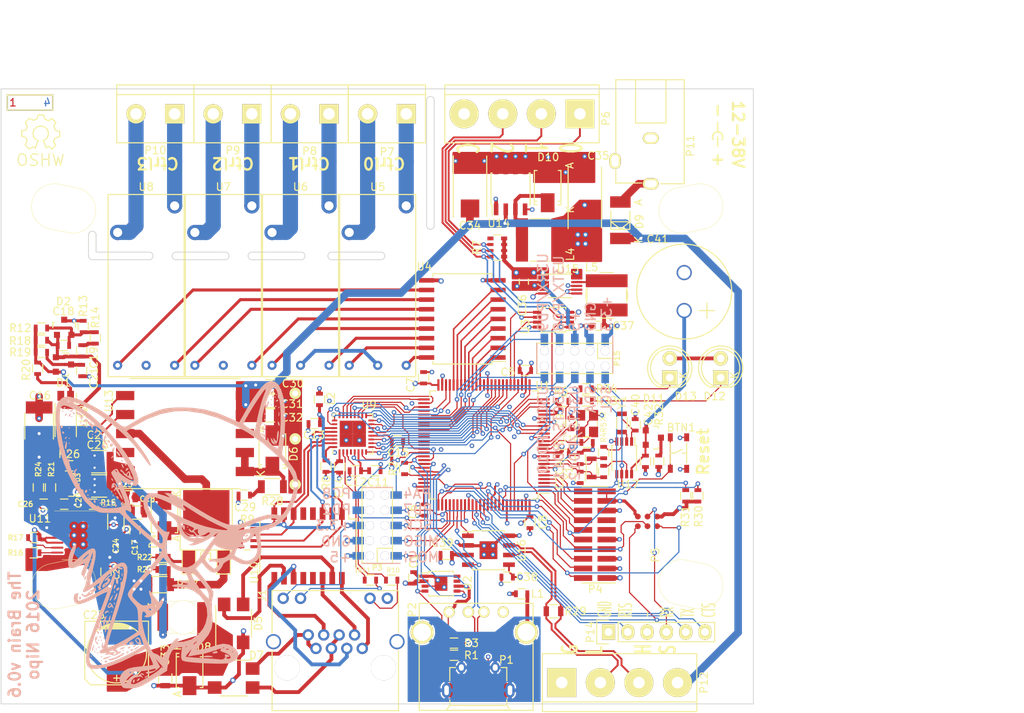
<source format=kicad_pcb>
(kicad_pcb (version 20160815) (host pcbnew "(2016-11-18 revision 19ce3f2)-master")

  (general
    (links 433)
    (no_connects 0)
    (area 46.701191 48.3 184.835714 142.675001)
    (thickness 1.6)
    (drawings 55)
    (tracks 2097)
    (zones 0)
    (modules 142)
    (nets 177)
  )

  (page A4)
  (layers
    (0 F.Cu signal)
    (1 In1.Cu power)
    (2 In2.Cu power)
    (31 B.Cu signal)
    (32 B.Adhes user hide)
    (33 F.Adhes user hide)
    (34 B.Paste user hide)
    (35 F.Paste user hide)
    (36 B.SilkS user hide)
    (37 F.SilkS user hide)
    (38 B.Mask user)
    (39 F.Mask user hide)
    (40 Dwgs.User user)
    (41 Cmts.User user)
    (42 Eco1.User user)
    (43 Eco2.User user)
    (44 Edge.Cuts user)
    (45 Margin user)
    (46 B.CrtYd user)
    (47 F.CrtYd user)
    (48 B.Fab user hide)
    (49 F.Fab user)
  )

  (setup
    (last_trace_width 0.1524)
    (user_trace_width 0.1524)
    (user_trace_width 0.2)
    (user_trace_width 0.25)
    (user_trace_width 0.4)
    (user_trace_width 0.5)
    (user_trace_width 1)
    (user_trace_width 2)
    (trace_clearance 0.1524)
    (zone_clearance 0.2)
    (zone_45_only yes)
    (trace_min 0.1524)
    (segment_width 0.2)
    (edge_width 0.1)
    (via_size 0.6048)
    (via_drill 0.3)
    (via_min_size 0.6048)
    (via_min_drill 0.3)
    (user_via 0.6048 0.3)
    (user_via 0.8 0.4)
    (user_via 1 0.5)
    (user_via 1.5 1)
    (uvia_size 0.3)
    (uvia_drill 0.1)
    (uvias_allowed no)
    (uvia_min_size 0.2)
    (uvia_min_drill 0.1)
    (pcb_text_width 0.3)
    (pcb_text_size 1.5 1.5)
    (mod_edge_width 0.15)
    (mod_text_size 1 1)
    (mod_text_width 0.15)
    (pad_size 4 4)
    (pad_drill 3.2)
    (pad_to_mask_clearance 0)
    (aux_axis_origin 0 0)
    (visible_elements FFFFEF7F)
    (pcbplotparams
      (layerselection 0x00030_ffffffff)
      (usegerberextensions false)
      (excludeedgelayer true)
      (linewidth 0.100000)
      (plotframeref false)
      (viasonmask false)
      (mode 1)
      (useauxorigin false)
      (hpglpennumber 1)
      (hpglpenspeed 20)
      (hpglpendiameter 15)
      (psnegative false)
      (psa4output false)
      (plotreference true)
      (plotvalue true)
      (plotinvisibletext false)
      (padsonsilk false)
      (subtractmaskfromsilk false)
      (outputformat 1)
      (mirror false)
      (drillshape 1)
      (scaleselection 1)
      (outputdirectory ""))
  )

  (net 0 "")
  (net 1 +3V3)
  (net 2 /mcu/TMS)
  (net 3 GND)
  (net 4 /mcu/TCK)
  (net 5 /mcu/TDO)
  (net 6 /mcu/TDI)
  (net 7 /mcu/nRESET)
  (net 8 /mcu/TraceCLK)
  (net 9 /mcu/TraceData0)
  (net 10 /mcu/TraceData1)
  (net 11 /mcu/TraceData2)
  (net 12 /mcu/TraceData3)
  (net 13 "Net-(C9-Pad1)")
  (net 14 "Net-(C10-Pad1)")
  (net 15 "Net-(C18-Pad1)")
  (net 16 +5V)
  (net 17 "Net-(L1-Pad1)")
  (net 18 "Net-(J1-Pad10)")
  (net 19 "Net-(J1-Pad11)")
  (net 20 "Net-(P6-Pad2)")
  (net 21 "Net-(P6-Pad1)")
  (net 22 "Net-(P7-Pad2)")
  (net 23 "Net-(P7-Pad1)")
  (net 24 "Net-(U1-Pad82)")
  (net 25 "Net-(U1-Pad81)")
  (net 26 "/I2C / RTC / Extension/IRQ")
  (net 27 "/I2C / RTC / Extension/OSC_OUT")
  (net 28 "Net-(U1-Pad39)")
  (net 29 "Net-(U1-Pad40)")
  (net 30 "Net-(U1-Pad41)")
  (net 31 "Net-(U1-Pad42)")
  (net 32 "Net-(U1-Pad43)")
  (net 33 "Net-(U1-Pad44)")
  (net 34 "Net-(U1-Pad45)")
  (net 35 "Net-(U1-Pad46)")
  (net 36 /ethernet/POE_VC1-)
  (net 37 /ethernet/POE_VC1+)
  (net 38 /ethernet/POE_VC2-)
  (net 39 /ethernet/POE_VC2+)
  (net 40 "Net-(U1-Pad6)")
  (net 41 "Net-(U1-Pad38)")
  (net 42 "Net-(U1-Pad73)")
  (net 43 "Net-(U1-Pad91)")
  (net 44 "Net-(U1-Pad97)")
  (net 45 "Net-(U1-Pad98)")
  (net 46 "Net-(U9-Pad4)")
  (net 47 /ethernet/CLK_25M)
  (net 48 /mcu/ETH_PHY_nIRQ)
  (net 49 /mcu/ETH_PHY_nRESET)
  (net 50 /ethernet/MDC)
  (net 51 /ethernet/TX_D2)
  (net 52 /ethernet/TX_CLK)
  (net 53 /ethernet/RX_CLK)
  (net 54 /ethernet/MDIO)
  (net 55 /ethernet/RX_DV)
  (net 56 /ethernet/RX_D0)
  (net 57 /ethernet/RX_D1)
  (net 58 /ethernet/RX_D2)
  (net 59 /ethernet/RX_D3)
  (net 60 /ethernet/RX_ER)
  (net 61 /ethernet/TX_EN)
  (net 62 /ethernet/TX_D0)
  (net 63 /ethernet/TX_D1)
  (net 64 /ethernet/TX_D3)
  (net 65 /ethernet/CRS)
  (net 66 /ethernet/COL)
  (net 67 /ethernet/LAN_VDD)
  (net 68 /ethernet/TD-)
  (net 69 /ethernet/TD+)
  (net 70 /ethernet/RD-)
  (net 71 /ethernet/RD+)
  (net 72 /ethernet/ETH_RX-)
  (net 73 /ethernet/ETH_RX+)
  (net 74 /ethernet/ETH_TX-)
  (net 75 /ethernet/ETH_TX+)
  (net 76 "/I2C / RTC / Extension/SCL")
  (net 77 "/I2C / RTC / Extension/SDA")
  (net 78 GNDREF)
  (net 79 /mcu/USB_D+)
  (net 80 /mcu/USB_D-)
  (net 81 /can/CAN-)
  (net 82 /can/CAN+)
  (net 83 "Net-(U2-Pad7)")
  (net 84 "Net-(U2-Pad8)")
  (net 85 "Net-(U1-Pad60)")
  (net 86 "Net-(U1-Pad61)")
  (net 87 "Net-(U1-Pad62)")
  (net 88 "Net-(D6-Pad1)")
  (net 89 "Net-(L5-Pad2)")
  (net 90 /power/VCan)
  (net 91 "Net-(P11-Pad3)")
  (net 92 /mcu/Input_0)
  (net 93 /mcu/Input_1)
  (net 94 /mcu/Input_2)
  (net 95 /mcu/CS0)
  (net 96 /mcu/CS1)
  (net 97 /mcu/SCK)
  (net 98 /mcu/MOSI)
  (net 99 /mcu/MISO)
  (net 100 /poe/VPoe)
  (net 101 /poe/GPoe)
  (net 102 "Net-(C22-Pad1)")
  (net 103 "Net-(C29-Pad1)")
  (net 104 "Net-(D9-Pad2)")
  (net 105 "Net-(R15-Pad1)")
  (net 106 /poe/Feedback)
  (net 107 /poe/VPoe2)
  (net 108 "Net-(Q1-Pad3)")
  (net 109 "Net-(Q1-Pad1)")
  (net 110 /poe/VBias)
  (net 111 /mcu/USB_VBus)
  (net 112 "Net-(R2-Pad1)")
  (net 113 "Net-(C2-Pad1)")
  (net 114 "Net-(C4-Pad1)")
  (net 115 "Net-(C11-Pad1)")
  (net 116 "Net-(C18-Pad2)")
  (net 117 "Net-(C19-Pad2)")
  (net 118 "Net-(C20-Pad1)")
  (net 119 "Net-(C21-Pad1)")
  (net 120 "Net-(C24-Pad1)")
  (net 121 "Net-(C26-Pad2)")
  (net 122 "Net-(C28-Pad2)")
  (net 123 "Net-(C40-Pad1)")
  (net 124 "Net-(C41-Pad1)")
  (net 125 "Net-(D3-Pad1)")
  (net 126 "Net-(D3-Pad2)")
  (net 127 "Net-(D4-Pad2)")
  (net 128 "Net-(D10-Pad1)")
  (net 129 "Net-(D11-Pad3)")
  (net 130 "Net-(P1-Pad1)")
  (net 131 "Net-(P1-Pad4)")
  (net 132 "Net-(P4-Pad11)")
  (net 133 "Net-(P4-Pad13)")
  (net 134 "Net-(P6-Pad3)")
  (net 135 "Net-(P8-Pad1)")
  (net 136 "Net-(P8-Pad2)")
  (net 137 "Net-(P9-Pad1)")
  (net 138 "Net-(P9-Pad2)")
  (net 139 "Net-(P10-Pad1)")
  (net 140 "Net-(P10-Pad2)")
  (net 141 "Net-(R7-Pad5)")
  (net 142 "Net-(R8-Pad1)")
  (net 143 "Net-(R10-Pad1)")
  (net 144 "Net-(R11-Pad1)")
  (net 145 "Net-(R16-Pad1)")
  (net 146 "Net-(R17-Pad2)")
  (net 147 "Net-(R20-Pad2)")
  (net 148 "Net-(R22-Pad2)")
  (net 149 "Net-(R26-Pad1)")
  (net 150 "Net-(U4-Pad11)")
  (net 151 "Net-(U4-Pad12)")
  (net 152 "Net-(U4-Pad13)")
  (net 153 "Net-(U4-Pad14)")
  (net 154 "Net-(U4-Pad15)")
  (net 155 "Net-(U4-Pad16)")
  (net 156 "Net-(U4-Pad17)")
  (net 157 "Net-(U4-Pad18)")
  (net 158 "Net-(U17-Pad2)")
  (net 159 "Net-(U1-Pad63)")
  (net 160 "Net-(P14-Pad3)")
  (net 161 /mcu/U2RX)
  (net 162 /mcu/U2TX)
  (net 163 /mcu/U2RTS)
  (net 164 /mcu/U2CTS)
  (net 165 "Net-(D12-Pad1)")
  (net 166 "Net-(D13-Pad1)")
  (net 167 "Net-(R34-Pad1)")
  (net 168 "Net-(R33-Pad1)")
  (net 169 "Net-(P15-Pad6)")
  (net 170 "Net-(P3-Pad10)")
  (net 171 "Net-(P15-Pad7)")
  (net 172 "Net-(P15-Pad8)")
  (net 173 "Net-(P15-Pad9)")
  (net 174 /mcu/CS2)
  (net 175 "Net-(P15-Pad10)")
  (net 176 "Net-(U1-Pad54)")

  (net_class Default "This is the default net class."
    (clearance 0.1524)
    (trace_width 0.1524)
    (via_dia 0.6048)
    (via_drill 0.3)
    (uvia_dia 0.3)
    (uvia_drill 0.1)
    (diff_pair_gap 0.25)
    (diff_pair_width 0.2)
    (add_net "/I2C / RTC / Extension/IRQ")
    (add_net "/I2C / RTC / Extension/OSC_OUT")
    (add_net "/I2C / RTC / Extension/SCL")
    (add_net "/I2C / RTC / Extension/SDA")
    (add_net /can/CAN+)
    (add_net /can/CAN-)
    (add_net /ethernet/CLK_25M)
    (add_net /ethernet/COL)
    (add_net /ethernet/CRS)
    (add_net /ethernet/MDC)
    (add_net /ethernet/MDIO)
    (add_net /ethernet/RX_CLK)
    (add_net /ethernet/RX_D0)
    (add_net /ethernet/RX_D1)
    (add_net /ethernet/RX_D2)
    (add_net /ethernet/RX_D3)
    (add_net /ethernet/RX_DV)
    (add_net /ethernet/RX_ER)
    (add_net /ethernet/TX_CLK)
    (add_net /ethernet/TX_D0)
    (add_net /ethernet/TX_D1)
    (add_net /ethernet/TX_D2)
    (add_net /ethernet/TX_D3)
    (add_net /ethernet/TX_EN)
    (add_net /mcu/CS0)
    (add_net /mcu/CS1)
    (add_net /mcu/CS2)
    (add_net /mcu/ETH_PHY_nIRQ)
    (add_net /mcu/ETH_PHY_nRESET)
    (add_net /mcu/Input_0)
    (add_net /mcu/Input_1)
    (add_net /mcu/Input_2)
    (add_net /mcu/MISO)
    (add_net /mcu/MOSI)
    (add_net /mcu/SCK)
    (add_net /mcu/TCK)
    (add_net /mcu/TDI)
    (add_net /mcu/TDO)
    (add_net /mcu/TMS)
    (add_net /mcu/TraceCLK)
    (add_net /mcu/TraceData0)
    (add_net /mcu/TraceData1)
    (add_net /mcu/TraceData2)
    (add_net /mcu/TraceData3)
    (add_net /mcu/U2CTS)
    (add_net /mcu/U2RTS)
    (add_net /mcu/U2RX)
    (add_net /mcu/U2TX)
    (add_net /mcu/USB_D+)
    (add_net /mcu/USB_D-)
    (add_net /mcu/USB_VBus)
    (add_net /mcu/nRESET)
    (add_net /poe/Feedback)
    (add_net /poe/VBias)
    (add_net /poe/VPoe2)
    (add_net GND)
    (add_net "Net-(C10-Pad1)")
    (add_net "Net-(C11-Pad1)")
    (add_net "Net-(C18-Pad1)")
    (add_net "Net-(C18-Pad2)")
    (add_net "Net-(C19-Pad2)")
    (add_net "Net-(C2-Pad1)")
    (add_net "Net-(C20-Pad1)")
    (add_net "Net-(C21-Pad1)")
    (add_net "Net-(C22-Pad1)")
    (add_net "Net-(C24-Pad1)")
    (add_net "Net-(C26-Pad2)")
    (add_net "Net-(C28-Pad2)")
    (add_net "Net-(C29-Pad1)")
    (add_net "Net-(C4-Pad1)")
    (add_net "Net-(C40-Pad1)")
    (add_net "Net-(C41-Pad1)")
    (add_net "Net-(C9-Pad1)")
    (add_net "Net-(D10-Pad1)")
    (add_net "Net-(D11-Pad3)")
    (add_net "Net-(D12-Pad1)")
    (add_net "Net-(D13-Pad1)")
    (add_net "Net-(D3-Pad1)")
    (add_net "Net-(D3-Pad2)")
    (add_net "Net-(D4-Pad2)")
    (add_net "Net-(D6-Pad1)")
    (add_net "Net-(D9-Pad2)")
    (add_net "Net-(J1-Pad10)")
    (add_net "Net-(J1-Pad11)")
    (add_net "Net-(L1-Pad1)")
    (add_net "Net-(L5-Pad2)")
    (add_net "Net-(P1-Pad1)")
    (add_net "Net-(P1-Pad4)")
    (add_net "Net-(P10-Pad1)")
    (add_net "Net-(P10-Pad2)")
    (add_net "Net-(P11-Pad3)")
    (add_net "Net-(P14-Pad3)")
    (add_net "Net-(P15-Pad10)")
    (add_net "Net-(P15-Pad6)")
    (add_net "Net-(P15-Pad7)")
    (add_net "Net-(P15-Pad8)")
    (add_net "Net-(P15-Pad9)")
    (add_net "Net-(P3-Pad10)")
    (add_net "Net-(P4-Pad11)")
    (add_net "Net-(P4-Pad13)")
    (add_net "Net-(P6-Pad1)")
    (add_net "Net-(P6-Pad2)")
    (add_net "Net-(P6-Pad3)")
    (add_net "Net-(P7-Pad1)")
    (add_net "Net-(P7-Pad2)")
    (add_net "Net-(P8-Pad1)")
    (add_net "Net-(P8-Pad2)")
    (add_net "Net-(P9-Pad1)")
    (add_net "Net-(P9-Pad2)")
    (add_net "Net-(Q1-Pad1)")
    (add_net "Net-(Q1-Pad3)")
    (add_net "Net-(R10-Pad1)")
    (add_net "Net-(R11-Pad1)")
    (add_net "Net-(R15-Pad1)")
    (add_net "Net-(R16-Pad1)")
    (add_net "Net-(R17-Pad2)")
    (add_net "Net-(R2-Pad1)")
    (add_net "Net-(R20-Pad2)")
    (add_net "Net-(R22-Pad2)")
    (add_net "Net-(R26-Pad1)")
    (add_net "Net-(R33-Pad1)")
    (add_net "Net-(R34-Pad1)")
    (add_net "Net-(R7-Pad5)")
    (add_net "Net-(R8-Pad1)")
    (add_net "Net-(U1-Pad38)")
    (add_net "Net-(U1-Pad39)")
    (add_net "Net-(U1-Pad40)")
    (add_net "Net-(U1-Pad41)")
    (add_net "Net-(U1-Pad42)")
    (add_net "Net-(U1-Pad43)")
    (add_net "Net-(U1-Pad44)")
    (add_net "Net-(U1-Pad45)")
    (add_net "Net-(U1-Pad46)")
    (add_net "Net-(U1-Pad54)")
    (add_net "Net-(U1-Pad6)")
    (add_net "Net-(U1-Pad60)")
    (add_net "Net-(U1-Pad61)")
    (add_net "Net-(U1-Pad62)")
    (add_net "Net-(U1-Pad63)")
    (add_net "Net-(U1-Pad73)")
    (add_net "Net-(U1-Pad81)")
    (add_net "Net-(U1-Pad82)")
    (add_net "Net-(U1-Pad91)")
    (add_net "Net-(U1-Pad97)")
    (add_net "Net-(U1-Pad98)")
    (add_net "Net-(U17-Pad2)")
    (add_net "Net-(U2-Pad7)")
    (add_net "Net-(U2-Pad8)")
    (add_net "Net-(U4-Pad11)")
    (add_net "Net-(U4-Pad12)")
    (add_net "Net-(U4-Pad13)")
    (add_net "Net-(U4-Pad14)")
    (add_net "Net-(U4-Pad15)")
    (add_net "Net-(U4-Pad16)")
    (add_net "Net-(U4-Pad17)")
    (add_net "Net-(U4-Pad18)")
    (add_net "Net-(U9-Pad4)")
  )

  (net_class More ""
    (clearance 0.2)
    (trace_width 0.25)
    (via_dia 0.6048)
    (via_drill 0.3)
    (uvia_dia 0.3)
    (uvia_drill 0.1)
    (diff_pair_gap 0.25)
    (diff_pair_width 0.2)
    (add_net /ethernet/RD+)
    (add_net /ethernet/RD-)
    (add_net /ethernet/TD+)
    (add_net /ethernet/TD-)
  )

  (net_class Power ""
    (clearance 0.1524)
    (trace_width 0.5)
    (via_dia 0.7)
    (via_drill 0.4)
    (uvia_dia 0.3)
    (uvia_drill 0.1)
    (diff_pair_gap 0.25)
    (diff_pair_width 0.2)
    (add_net +3V3)
    (add_net +5V)
    (add_net /ethernet/ETH_RX+)
    (add_net /ethernet/ETH_RX-)
    (add_net /ethernet/ETH_TX+)
    (add_net /ethernet/ETH_TX-)
    (add_net /ethernet/LAN_VDD)
    (add_net /ethernet/POE_VC1+)
    (add_net /ethernet/POE_VC1-)
    (add_net /ethernet/POE_VC2+)
    (add_net /ethernet/POE_VC2-)
    (add_net /poe/GPoe)
    (add_net /poe/VPoe)
    (add_net /power/VCan)
    (add_net GNDREF)
  )

  (net_class Power2 ""
    (clearance 1)
    (trace_width 0.5)
    (via_dia 1)
    (via_drill 0.5)
    (uvia_dia 0.3)
    (uvia_drill 0.1)
    (diff_pair_gap 0.25)
    (diff_pair_width 0.2)
  )

  (module Resistors_SMD:R_0603 (layer F.Cu) (tedit 5415CC62) (tstamp 57CCB83B)
    (at 142.2 113.1 90)
    (descr "Resistor SMD 0603, reflow soldering, Vishay (see dcrcw.pdf)")
    (tags "resistor 0603")
    (path /57A213DD/57CE1FC1)
    (attr smd)
    (fp_text reference R30 (at -2.7 0.1 90) (layer F.SilkS)
      (effects (font (size 1 1) (thickness 0.15)))
    )
    (fp_text value 4k7 (at 0 -0.1 90) (layer F.Fab)
      (effects (font (size 1 1) (thickness 0.15)))
    )
    (fp_line (start -1.3 -0.8) (end 1.3 -0.8) (layer F.CrtYd) (width 0.05))
    (fp_line (start -1.3 0.8) (end 1.3 0.8) (layer F.CrtYd) (width 0.05))
    (fp_line (start -1.3 -0.8) (end -1.3 0.8) (layer F.CrtYd) (width 0.05))
    (fp_line (start 1.3 -0.8) (end 1.3 0.8) (layer F.CrtYd) (width 0.05))
    (fp_line (start 0.5 0.675) (end -0.5 0.675) (layer F.SilkS) (width 0.15))
    (fp_line (start -0.5 -0.675) (end 0.5 -0.675) (layer F.SilkS) (width 0.15))
    (pad 1 smd rect (at -0.75 0 90) (size 0.5 0.9) (layers F.Cu F.Paste F.Mask)
      (net 1 +3V3))
    (pad 2 smd rect (at 0.75 0 90) (size 0.5 0.9) (layers F.Cu F.Paste F.Mask)
      (net 76 "/I2C / RTC / Extension/SCL"))
    (model Resistors_SMD.3dshapes/R_0603.wrl
      (at (xyz 0 0 0))
      (scale (xyz 1 1 1))
      (rotate (xyz 0 0 0))
    )
  )

  (module Connect:bornier4 (layer F.Cu) (tedit 0) (tstamp 57C37980)
    (at 131.9 137.7)
    (descr "Bornier d'alimentation 4 pins")
    (tags DEV)
    (path /57A213DC/57A21746)
    (fp_text reference P12 (at 11.1 0 270) (layer F.SilkS)
      (effects (font (size 1 1) (thickness 0.15)))
    )
    (fp_text value CAN (at -0.1 0.4) (layer F.Fab)
      (effects (font (size 1 1) (thickness 0.15)))
    )
    (fp_line (start -10.16 -3.81) (end -10.16 3.81) (layer F.SilkS) (width 0.15))
    (fp_line (start 10.16 3.81) (end 10.16 -3.81) (layer F.SilkS) (width 0.15))
    (fp_line (start 10.16 2.54) (end -10.16 2.54) (layer F.SilkS) (width 0.15))
    (fp_line (start -10.16 -3.81) (end 10.16 -3.81) (layer F.SilkS) (width 0.15))
    (fp_line (start -10.16 3.81) (end 10.16 3.81) (layer F.SilkS) (width 0.15))
    (pad 2 thru_hole circle (at -2.54 0) (size 3.81 3.81) (drill 1.524) (layers *.Cu *.Mask F.SilkS)
      (net 81 /can/CAN-))
    (pad 3 thru_hole circle (at 2.54 0) (size 3.81 3.81) (drill 1.524) (layers *.Cu *.Mask F.SilkS)
      (net 82 /can/CAN+))
    (pad 1 thru_hole rect (at -7.62 0) (size 3.81 3.81) (drill 1.524) (layers *.Cu *.Mask F.SilkS)
      (net 3 GND))
    (pad 4 thru_hole circle (at 7.62 0) (size 3.81 3.81) (drill 1.524) (layers *.Cu *.Mask F.SilkS)
      (net 90 /power/VCan))
    (model Connect.3dshapes/bornier4.wrl
      (at (xyz 0 0 0))
      (scale (xyz 1 1 1))
      (rotate (xyz 0 0 0))
    )
  )

  (module Connect:USB_A (layer F.Cu) (tedit 5543E289) (tstamp 57C37A26)
    (at 109.45914 128.40212)
    (descr "USB A connector")
    (tags "USB USB_A")
    (path /57A213D7/57BD5361)
    (fp_text reference P2 (at -4.85914 -0.30212 270) (layer F.SilkS)
      (effects (font (size 1 1) (thickness 0.15)))
    )
    (fp_text value USBA (at 3.74086 2.49788) (layer F.Fab)
      (effects (font (size 1 1) (thickness 0.15)))
    )
    (fp_line (start -5.3 13.2) (end -5.3 -1.4) (layer F.CrtYd) (width 0.05))
    (fp_line (start 11.95 -1.4) (end 11.95 13.2) (layer F.CrtYd) (width 0.05))
    (fp_line (start -5.3 13.2) (end 11.95 13.2) (layer F.CrtYd) (width 0.05))
    (fp_line (start -5.3 -1.4) (end 11.95 -1.4) (layer F.CrtYd) (width 0.05))
    (fp_line (start 11.04986 -1.14512) (end 11.04986 12.95188) (layer F.SilkS) (width 0.15))
    (fp_line (start -3.93614 12.95188) (end -3.93614 -1.14512) (layer F.SilkS) (width 0.15))
    (fp_line (start 11.04986 -1.14512) (end -3.93614 -1.14512) (layer F.SilkS) (width 0.15))
    (fp_line (start 11.04986 12.95188) (end -3.93614 12.95188) (layer F.SilkS) (width 0.15))
    (pad 4 thru_hole circle (at 7.11286 -0.00212 270) (size 1.50114 1.50114) (drill 1.00076) (layers *.Cu *.Mask F.SilkS)
      (net 3 GND))
    (pad 3 thru_hole circle (at 4.57286 -0.00212 270) (size 1.50114 1.50114) (drill 1.00076) (layers *.Cu *.Mask F.SilkS)
      (net 79 /mcu/USB_D+))
    (pad 2 thru_hole circle (at 2.54086 -0.00212 270) (size 1.50114 1.50114) (drill 1.00076) (layers *.Cu *.Mask F.SilkS)
      (net 80 /mcu/USB_D-))
    (pad 1 thru_hole circle (at 0.00086 -0.00212 270) (size 1.50114 1.50114) (drill 1.00076) (layers *.Cu *.Mask F.SilkS)
      (net 111 /mcu/USB_VBus))
    (pad 5 thru_hole circle (at 10.16086 2.66488 270) (size 2.99974 2.99974) (drill 2.30124) (layers *.Cu *.Mask F.SilkS)
      (net 17 "Net-(L1-Pad1)"))
    (pad 5 thru_hole circle (at -3.55514 2.66488 270) (size 2.99974 2.99974) (drill 2.30124) (layers *.Cu *.Mask F.SilkS)
      (net 17 "Net-(L1-Pad1)"))
    (model Connect.3dshapes/USB_A.wrl
      (at (xyz 0.14 0 0))
      (scale (xyz 1 1 1))
      (rotate (xyz 0 0 90))
    )
  )

  (module Housings_QFP:LQFP-100_14x14mm_Pitch0.5mm (layer F.Cu) (tedit 54130A77) (tstamp 57C377BF)
    (at 114.05 106.4 180)
    (descr "LQFP100: plastic low profile quad flat package; 100 leads; body 14 x 14 x 1.4 mm (see NXP sot407-1_po.pdf and sot407-1_fr.pdf)")
    (tags "QFP 0.5")
    (path /57A213D7/57BCD0F0)
    (attr smd)
    (fp_text reference U1 (at -7.75 7.8 180) (layer F.SilkS)
      (effects (font (size 1 1) (thickness 0.15)))
    )
    (fp_text value STM32F107VCT (at 0.25 1.3 180) (layer F.Fab)
      (effects (font (size 1 1) (thickness 0.15)))
    )
    (fp_line (start -8.9 -8.9) (end -8.9 8.9) (layer F.CrtYd) (width 0.05))
    (fp_line (start 8.9 -8.9) (end 8.9 8.9) (layer F.CrtYd) (width 0.05))
    (fp_line (start -8.9 -8.9) (end 8.9 -8.9) (layer F.CrtYd) (width 0.05))
    (fp_line (start -8.9 8.9) (end 8.9 8.9) (layer F.CrtYd) (width 0.05))
    (fp_line (start -7.125 -7.125) (end -7.125 -6.365) (layer F.SilkS) (width 0.15))
    (fp_line (start 7.125 -7.125) (end 7.125 -6.365) (layer F.SilkS) (width 0.15))
    (fp_line (start 7.125 7.125) (end 7.125 6.365) (layer F.SilkS) (width 0.15))
    (fp_line (start -7.125 7.125) (end -7.125 6.365) (layer F.SilkS) (width 0.15))
    (fp_line (start -7.125 -7.125) (end -6.365 -7.125) (layer F.SilkS) (width 0.15))
    (fp_line (start -7.125 7.125) (end -6.365 7.125) (layer F.SilkS) (width 0.15))
    (fp_line (start 7.125 7.125) (end 6.365 7.125) (layer F.SilkS) (width 0.15))
    (fp_line (start 7.125 -7.125) (end 6.365 -7.125) (layer F.SilkS) (width 0.15))
    (fp_line (start -7.125 -6.365) (end -8.65 -6.365) (layer F.SilkS) (width 0.15))
    (pad 1 smd rect (at -7.9 -6 180) (size 1.5 0.28) (layers F.Cu F.Paste F.Mask)
      (net 8 /mcu/TraceCLK))
    (pad 2 smd rect (at -7.9 -5.5 180) (size 1.5 0.28) (layers F.Cu F.Paste F.Mask)
      (net 9 /mcu/TraceData0))
    (pad 3 smd rect (at -7.9 -5 180) (size 1.5 0.28) (layers F.Cu F.Paste F.Mask)
      (net 10 /mcu/TraceData1))
    (pad 4 smd rect (at -7.9 -4.5 180) (size 1.5 0.28) (layers F.Cu F.Paste F.Mask)
      (net 11 /mcu/TraceData2))
    (pad 5 smd rect (at -7.9 -4 180) (size 1.5 0.28) (layers F.Cu F.Paste F.Mask)
      (net 12 /mcu/TraceData3))
    (pad 6 smd rect (at -7.9 -3.5 180) (size 1.5 0.28) (layers F.Cu F.Paste F.Mask)
      (net 40 "Net-(U1-Pad6)"))
    (pad 7 smd rect (at -7.9 -3 180) (size 1.5 0.28) (layers F.Cu F.Paste F.Mask)
      (net 167 "Net-(R34-Pad1)"))
    (pad 8 smd rect (at -7.9 -2.5 180) (size 1.5 0.28) (layers F.Cu F.Paste F.Mask)
      (net 113 "Net-(C2-Pad1)"))
    (pad 9 smd rect (at -7.9 -2 180) (size 1.5 0.28) (layers F.Cu F.Paste F.Mask)
      (net 114 "Net-(C4-Pad1)"))
    (pad 10 smd rect (at -7.9 -1.5 180) (size 1.5 0.28) (layers F.Cu F.Paste F.Mask)
      (net 3 GND))
    (pad 11 smd rect (at -7.9 -1 180) (size 1.5 0.28) (layers F.Cu F.Paste F.Mask)
      (net 1 +3V3))
    (pad 12 smd rect (at -7.9 -0.5 180) (size 1.5 0.28) (layers F.Cu F.Paste F.Mask)
      (net 14 "Net-(C10-Pad1)"))
    (pad 13 smd rect (at -7.9 0 180) (size 1.5 0.28) (layers F.Cu F.Paste F.Mask)
      (net 13 "Net-(C9-Pad1)"))
    (pad 14 smd rect (at -7.9 0.5 180) (size 1.5 0.28) (layers F.Cu F.Paste F.Mask)
      (net 7 /mcu/nRESET))
    (pad 15 smd rect (at -7.9 1 180) (size 1.5 0.28) (layers F.Cu F.Paste F.Mask)
      (net 94 /mcu/Input_2))
    (pad 16 smd rect (at -7.9 1.5 180) (size 1.5 0.28) (layers F.Cu F.Paste F.Mask)
      (net 50 /ethernet/MDC))
    (pad 17 smd rect (at -7.9 2 180) (size 1.5 0.28) (layers F.Cu F.Paste F.Mask)
      (net 51 /ethernet/TX_D2))
    (pad 18 smd rect (at -7.9 2.5 180) (size 1.5 0.28) (layers F.Cu F.Paste F.Mask)
      (net 52 /ethernet/TX_CLK))
    (pad 19 smd rect (at -7.9 3 180) (size 1.5 0.28) (layers F.Cu F.Paste F.Mask)
      (net 3 GND))
    (pad 20 smd rect (at -7.9 3.5 180) (size 1.5 0.28) (layers F.Cu F.Paste F.Mask)
      (net 3 GND))
    (pad 21 smd rect (at -7.9 4 180) (size 1.5 0.28) (layers F.Cu F.Paste F.Mask)
      (net 1 +3V3))
    (pad 22 smd rect (at -7.9 4.5 180) (size 1.5 0.28) (layers F.Cu F.Paste F.Mask)
      (net 1 +3V3))
    (pad 23 smd rect (at -7.9 5 180) (size 1.5 0.28) (layers F.Cu F.Paste F.Mask)
      (net 65 /ethernet/CRS))
    (pad 24 smd rect (at -7.9 5.5 180) (size 1.5 0.28) (layers F.Cu F.Paste F.Mask)
      (net 53 /ethernet/RX_CLK))
    (pad 25 smd rect (at -7.9 6 180) (size 1.5 0.28) (layers F.Cu F.Paste F.Mask)
      (net 54 /ethernet/MDIO))
    (pad 26 smd rect (at -6 7.9 270) (size 1.5 0.28) (layers F.Cu F.Paste F.Mask)
      (net 66 /ethernet/COL))
    (pad 27 smd rect (at -5.5 7.9 270) (size 1.5 0.28) (layers F.Cu F.Paste F.Mask)
      (net 3 GND))
    (pad 28 smd rect (at -5 7.9 270) (size 1.5 0.28) (layers F.Cu F.Paste F.Mask)
      (net 1 +3V3))
    (pad 29 smd rect (at -4.5 7.9 270) (size 1.5 0.28) (layers F.Cu F.Paste F.Mask)
      (net 95 /mcu/CS0))
    (pad 30 smd rect (at -4 7.9 270) (size 1.5 0.28) (layers F.Cu F.Paste F.Mask)
      (net 92 /mcu/Input_0))
    (pad 31 smd rect (at -3.5 7.9 270) (size 1.5 0.28) (layers F.Cu F.Paste F.Mask)
      (net 93 /mcu/Input_1))
    (pad 32 smd rect (at -3 7.9 270) (size 1.5 0.28) (layers F.Cu F.Paste F.Mask)
      (net 55 /ethernet/RX_DV))
    (pad 33 smd rect (at -2.5 7.9 270) (size 1.5 0.28) (layers F.Cu F.Paste F.Mask)
      (net 56 /ethernet/RX_D0))
    (pad 34 smd rect (at -2 7.9 270) (size 1.5 0.28) (layers F.Cu F.Paste F.Mask)
      (net 57 /ethernet/RX_D1))
    (pad 35 smd rect (at -1.5 7.9 270) (size 1.5 0.28) (layers F.Cu F.Paste F.Mask)
      (net 58 /ethernet/RX_D2))
    (pad 36 smd rect (at -1 7.9 270) (size 1.5 0.28) (layers F.Cu F.Paste F.Mask)
      (net 59 /ethernet/RX_D3))
    (pad 37 smd rect (at -0.5 7.9 270) (size 1.5 0.28) (layers F.Cu F.Paste F.Mask)
      (net 3 GND))
    (pad 38 smd rect (at 0 7.9 270) (size 1.5 0.28) (layers F.Cu F.Paste F.Mask)
      (net 41 "Net-(U1-Pad38)"))
    (pad 39 smd rect (at 0.5 7.9 270) (size 1.5 0.28) (layers F.Cu F.Paste F.Mask)
      (net 28 "Net-(U1-Pad39)"))
    (pad 40 smd rect (at 1 7.9 270) (size 1.5 0.28) (layers F.Cu F.Paste F.Mask)
      (net 29 "Net-(U1-Pad40)"))
    (pad 41 smd rect (at 1.5 7.9 270) (size 1.5 0.28) (layers F.Cu F.Paste F.Mask)
      (net 30 "Net-(U1-Pad41)"))
    (pad 42 smd rect (at 2 7.9 270) (size 1.5 0.28) (layers F.Cu F.Paste F.Mask)
      (net 31 "Net-(U1-Pad42)"))
    (pad 43 smd rect (at 2.5 7.9 270) (size 1.5 0.28) (layers F.Cu F.Paste F.Mask)
      (net 32 "Net-(U1-Pad43)"))
    (pad 44 smd rect (at 3 7.9 270) (size 1.5 0.28) (layers F.Cu F.Paste F.Mask)
      (net 33 "Net-(U1-Pad44)"))
    (pad 45 smd rect (at 3.5 7.9 270) (size 1.5 0.28) (layers F.Cu F.Paste F.Mask)
      (net 34 "Net-(U1-Pad45)"))
    (pad 46 smd rect (at 4 7.9 270) (size 1.5 0.28) (layers F.Cu F.Paste F.Mask)
      (net 35 "Net-(U1-Pad46)"))
    (pad 47 smd rect (at 4.5 7.9 270) (size 1.5 0.28) (layers F.Cu F.Paste F.Mask)
      (net 60 /ethernet/RX_ER))
    (pad 48 smd rect (at 5 7.9 270) (size 1.5 0.28) (layers F.Cu F.Paste F.Mask)
      (net 61 /ethernet/TX_EN))
    (pad 49 smd rect (at 5.5 7.9 270) (size 1.5 0.28) (layers F.Cu F.Paste F.Mask)
      (net 3 GND))
    (pad 50 smd rect (at 6 7.9 270) (size 1.5 0.28) (layers F.Cu F.Paste F.Mask)
      (net 1 +3V3))
    (pad 51 smd rect (at 7.9 6 180) (size 1.5 0.28) (layers F.Cu F.Paste F.Mask)
      (net 62 /ethernet/TX_D0))
    (pad 52 smd rect (at 7.9 5.5 180) (size 1.5 0.28) (layers F.Cu F.Paste F.Mask)
      (net 63 /ethernet/TX_D1))
    (pad 53 smd rect (at 7.9 5 180) (size 1.5 0.28) (layers F.Cu F.Paste F.Mask)
      (net 49 /mcu/ETH_PHY_nRESET))
    (pad 54 smd rect (at 7.9 4.5 180) (size 1.5 0.28) (layers F.Cu F.Paste F.Mask)
      (net 176 "Net-(U1-Pad54)"))
    (pad 55 smd rect (at 7.9 4 180) (size 1.5 0.28) (layers F.Cu F.Paste F.Mask)
      (net 171 "Net-(P15-Pad7)"))
    (pad 56 smd rect (at 7.9 3.5 180) (size 1.5 0.28) (layers F.Cu F.Paste F.Mask)
      (net 173 "Net-(P15-Pad9)"))
    (pad 57 smd rect (at 7.9 3 180) (size 1.5 0.28) (layers F.Cu F.Paste F.Mask)
      (net 175 "Net-(P15-Pad10)"))
    (pad 58 smd rect (at 7.9 2.5 180) (size 1.5 0.28) (layers F.Cu F.Paste F.Mask)
      (net 172 "Net-(P15-Pad8)"))
    (pad 59 smd rect (at 7.9 2 180) (size 1.5 0.28) (layers F.Cu F.Paste F.Mask)
      (net 169 "Net-(P15-Pad6)"))
    (pad 60 smd rect (at 7.9 1.5 180) (size 1.5 0.28) (layers F.Cu F.Paste F.Mask)
      (net 85 "Net-(U1-Pad60)"))
    (pad 61 smd rect (at 7.9 1 180) (size 1.5 0.28) (layers F.Cu F.Paste F.Mask)
      (net 86 "Net-(U1-Pad61)"))
    (pad 62 smd rect (at 7.9 0.5 180) (size 1.5 0.28) (layers F.Cu F.Paste F.Mask)
      (net 87 "Net-(U1-Pad62)"))
    (pad 63 smd rect (at 7.9 0 180) (size 1.5 0.28) (layers F.Cu F.Paste F.Mask)
      (net 159 "Net-(U1-Pad63)"))
    (pad 64 smd rect (at 7.9 -0.5 180) (size 1.5 0.28) (layers F.Cu F.Paste F.Mask)
      (net 48 /mcu/ETH_PHY_nIRQ))
    (pad 65 smd rect (at 7.9 -1 180) (size 1.5 0.28) (layers F.Cu F.Paste F.Mask)
      (net 170 "Net-(P3-Pad10)"))
    (pad 66 smd rect (at 7.9 -1.5 180) (size 1.5 0.28) (layers F.Cu F.Paste F.Mask)
      (net 112 "Net-(R2-Pad1)"))
    (pad 67 smd rect (at 7.9 -2 180) (size 1.5 0.28) (layers F.Cu F.Paste F.Mask)
      (net 47 /ethernet/CLK_25M))
    (pad 68 smd rect (at 7.9 -2.5 180) (size 1.5 0.28) (layers F.Cu F.Paste F.Mask)
      (net 111 /mcu/USB_VBus))
    (pad 69 smd rect (at 7.9 -3 180) (size 1.5 0.28) (layers F.Cu F.Paste F.Mask)
      (net 131 "Net-(P1-Pad4)"))
    (pad 70 smd rect (at 7.9 -3.5 180) (size 1.5 0.28) (layers F.Cu F.Paste F.Mask)
      (net 80 /mcu/USB_D-))
    (pad 71 smd rect (at 7.9 -4 180) (size 1.5 0.28) (layers F.Cu F.Paste F.Mask)
      (net 79 /mcu/USB_D+))
    (pad 72 smd rect (at 7.9 -4.5 180) (size 1.5 0.28) (layers F.Cu F.Paste F.Mask)
      (net 2 /mcu/TMS))
    (pad 73 smd rect (at 7.9 -5 180) (size 1.5 0.28) (layers F.Cu F.Paste F.Mask)
      (net 42 "Net-(U1-Pad73)"))
    (pad 74 smd rect (at 7.9 -5.5 180) (size 1.5 0.28) (layers F.Cu F.Paste F.Mask)
      (net 3 GND))
    (pad 75 smd rect (at 7.9 -6 180) (size 1.5 0.28) (layers F.Cu F.Paste F.Mask)
      (net 1 +3V3))
    (pad 76 smd rect (at 6 -7.9 270) (size 1.5 0.28) (layers F.Cu F.Paste F.Mask)
      (net 4 /mcu/TCK))
    (pad 77 smd rect (at 5.5 -7.9 270) (size 1.5 0.28) (layers F.Cu F.Paste F.Mask)
      (net 6 /mcu/TDI))
    (pad 78 smd rect (at 5 -7.9 270) (size 1.5 0.28) (layers F.Cu F.Paste F.Mask)
      (net 97 /mcu/SCK))
    (pad 79 smd rect (at 4.5 -7.9 270) (size 1.5 0.28) (layers F.Cu F.Paste F.Mask)
      (net 99 /mcu/MISO))
    (pad 80 smd rect (at 4 -7.9 270) (size 1.5 0.28) (layers F.Cu F.Paste F.Mask)
      (net 98 /mcu/MOSI))
    (pad 81 smd rect (at 3.5 -7.9 270) (size 1.5 0.28) (layers F.Cu F.Paste F.Mask)
      (net 25 "Net-(U1-Pad81)"))
    (pad 82 smd rect (at 3 -7.9 270) (size 1.5 0.28) (layers F.Cu F.Paste F.Mask)
      (net 24 "Net-(U1-Pad82)"))
    (pad 83 smd rect (at 2.5 -7.9 270) (size 1.5 0.28) (layers F.Cu F.Paste F.Mask)
      (net 96 /mcu/CS1))
    (pad 84 smd rect (at 2 -7.9 270) (size 1.5 0.28) (layers F.Cu F.Paste F.Mask)
      (net 164 /mcu/U2CTS))
    (pad 85 smd rect (at 1.5 -7.9 270) (size 1.5 0.28) (layers F.Cu F.Paste F.Mask)
      (net 163 /mcu/U2RTS))
    (pad 86 smd rect (at 1 -7.9 270) (size 1.5 0.28) (layers F.Cu F.Paste F.Mask)
      (net 162 /mcu/U2TX))
    (pad 87 smd rect (at 0.5 -7.9 270) (size 1.5 0.28) (layers F.Cu F.Paste F.Mask)
      (net 161 /mcu/U2RX))
    (pad 88 smd rect (at 0 -7.9 270) (size 1.5 0.28) (layers F.Cu F.Paste F.Mask)
      (net 174 /mcu/CS2))
    (pad 89 smd rect (at -0.5 -7.9 270) (size 1.5 0.28) (layers F.Cu F.Paste F.Mask)
      (net 5 /mcu/TDO))
    (pad 90 smd rect (at -1 -7.9 270) (size 1.5 0.28) (layers F.Cu F.Paste F.Mask)
      (net 3 GND))
    (pad 91 smd rect (at -1.5 -7.9 270) (size 1.5 0.28) (layers F.Cu F.Paste F.Mask)
      (net 43 "Net-(U1-Pad91)"))
    (pad 92 smd rect (at -2 -7.9 270) (size 1.5 0.28) (layers F.Cu F.Paste F.Mask)
      (net 76 "/I2C / RTC / Extension/SCL"))
    (pad 93 smd rect (at -2.5 -7.9 270) (size 1.5 0.28) (layers F.Cu F.Paste F.Mask)
      (net 77 "/I2C / RTC / Extension/SDA"))
    (pad 94 smd rect (at -3 -7.9 270) (size 1.5 0.28) (layers F.Cu F.Paste F.Mask)
      (net 3 GND))
    (pad 95 smd rect (at -3.5 -7.9 270) (size 1.5 0.28) (layers F.Cu F.Paste F.Mask)
      (net 64 /ethernet/TX_D3))
    (pad 96 smd rect (at -4 -7.9 270) (size 1.5 0.28) (layers F.Cu F.Paste F.Mask)
      (net 168 "Net-(R33-Pad1)"))
    (pad 97 smd rect (at -4.5 -7.9 270) (size 1.5 0.28) (layers F.Cu F.Paste F.Mask)
      (net 44 "Net-(U1-Pad97)"))
    (pad 98 smd rect (at -5 -7.9 270) (size 1.5 0.28) (layers F.Cu F.Paste F.Mask)
      (net 45 "Net-(U1-Pad98)"))
    (pad 99 smd rect (at -5.5 -7.9 270) (size 1.5 0.28) (layers F.Cu F.Paste F.Mask)
      (net 3 GND))
    (pad 100 smd rect (at -6 -7.9 270) (size 1.5 0.28) (layers F.Cu F.Paste F.Mask)
      (net 1 +3V3))
    (model Housings_QFP.3dshapes/LQFP-100_14x14mm_Pitch0.5mm.wrl
      (at (xyz 0 0 0))
      (scale (xyz 1 1 1))
      (rotate (xyz 0 0 0))
    )
  )

  (module Abracon:ABM8G (layer F.Cu) (tedit 582ABC35) (tstamp 57C37BAB)
    (at 127.62122 103.589165 90)
    (path /57A213D7/57BCDC66)
    (fp_text reference X2 (at 0.989165 2.07878 270) (layer F.SilkS)
      (effects (font (size 0.7 0.7) (thickness 0.1)))
    )
    (fp_text value 25MHz (at 0.189165 1.27878 180) (layer F.Fab)
      (effects (font (size 1 1) (thickness 0.15)))
    )
    (fp_line (start -1.7 0.15) (end -1.7 -0.15) (layer F.SilkS) (width 0.15))
    (fp_line (start 0.3 1.35) (end -0.3 1.35) (layer F.SilkS) (width 0.15))
    (fp_line (start 1.7 -0.15) (end 1.7 0.15) (layer F.SilkS) (width 0.15))
    (fp_line (start -0.3 -1.35) (end 0.3 -1.35) (layer F.SilkS) (width 0.15))
    (fp_line (start -1.6 1.25) (end -1.6 -1.25) (layer F.CrtYd) (width 0.05))
    (fp_line (start 1.6 1.25) (end -1.6 1.25) (layer F.CrtYd) (width 0.05))
    (fp_line (start 1.6 -1.25) (end 1.6 1.25) (layer F.CrtYd) (width 0.05))
    (fp_line (start -1.6 -1.25) (end 1.6 -1.25) (layer F.CrtYd) (width 0.05))
    (pad 3 smd rect (at -1.1 -0.85 90) (size 1.4 1.2) (layers F.Cu F.Paste F.Mask)
      (net 3 GND))
    (pad 2 smd rect (at 1.1 -0.85 90) (size 1.4 1.2) (layers F.Cu F.Paste F.Mask)
      (net 13 "Net-(C9-Pad1)"))
    (pad 3 smd rect (at 1.1 0.85 90) (size 1.4 1.2) (layers F.Cu F.Paste F.Mask)
      (net 3 GND))
    (pad 1 smd rect (at -1.1 0.85 90) (size 1.4 1.2) (layers F.Cu F.Paste F.Mask)
      (net 14 "Net-(C10-Pad1)"))
    (model /Users/nipo/projects/hardware/kicad-library/Abracon.3dshapes/ABM8G.wrl
      (at (xyz 0 0 0))
      (scale (xyz 0.3937 0.3937 0.3937))
      (rotate (xyz -90 0 0))
    )
  )

  (module Abracon:ABS07 (layer F.Cu) (tedit 57C35276) (tstamp 57C37B85)
    (at 128.216 109.419 270)
    (descr http://www.abracon.com/Resonators/ABS07.pdf)
    (tags "ABS07 Crystal")
    (path /57A213D7/57BD5AA4)
    (fp_text reference X1 (at 0.681 3.016 270) (layer F.SilkS)
      (effects (font (size 1 1) (thickness 0.15)))
    )
    (fp_text value 32768Hz (at 0.881 0.016 270) (layer F.Fab)
      (effects (font (size 1 1) (thickness 0.15)))
    )
    (fp_line (start 0.75 0.7) (end -0.75 0.7) (layer F.SilkS) (width 0.15))
    (fp_line (start -0.75 -0.7) (end 0.75 -0.7) (layer F.SilkS) (width 0.15))
    (fp_line (start 1.6 -0.75) (end 1.6 0.75) (layer F.CrtYd) (width 0.05))
    (fp_line (start -1.6 -0.75) (end 1.6 -0.75) (layer F.CrtYd) (width 0.05))
    (fp_line (start 1.6 0.75) (end -1.6 0.75) (layer F.CrtYd) (width 0.05))
    (fp_line (start -1.6 0.75) (end -1.6 -0.75) (layer F.CrtYd) (width 0.05))
    (pad 1 smd rect (at -1.2 0 270) (size 0.6 1.3) (layers F.Cu F.Paste F.Mask)
      (net 114 "Net-(C4-Pad1)") (clearance 0.3))
    (pad 2 smd rect (at 1.2 0 270) (size 0.6 1.3) (layers F.Cu F.Paste F.Mask)
      (net 113 "Net-(C2-Pad1)") (clearance 0.3))
    (model /Users/nipo/projects/hardware/kicad-library/Abracon.3dshapes/ABS07.wrl
      (at (xyz 0 0 0))
      (scale (xyz 0.3937 0.3937 0.3937))
      (rotate (xyz -90 0 0))
    )
  )

  (module Abracon:ABS07 (layer F.Cu) (tedit 56F3EAF3) (tstamp 57C37B63)
    (at 132.2 103.5 270)
    (descr http://www.abracon.com/Resonators/ABS07.pdf)
    (tags "ABS07 Crystal")
    (path /57A213DD/57B577CF)
    (fp_text reference Y1 (at -2.7 0 270) (layer F.SilkS)
      (effects (font (size 1 1) (thickness 0.15)))
    )
    (fp_text value 32768Hz (at -2.1 -0.1 270) (layer F.Fab)
      (effects (font (size 1 1) (thickness 0.15)))
    )
    (fp_line (start 0.75 0.7) (end -0.75 0.7) (layer F.SilkS) (width 0.15))
    (fp_line (start -0.75 -0.7) (end 0.75 -0.7) (layer F.SilkS) (width 0.15))
    (fp_line (start 1.6 -0.75) (end 1.6 0.75) (layer F.CrtYd) (width 0.05))
    (fp_line (start -1.6 -0.75) (end 1.6 -0.75) (layer F.CrtYd) (width 0.05))
    (fp_line (start 1.6 0.75) (end -1.6 0.75) (layer F.CrtYd) (width 0.05))
    (fp_line (start -1.6 0.75) (end -1.6 -0.75) (layer F.CrtYd) (width 0.05))
    (pad 1 smd rect (at -1.2 0 270) (size 0.6 1.3) (layers F.Cu F.Paste F.Mask)
      (net 123 "Net-(C40-Pad1)") (clearance 0.3))
    (pad 2 smd rect (at 1.2 0 270) (size 0.6 1.3) (layers F.Cu F.Paste F.Mask)
      (net 158 "Net-(U17-Pad2)") (clearance 0.3))
    (model /Users/nipo/projects/hardware/kicad-library/Abracon.3dshapes/ABS07.wrl
      (at (xyz 0 0 0))
      (scale (xyz 0.3937 0.3937 0.3937))
      (rotate (xyz -90 0 0))
    )
  )

  (module Connect:RJHSE538X (layer F.Cu) (tedit 55225793) (tstamp 57C37A66)
    (at 98.032 133.2 180)
    (descr "mod. jack, ethernet, 8P8C, RJ45 connector, 2 leds, shielded")
    (tags "RJHSE538X 8P8C RJ45 ethernet jack")
    (path /57A213DB/57BDBDF2)
    (fp_text reference J1 (at 13.132 7 90) (layer F.SilkS)
      (effects (font (size 1 1) (thickness 0.15)))
    )
    (fp_text value RJHSE-5484 (at 3.732 4.4 180) (layer F.Fab)
      (effects (font (size 1 1) (thickness 0.15)))
    )
    (fp_line (start -5.8 -8.45) (end -5.8 7.9) (layer F.CrtYd) (width 0.05))
    (fp_line (start -5.8 7.9) (end 12.9 7.9) (layer F.CrtYd) (width 0.05))
    (fp_line (start 12.9 7.9) (end 12.9 -8.45) (layer F.CrtYd) (width 0.05))
    (fp_line (start 12.9 -8.45) (end -5.8 -8.45) (layer F.CrtYd) (width 0.05))
    (fp_line (start 11.8745 7.62) (end 11.8745 2.0955) (layer F.SilkS) (width 0.15))
    (fp_line (start -4.7625 7.62) (end -4.7625 2.0955) (layer F.SilkS) (width 0.15))
    (fp_line (start 11.8745 -8.1915) (end -4.7625 -8.1915) (layer F.SilkS) (width 0.15))
    (fp_line (start 11.8745 -8.1915) (end 11.8745 -0.3175) (layer F.SilkS) (width 0.15))
    (fp_line (start -4.7625 -8.1915) (end -4.7625 -0.3175) (layer F.SilkS) (width 0.15))
    (fp_line (start 11.8745 7.62) (end -4.7625 7.62) (layer F.SilkS) (width 0.15))
    (pad "" thru_hole circle (at 11.684 0.889 180) (size 2 2) (drill 1.57) (layers *.Cu *.Mask))
    (pad 9 thru_hole circle (at -3.302 6.604 180) (size 1.50114 1.50114) (drill 0.889) (layers *.Cu *.Mask)
      (net 3 GND))
    (pad 10 thru_hole circle (at -1.016 6.604 180) (size 1.50114 1.50114) (drill 0.889) (layers *.Cu *.Mask)
      (net 18 "Net-(J1-Pad10)"))
    (pad 11 thru_hole circle (at 8.128 6.604 180) (size 1.50114 1.50114) (drill 0.889) (layers *.Cu *.Mask)
      (net 19 "Net-(J1-Pad11)"))
    (pad 12 thru_hole circle (at 10.414 6.604 180) (size 1.50114 1.50114) (drill 0.889) (layers *.Cu *.Mask)
      (net 1 +3V3))
    (pad 8 thru_hole circle (at 7.112 1.778 180) (size 1.50114 1.50114) (drill 0.889) (layers *.Cu *.Mask)
      (net 38 /ethernet/POE_VC2-))
    (pad 6 thru_hole circle (at 5.08 1.778 180) (size 1.50114 1.50114) (drill 0.889) (layers *.Cu *.Mask)
      (net 72 /ethernet/ETH_RX-))
    (pad 4 thru_hole circle (at 3.048 1.778 180) (size 1.50114 1.50114) (drill 0.889) (layers *.Cu *.Mask)
      (net 39 /ethernet/POE_VC2+))
    (pad 2 thru_hole circle (at 1.016 1.778 180) (size 1.50114 1.50114) (drill 0.889) (layers *.Cu *.Mask)
      (net 74 /ethernet/ETH_TX-))
    (pad 5 thru_hole circle (at 4.064 0 180) (size 1.50114 1.50114) (drill 0.889) (layers *.Cu *.Mask)
      (net 39 /ethernet/POE_VC2+))
    (pad 3 thru_hole circle (at 2.032 0 180) (size 1.50114 1.50114) (drill 0.889) (layers *.Cu *.Mask)
      (net 73 /ethernet/ETH_RX+))
    (pad 7 thru_hole circle (at 6.096 0 180) (size 1.50114 1.50114) (drill 0.889) (layers *.Cu *.Mask)
      (net 38 /ethernet/POE_VC2-))
    (pad 1 thru_hole circle (at 0 0 180) (size 1.50114 1.50114) (drill 0.889) (layers *.Cu *.Mask)
      (net 75 /ethernet/ETH_TX+))
    (pad "" thru_hole circle (at -2.794 -2.54 180) (size 3.3 3.3) (drill 3.3) (layers *.Cu *.Mask F.SilkS))
    (pad "" thru_hole circle (at 9.906 -2.54 180) (size 3.3 3.3) (drill 3.3) (layers *.Cu *.Mask F.SilkS))
    (pad "" thru_hole circle (at -4.572 0.889 180) (size 2 2) (drill 1.57) (layers *.Cu *.Mask))
    (model Connect.3dshapes/RJHSE538X.wrl
      (at (xyz 0.138 0.06 0.125))
      (scale (xyz 0.4 0.4 0.4))
      (rotate (xyz -90 0 180))
    )
  )

  (module Connect:bornier2 (layer F.Cu) (tedit 0) (tstamp 57C37A00)
    (at 70.794 62.792 180)
    (descr "Bornier d'alimentation 2 pins")
    (tags DEV)
    (path /57A213DF/57A218EC)
    (fp_text reference P10 (at -0.006 -4.808 180) (layer F.SilkS)
      (effects (font (size 1 1) (thickness 0.15)))
    )
    (fp_text value Ctrl3 (at 0 5.08 180) (layer F.Fab)
      (effects (font (size 1 1) (thickness 0.15)))
    )
    (fp_line (start 5.08 2.54) (end -5.08 2.54) (layer F.SilkS) (width 0.15))
    (fp_line (start 5.08 3.81) (end 5.08 -3.81) (layer F.SilkS) (width 0.15))
    (fp_line (start 5.08 -3.81) (end -5.08 -3.81) (layer F.SilkS) (width 0.15))
    (fp_line (start -5.08 -3.81) (end -5.08 3.81) (layer F.SilkS) (width 0.15))
    (fp_line (start -5.08 3.81) (end 5.08 3.81) (layer F.SilkS) (width 0.15))
    (pad 1 thru_hole rect (at -2.54 0 180) (size 2.54 2.54) (drill 1.524) (layers *.Cu *.Mask F.SilkS)
      (net 139 "Net-(P10-Pad1)"))
    (pad 2 thru_hole circle (at 2.54 0 180) (size 2.54 2.54) (drill 1.524) (layers *.Cu *.Mask F.SilkS)
      (net 140 "Net-(P10-Pad2)"))
    (model Connect.3dshapes/bornier2.wrl
      (at (xyz 0 0 0))
      (scale (xyz 1 1 1))
      (rotate (xyz 0 0 0))
    )
  )

  (module Connect:bornier2 (layer F.Cu) (tedit 0) (tstamp 57C379E1)
    (at 80.954 62.792 180)
    (descr "Bornier d'alimentation 2 pins")
    (tags DEV)
    (path /57A213DF/57C1D2D4)
    (fp_text reference P9 (at -0.046 -4.808 180) (layer F.SilkS)
      (effects (font (size 1 1) (thickness 0.15)))
    )
    (fp_text value Ctrl2 (at 0 5.08 180) (layer F.Fab)
      (effects (font (size 1 1) (thickness 0.15)))
    )
    (fp_line (start 5.08 2.54) (end -5.08 2.54) (layer F.SilkS) (width 0.15))
    (fp_line (start 5.08 3.81) (end 5.08 -3.81) (layer F.SilkS) (width 0.15))
    (fp_line (start 5.08 -3.81) (end -5.08 -3.81) (layer F.SilkS) (width 0.15))
    (fp_line (start -5.08 -3.81) (end -5.08 3.81) (layer F.SilkS) (width 0.15))
    (fp_line (start -5.08 3.81) (end 5.08 3.81) (layer F.SilkS) (width 0.15))
    (pad 1 thru_hole rect (at -2.54 0 180) (size 2.54 2.54) (drill 1.524) (layers *.Cu *.Mask F.SilkS)
      (net 137 "Net-(P9-Pad1)"))
    (pad 2 thru_hole circle (at 2.54 0 180) (size 2.54 2.54) (drill 1.524) (layers *.Cu *.Mask F.SilkS)
      (net 138 "Net-(P9-Pad2)"))
    (model Connect.3dshapes/bornier2.wrl
      (at (xyz 0 0 0))
      (scale (xyz 1 1 1))
      (rotate (xyz 0 0 0))
    )
  )

  (module Connect:bornier2 (layer F.Cu) (tedit 0) (tstamp 57C379C2)
    (at 91.114 62.792 180)
    (descr "Bornier d'alimentation 2 pins")
    (tags DEV)
    (path /57A213DF/57C1D331)
    (fp_text reference P8 (at 0.014 -4.908 180) (layer F.SilkS)
      (effects (font (size 1 1) (thickness 0.15)))
    )
    (fp_text value Ctrl1 (at 0 5.08 180) (layer F.Fab)
      (effects (font (size 1 1) (thickness 0.15)))
    )
    (fp_line (start 5.08 2.54) (end -5.08 2.54) (layer F.SilkS) (width 0.15))
    (fp_line (start 5.08 3.81) (end 5.08 -3.81) (layer F.SilkS) (width 0.15))
    (fp_line (start 5.08 -3.81) (end -5.08 -3.81) (layer F.SilkS) (width 0.15))
    (fp_line (start -5.08 -3.81) (end -5.08 3.81) (layer F.SilkS) (width 0.15))
    (fp_line (start -5.08 3.81) (end 5.08 3.81) (layer F.SilkS) (width 0.15))
    (pad 1 thru_hole rect (at -2.54 0 180) (size 2.54 2.54) (drill 1.524) (layers *.Cu *.Mask F.SilkS)
      (net 135 "Net-(P8-Pad1)"))
    (pad 2 thru_hole circle (at 2.54 0 180) (size 2.54 2.54) (drill 1.524) (layers *.Cu *.Mask F.SilkS)
      (net 136 "Net-(P8-Pad2)"))
    (model Connect.3dshapes/bornier2.wrl
      (at (xyz 0 0 0))
      (scale (xyz 1 1 1))
      (rotate (xyz 0 0 0))
    )
  )

  (module Connect:bornier2 (layer F.Cu) (tedit 0) (tstamp 57C379A3)
    (at 101.274 62.792 180)
    (descr "Bornier d'alimentation 2 pins")
    (tags DEV)
    (path /57A213DF/57C1D33C)
    (fp_text reference P7 (at -0.026 -5.008 180) (layer F.SilkS)
      (effects (font (size 1 1) (thickness 0.15)))
    )
    (fp_text value Ctrl0 (at 0 5.08 180) (layer F.Fab)
      (effects (font (size 1 1) (thickness 0.15)))
    )
    (fp_line (start 5.08 2.54) (end -5.08 2.54) (layer F.SilkS) (width 0.15))
    (fp_line (start 5.08 3.81) (end 5.08 -3.81) (layer F.SilkS) (width 0.15))
    (fp_line (start 5.08 -3.81) (end -5.08 -3.81) (layer F.SilkS) (width 0.15))
    (fp_line (start -5.08 -3.81) (end -5.08 3.81) (layer F.SilkS) (width 0.15))
    (fp_line (start -5.08 3.81) (end 5.08 3.81) (layer F.SilkS) (width 0.15))
    (pad 1 thru_hole rect (at -2.54 0 180) (size 2.54 2.54) (drill 1.524) (layers *.Cu *.Mask F.SilkS)
      (net 23 "Net-(P7-Pad1)"))
    (pad 2 thru_hole circle (at 2.54 0 180) (size 2.54 2.54) (drill 1.524) (layers *.Cu *.Mask F.SilkS)
      (net 22 "Net-(P7-Pad2)"))
    (model Connect.3dshapes/bornier2.wrl
      (at (xyz 0 0 0))
      (scale (xyz 1 1 1))
      (rotate (xyz 0 0 0))
    )
  )

  (module Housings_DFN_QFN:QFN-32-1EP_5x5mm_Pitch0.5mm (layer F.Cu) (tedit 54130A77) (tstamp 57C378DA)
    (at 96.785027 104.924554 90)
    (descr "UH Package; 32-Lead Plastic QFN (5mm x 5mm); (see Linear Technology QFN_32_05-08-1693.pdf)")
    (tags "QFN 0.5")
    (path /57A213DB/57BDAE2D)
    (attr smd)
    (fp_text reference U9 (at 3.785 2.127 180) (layer F.SilkS)
      (effects (font (size 1 1) (thickness 0.15)))
    )
    (fp_text value LAN8710A (at 2.024554 0.014973 90) (layer F.Fab)
      (effects (font (size 1 1) (thickness 0.15)))
    )
    (fp_line (start -3 -3) (end -3 3) (layer F.CrtYd) (width 0.05))
    (fp_line (start 3 -3) (end 3 3) (layer F.CrtYd) (width 0.05))
    (fp_line (start -3 -3) (end 3 -3) (layer F.CrtYd) (width 0.05))
    (fp_line (start -3 3) (end 3 3) (layer F.CrtYd) (width 0.05))
    (fp_line (start 2.625 -2.625) (end 2.625 -2.1) (layer F.SilkS) (width 0.15))
    (fp_line (start -2.625 2.625) (end -2.625 2.1) (layer F.SilkS) (width 0.15))
    (fp_line (start 2.625 2.625) (end 2.625 2.1) (layer F.SilkS) (width 0.15))
    (fp_line (start -2.625 -2.625) (end -2.1 -2.625) (layer F.SilkS) (width 0.15))
    (fp_line (start -2.625 2.625) (end -2.1 2.625) (layer F.SilkS) (width 0.15))
    (fp_line (start 2.625 2.625) (end 2.1 2.625) (layer F.SilkS) (width 0.15))
    (fp_line (start 2.625 -2.625) (end 2.1 -2.625) (layer F.SilkS) (width 0.15))
    (pad 1 smd rect (at -2.4 -1.75 90) (size 0.7 0.25) (layers F.Cu F.Paste F.Mask)
      (net 67 /ethernet/LAN_VDD))
    (pad 2 smd rect (at -2.4 -1.25 90) (size 0.7 0.25) (layers F.Cu F.Paste F.Mask)
      (net 144 "Net-(R11-Pad1)"))
    (pad 3 smd rect (at -2.4 -0.75 90) (size 0.7 0.25) (layers F.Cu F.Paste F.Mask)
      (net 143 "Net-(R10-Pad1)"))
    (pad 4 smd rect (at -2.4 -0.25 90) (size 0.7 0.25) (layers F.Cu F.Paste F.Mask)
      (net 46 "Net-(U9-Pad4)"))
    (pad 5 smd rect (at -2.4 0.25 90) (size 0.7 0.25) (layers F.Cu F.Paste F.Mask)
      (net 47 /ethernet/CLK_25M))
    (pad 6 smd rect (at -2.4 0.75 90) (size 0.7 0.25) (layers F.Cu F.Paste F.Mask)
      (net 115 "Net-(C11-Pad1)"))
    (pad 7 smd rect (at -2.4 1.25 90) (size 0.7 0.25) (layers F.Cu F.Paste F.Mask)
      (net 53 /ethernet/RX_CLK))
    (pad 8 smd rect (at -2.4 1.75 90) (size 0.7 0.25) (layers F.Cu F.Paste F.Mask)
      (net 59 /ethernet/RX_D3))
    (pad 9 smd rect (at -1.75 2.4 180) (size 0.7 0.25) (layers F.Cu F.Paste F.Mask)
      (net 58 /ethernet/RX_D2))
    (pad 10 smd rect (at -1.25 2.4 180) (size 0.7 0.25) (layers F.Cu F.Paste F.Mask)
      (net 57 /ethernet/RX_D1))
    (pad 11 smd rect (at -0.75 2.4 180) (size 0.7 0.25) (layers F.Cu F.Paste F.Mask)
      (net 56 /ethernet/RX_D0))
    (pad 12 smd rect (at -0.25 2.4 180) (size 0.7 0.25) (layers F.Cu F.Paste F.Mask)
      (net 1 +3V3))
    (pad 13 smd rect (at 0.25 2.4 180) (size 0.7 0.25) (layers F.Cu F.Paste F.Mask)
      (net 60 /ethernet/RX_ER))
    (pad 14 smd rect (at 0.75 2.4 180) (size 0.7 0.25) (layers F.Cu F.Paste F.Mask)
      (net 65 /ethernet/CRS))
    (pad 15 smd rect (at 1.25 2.4 180) (size 0.7 0.25) (layers F.Cu F.Paste F.Mask)
      (net 66 /ethernet/COL))
    (pad 16 smd rect (at 1.75 2.4 180) (size 0.7 0.25) (layers F.Cu F.Paste F.Mask)
      (net 54 /ethernet/MDIO))
    (pad 17 smd rect (at 2.4 1.75 90) (size 0.7 0.25) (layers F.Cu F.Paste F.Mask)
      (net 50 /ethernet/MDC))
    (pad 18 smd rect (at 2.4 1.25 90) (size 0.7 0.25) (layers F.Cu F.Paste F.Mask)
      (net 48 /mcu/ETH_PHY_nIRQ))
    (pad 19 smd rect (at 2.4 0.75 90) (size 0.7 0.25) (layers F.Cu F.Paste F.Mask)
      (net 49 /mcu/ETH_PHY_nRESET))
    (pad 20 smd rect (at 2.4 0.25 90) (size 0.7 0.25) (layers F.Cu F.Paste F.Mask)
      (net 52 /ethernet/TX_CLK))
    (pad 21 smd rect (at 2.4 -0.25 90) (size 0.7 0.25) (layers F.Cu F.Paste F.Mask)
      (net 61 /ethernet/TX_EN))
    (pad 22 smd rect (at 2.4 -0.75 90) (size 0.7 0.25) (layers F.Cu F.Paste F.Mask)
      (net 62 /ethernet/TX_D0))
    (pad 23 smd rect (at 2.4 -1.25 90) (size 0.7 0.25) (layers F.Cu F.Paste F.Mask)
      (net 63 /ethernet/TX_D1))
    (pad 24 smd rect (at 2.4 -1.75 90) (size 0.7 0.25) (layers F.Cu F.Paste F.Mask)
      (net 51 /ethernet/TX_D2))
    (pad 25 smd rect (at 1.75 -2.4 180) (size 0.7 0.25) (layers F.Cu F.Paste F.Mask)
      (net 64 /ethernet/TX_D3))
    (pad 26 smd rect (at 1.25 -2.4 180) (size 0.7 0.25) (layers F.Cu F.Paste F.Mask)
      (net 55 /ethernet/RX_DV))
    (pad 27 smd rect (at 0.75 -2.4 180) (size 0.7 0.25) (layers F.Cu F.Paste F.Mask)
      (net 67 /ethernet/LAN_VDD))
    (pad 28 smd rect (at 0.25 -2.4 180) (size 0.7 0.25) (layers F.Cu F.Paste F.Mask)
      (net 68 /ethernet/TD-))
    (pad 29 smd rect (at -0.25 -2.4 180) (size 0.7 0.25) (layers F.Cu F.Paste F.Mask)
      (net 69 /ethernet/TD+))
    (pad 30 smd rect (at -0.75 -2.4 180) (size 0.7 0.25) (layers F.Cu F.Paste F.Mask)
      (net 70 /ethernet/RD-))
    (pad 31 smd rect (at -1.25 -2.4 180) (size 0.7 0.25) (layers F.Cu F.Paste F.Mask)
      (net 71 /ethernet/RD+))
    (pad 32 smd rect (at -1.75 -2.4 180) (size 0.7 0.25) (layers F.Cu F.Paste F.Mask)
      (net 142 "Net-(R8-Pad1)"))
    (pad 33 smd rect (at 0.8625 0.8625 90) (size 1.725 1.725) (layers F.Cu F.Paste F.Mask)
      (net 3 GND) (solder_paste_margin_ratio -0.2))
    (pad 33 smd rect (at 0.8625 -0.8625 90) (size 1.725 1.725) (layers F.Cu F.Paste F.Mask)
      (net 3 GND) (solder_paste_margin_ratio -0.2))
    (pad 33 smd rect (at -0.8625 0.8625 90) (size 1.725 1.725) (layers F.Cu F.Paste F.Mask)
      (net 3 GND) (solder_paste_margin_ratio -0.2))
    (pad 33 smd rect (at -0.8625 -0.8625 90) (size 1.725 1.725) (layers F.Cu F.Paste F.Mask)
      (net 3 GND) (solder_paste_margin_ratio -0.2))
    (model Housings_DFN_QFN.3dshapes/QFN-32-1EP_5x5mm_Pitch0.5mm.wrl
      (at (xyz 0 0 0))
      (scale (xyz 1 1 1))
      (rotate (xyz 0 0 0))
    )
  )

  (module Housings_SOIC:SOIC-18_7.5x11.6mm_Pitch1.27mm (layer F.Cu) (tedit 54130A77) (tstamp 57C3764D)
    (at 111.2 89.8 180)
    (descr "18-Lead Plastic Small Outline (SO) - Wide, 7.50 mm Body [SOIC] (see Microchip Packaging Specification 00000049BS.pdf)")
    (tags "SOIC 1.27")
    (path /57A213DF/57C1C979)
    (attr smd)
    (fp_text reference U4 (at 5.01 6.89 180) (layer F.SilkS)
      (effects (font (size 1 1) (thickness 0.15)))
    )
    (fp_text value ULN2803 (at -0.1 0.3 180) (layer F.Fab)
      (effects (font (size 1 1) (thickness 0.15)))
    )
    (fp_line (start -5.95 -6.15) (end -5.95 6.15) (layer F.CrtYd) (width 0.05))
    (fp_line (start 5.95 -6.15) (end 5.95 6.15) (layer F.CrtYd) (width 0.05))
    (fp_line (start -5.95 -6.15) (end 5.95 -6.15) (layer F.CrtYd) (width 0.05))
    (fp_line (start -5.95 6.15) (end 5.95 6.15) (layer F.CrtYd) (width 0.05))
    (fp_line (start -3.875 -5.95) (end -3.875 -5.605) (layer F.SilkS) (width 0.15))
    (fp_line (start 3.875 -5.95) (end 3.875 -5.605) (layer F.SilkS) (width 0.15))
    (fp_line (start 3.875 5.95) (end 3.875 5.605) (layer F.SilkS) (width 0.15))
    (fp_line (start -3.875 5.95) (end -3.875 5.605) (layer F.SilkS) (width 0.15))
    (fp_line (start -3.875 -5.95) (end 3.875 -5.95) (layer F.SilkS) (width 0.15))
    (fp_line (start -3.875 5.95) (end 3.875 5.95) (layer F.SilkS) (width 0.15))
    (fp_line (start -3.875 -5.605) (end -5.7 -5.605) (layer F.SilkS) (width 0.15))
    (pad 1 smd rect (at -4.7 -5.08 180) (size 2 0.6) (layers F.Cu F.Paste F.Mask)
      (net 28 "Net-(U1-Pad39)"))
    (pad 2 smd rect (at -4.7 -3.81 180) (size 2 0.6) (layers F.Cu F.Paste F.Mask)
      (net 29 "Net-(U1-Pad40)"))
    (pad 3 smd rect (at -4.7 -2.54 180) (size 2 0.6) (layers F.Cu F.Paste F.Mask)
      (net 30 "Net-(U1-Pad41)"))
    (pad 4 smd rect (at -4.7 -1.27 180) (size 2 0.6) (layers F.Cu F.Paste F.Mask)
      (net 31 "Net-(U1-Pad42)"))
    (pad 5 smd rect (at -4.7 0 180) (size 2 0.6) (layers F.Cu F.Paste F.Mask)
      (net 32 "Net-(U1-Pad43)"))
    (pad 6 smd rect (at -4.7 1.27 180) (size 2 0.6) (layers F.Cu F.Paste F.Mask)
      (net 33 "Net-(U1-Pad44)"))
    (pad 7 smd rect (at -4.7 2.54 180) (size 2 0.6) (layers F.Cu F.Paste F.Mask)
      (net 34 "Net-(U1-Pad45)"))
    (pad 8 smd rect (at -4.7 3.81 180) (size 2 0.6) (layers F.Cu F.Paste F.Mask)
      (net 35 "Net-(U1-Pad46)"))
    (pad 9 smd rect (at -4.7 5.08 180) (size 2 0.6) (layers F.Cu F.Paste F.Mask)
      (net 3 GND))
    (pad 10 smd rect (at 4.7 5.08 180) (size 2 0.6) (layers F.Cu F.Paste F.Mask)
      (net 16 +5V))
    (pad 11 smd rect (at 4.7 3.81 180) (size 2 0.6) (layers F.Cu F.Paste F.Mask)
      (net 150 "Net-(U4-Pad11)"))
    (pad 12 smd rect (at 4.7 2.54 180) (size 2 0.6) (layers F.Cu F.Paste F.Mask)
      (net 151 "Net-(U4-Pad12)"))
    (pad 13 smd rect (at 4.7 1.27 180) (size 2 0.6) (layers F.Cu F.Paste F.Mask)
      (net 152 "Net-(U4-Pad13)"))
    (pad 14 smd rect (at 4.7 0 180) (size 2 0.6) (layers F.Cu F.Paste F.Mask)
      (net 153 "Net-(U4-Pad14)"))
    (pad 15 smd rect (at 4.7 -1.27 180) (size 2 0.6) (layers F.Cu F.Paste F.Mask)
      (net 154 "Net-(U4-Pad15)"))
    (pad 16 smd rect (at 4.7 -2.54 180) (size 2 0.6) (layers F.Cu F.Paste F.Mask)
      (net 155 "Net-(U4-Pad16)"))
    (pad 17 smd rect (at 4.7 -3.81 180) (size 2 0.6) (layers F.Cu F.Paste F.Mask)
      (net 156 "Net-(U4-Pad17)"))
    (pad 18 smd rect (at 4.7 -5.08 180) (size 2 0.6) (layers F.Cu F.Paste F.Mask)
      (net 157 "Net-(U4-Pad18)"))
    (model Housings_SOIC.3dshapes/SOIC-18_7.5x11.6mm_Pitch1.27mm.wrl
      (at (xyz 0 0 0))
      (scale (xyz 1 1 1))
      (rotate (xyz 0 0 0))
    )
  )

  (module Housings_SOT-23_SOT-143_TSOT-6:SOT-23 (layer F.Cu) (tedit 553634F8) (tstamp 57C37545)
    (at 136.3405 105.434 270)
    (descr "SOT-23, Standard")
    (tags SOT-23)
    (path /57A213DD/57B58B53)
    (attr smd)
    (fp_text reference D11 (at -5.134 -0.0595) (layer F.SilkS)
      (effects (font (size 1 1) (thickness 0.15)))
    )
    (fp_text value Diode (at -1.034 0.0405 270) (layer F.Fab)
      (effects (font (size 1 1) (thickness 0.15)))
    )
    (fp_line (start -1.65 -1.6) (end 1.65 -1.6) (layer F.CrtYd) (width 0.05))
    (fp_line (start 1.65 -1.6) (end 1.65 1.6) (layer F.CrtYd) (width 0.05))
    (fp_line (start 1.65 1.6) (end -1.65 1.6) (layer F.CrtYd) (width 0.05))
    (fp_line (start -1.65 1.6) (end -1.65 -1.6) (layer F.CrtYd) (width 0.05))
    (fp_line (start 1.29916 -0.65024) (end 1.2509 -0.65024) (layer F.SilkS) (width 0.15))
    (fp_line (start -1.49982 0.0508) (end -1.49982 -0.65024) (layer F.SilkS) (width 0.15))
    (fp_line (start -1.49982 -0.65024) (end -1.2509 -0.65024) (layer F.SilkS) (width 0.15))
    (fp_line (start 1.29916 -0.65024) (end 1.49982 -0.65024) (layer F.SilkS) (width 0.15))
    (fp_line (start 1.49982 -0.65024) (end 1.49982 0.0508) (layer F.SilkS) (width 0.15))
    (pad 1 smd rect (at -0.95 1.00076 270) (size 0.8001 0.8001) (layers F.Cu F.Paste F.Mask)
      (net 124 "Net-(C41-Pad1)"))
    (pad 2 smd rect (at 0.95 1.00076 270) (size 0.8001 0.8001) (layers F.Cu F.Paste F.Mask)
      (net 124 "Net-(C41-Pad1)"))
    (pad 3 smd rect (at 0 -0.99822 270) (size 0.8001 0.8001) (layers F.Cu F.Paste F.Mask)
      (net 129 "Net-(D11-Pad3)"))
    (model Housings_SOT-23_SOT-143_TSOT-6.3dshapes/SOT-23.wrl
      (at (xyz 0 0 0))
      (scale (xyz 1 1 1))
      (rotate (xyz 0 0 0))
    )
  )

  (module Resistors_SMD:R_0603 (layer F.Cu) (tedit 582ABC1E) (tstamp 57C37424)
    (at 129.8 109.9 270)
    (descr "Resistor SMD 0603, reflow soldering, Vishay (see dcrcw.pdf)")
    (tags "resistor 0603")
    (path /57A213D7/57BF73FF)
    (attr smd)
    (fp_text reference R4 (at -4.5 0 270) (layer F.SilkS)
      (effects (font (size 0.7 0.7) (thickness 0.1)))
    )
    (fp_text value 0R (at 0 0 270) (layer F.Fab)
      (effects (font (size 1 1) (thickness 0.15)))
    )
    (fp_line (start -1.3 -0.8) (end 1.3 -0.8) (layer F.CrtYd) (width 0.05))
    (fp_line (start -1.3 0.8) (end 1.3 0.8) (layer F.CrtYd) (width 0.05))
    (fp_line (start -1.3 -0.8) (end -1.3 0.8) (layer F.CrtYd) (width 0.05))
    (fp_line (start 1.3 -0.8) (end 1.3 0.8) (layer F.CrtYd) (width 0.05))
    (fp_line (start 0.5 0.675) (end -0.5 0.675) (layer F.SilkS) (width 0.15))
    (fp_line (start -0.5 -0.675) (end 0.5 -0.675) (layer F.SilkS) (width 0.15))
    (pad 1 smd rect (at -0.75 0 270) (size 0.5 0.9) (layers F.Cu F.Paste F.Mask)
      (net 27 "/I2C / RTC / Extension/OSC_OUT"))
    (pad 2 smd rect (at 0.75 0 270) (size 0.5 0.9) (layers F.Cu F.Paste F.Mask)
      (net 113 "Net-(C2-Pad1)"))
    (model Resistors_SMD.3dshapes/R_0603.wrl
      (at (xyz 0 0 0))
      (scale (xyz 1 1 1))
      (rotate (xyz 0 0 0))
    )
  )

  (module Resistors_SMD:R_0603 (layer F.Cu) (tedit 582ABC03) (tstamp 57C37402)
    (at 124.466 107.669)
    (descr "Resistor SMD 0603, reflow soldering, Vishay (see dcrcw.pdf)")
    (tags "resistor 0603")
    (path /57A213D7/57BD7879)
    (attr smd)
    (fp_text reference C3 (at -0.566 -1.369) (layer F.SilkS)
      (effects (font (size 0.7 0.7) (thickness 0.1)))
    )
    (fp_text value 100nF (at 0 1.9 90) (layer F.Fab)
      (effects (font (size 1 1) (thickness 0.15)))
    )
    (fp_line (start -1.3 -0.8) (end 1.3 -0.8) (layer F.CrtYd) (width 0.05))
    (fp_line (start -1.3 0.8) (end 1.3 0.8) (layer F.CrtYd) (width 0.05))
    (fp_line (start -1.3 -0.8) (end -1.3 0.8) (layer F.CrtYd) (width 0.05))
    (fp_line (start 1.3 -0.8) (end 1.3 0.8) (layer F.CrtYd) (width 0.05))
    (fp_line (start 0.5 0.675) (end -0.5 0.675) (layer F.SilkS) (width 0.15))
    (fp_line (start -0.5 -0.675) (end 0.5 -0.675) (layer F.SilkS) (width 0.15))
    (pad 1 smd rect (at -0.75 0) (size 0.5 0.9) (layers F.Cu F.Paste F.Mask)
      (net 1 +3V3))
    (pad 2 smd rect (at 0.75 0) (size 0.5 0.9) (layers F.Cu F.Paste F.Mask)
      (net 3 GND))
    (model Resistors_SMD.3dshapes/R_0603.wrl
      (at (xyz 0 0 0))
      (scale (xyz 1 1 1))
      (rotate (xyz 0 0 0))
    )
  )

  (module Resistors_SMD:R_0603 (layer F.Cu) (tedit 581E5CEA) (tstamp 57C373E0)
    (at 99.1 124.2)
    (descr "Resistor SMD 0603, reflow soldering, Vishay (see dcrcw.pdf)")
    (tags "resistor 0603")
    (path /57A213DB/57BDECC5)
    (attr smd)
    (fp_text reference R11 (at -0.8 -1.3) (layer F.SilkS)
      (effects (font (size 0.6 0.6) (thickness 0.1)))
    )
    (fp_text value 270R (at -0.7 0.15) (layer F.Fab)
      (effects (font (size 1 1) (thickness 0.15)))
    )
    (fp_line (start -1.3 -0.8) (end 1.3 -0.8) (layer F.CrtYd) (width 0.05))
    (fp_line (start -1.3 0.8) (end 1.3 0.8) (layer F.CrtYd) (width 0.05))
    (fp_line (start -1.3 -0.8) (end -1.3 0.8) (layer F.CrtYd) (width 0.05))
    (fp_line (start 1.3 -0.8) (end 1.3 0.8) (layer F.CrtYd) (width 0.05))
    (fp_line (start 0.5 0.675) (end -0.5 0.675) (layer F.SilkS) (width 0.15))
    (fp_line (start -0.5 -0.675) (end 0.5 -0.675) (layer F.SilkS) (width 0.15))
    (pad 1 smd rect (at -0.75 0) (size 0.5 0.9) (layers F.Cu F.Paste F.Mask)
      (net 144 "Net-(R11-Pad1)"))
    (pad 2 smd rect (at 0.75 0) (size 0.5 0.9) (layers F.Cu F.Paste F.Mask)
      (net 19 "Net-(J1-Pad11)"))
    (model Resistors_SMD.3dshapes/R_0603.wrl
      (at (xyz 0 0 0))
      (scale (xyz 1 1 1))
      (rotate (xyz 0 0 0))
    )
  )

  (module Resistors_SMD:R_0603 (layer F.Cu) (tedit 581E5CF8) (tstamp 57C373BE)
    (at 101.9 124.2)
    (descr "Resistor SMD 0603, reflow soldering, Vishay (see dcrcw.pdf)")
    (tags "resistor 0603")
    (path /57A213DB/57BDED3C)
    (attr smd)
    (fp_text reference R10 (at 0.2 -1.3 180) (layer F.SilkS)
      (effects (font (size 0.6 0.6) (thickness 0.1)))
    )
    (fp_text value 270R (at -0.7 0) (layer F.Fab)
      (effects (font (size 1 1) (thickness 0.15)))
    )
    (fp_line (start -1.3 -0.8) (end 1.3 -0.8) (layer F.CrtYd) (width 0.05))
    (fp_line (start -1.3 0.8) (end 1.3 0.8) (layer F.CrtYd) (width 0.05))
    (fp_line (start -1.3 -0.8) (end -1.3 0.8) (layer F.CrtYd) (width 0.05))
    (fp_line (start 1.3 -0.8) (end 1.3 0.8) (layer F.CrtYd) (width 0.05))
    (fp_line (start 0.5 0.675) (end -0.5 0.675) (layer F.SilkS) (width 0.15))
    (fp_line (start -0.5 -0.675) (end 0.5 -0.675) (layer F.SilkS) (width 0.15))
    (pad 1 smd rect (at -0.75 0) (size 0.5 0.9) (layers F.Cu F.Paste F.Mask)
      (net 143 "Net-(R10-Pad1)"))
    (pad 2 smd rect (at 0.75 0) (size 0.5 0.9) (layers F.Cu F.Paste F.Mask)
      (net 18 "Net-(J1-Pad10)"))
    (model Resistors_SMD.3dshapes/R_0603.wrl
      (at (xyz 0 0 0))
      (scale (xyz 1 1 1))
      (rotate (xyz 0 0 0))
    )
  )

  (module Resistors_SMD:R_0603 (layer F.Cu) (tedit 5415CC62) (tstamp 57C3739C)
    (at 119.5 96.6)
    (descr "Resistor SMD 0603, reflow soldering, Vishay (see dcrcw.pdf)")
    (tags "resistor 0603")
    (path /57A213D7/57BD7D5E)
    (attr smd)
    (fp_text reference C5 (at -2.3 0.2) (layer F.SilkS)
      (effects (font (size 1 1) (thickness 0.15)))
    )
    (fp_text value 100nF (at 0.6 0.1) (layer F.Fab)
      (effects (font (size 1 1) (thickness 0.15)))
    )
    (fp_line (start -1.3 -0.8) (end 1.3 -0.8) (layer F.CrtYd) (width 0.05))
    (fp_line (start -1.3 0.8) (end 1.3 0.8) (layer F.CrtYd) (width 0.05))
    (fp_line (start -1.3 -0.8) (end -1.3 0.8) (layer F.CrtYd) (width 0.05))
    (fp_line (start 1.3 -0.8) (end 1.3 0.8) (layer F.CrtYd) (width 0.05))
    (fp_line (start 0.5 0.675) (end -0.5 0.675) (layer F.SilkS) (width 0.15))
    (fp_line (start -0.5 -0.675) (end 0.5 -0.675) (layer F.SilkS) (width 0.15))
    (pad 1 smd rect (at -0.75 0) (size 0.5 0.9) (layers F.Cu F.Paste F.Mask)
      (net 1 +3V3))
    (pad 2 smd rect (at 0.75 0) (size 0.5 0.9) (layers F.Cu F.Paste F.Mask)
      (net 3 GND))
    (model Resistors_SMD.3dshapes/R_0603.wrl
      (at (xyz 0 0 0))
      (scale (xyz 1 1 1))
      (rotate (xyz 0 0 0))
    )
  )

  (module Resistors_SMD:R_0603 (layer F.Cu) (tedit 5415CC62) (tstamp 57C3737A)
    (at 92.4 100.4 90)
    (descr "Resistor SMD 0603, reflow soldering, Vishay (see dcrcw.pdf)")
    (tags "resistor 0603")
    (path /57A213DB/57BDC9B2)
    (attr smd)
    (fp_text reference L2 (at 0.1 1.5 90) (layer F.SilkS)
      (effects (font (size 1 1) (thickness 0.15)))
    )
    (fp_text value FB/120Z/2A/60mR (at 5.6 0.3 270) (layer F.Fab)
      (effects (font (size 1 1) (thickness 0.15)))
    )
    (fp_line (start -1.3 -0.8) (end 1.3 -0.8) (layer F.CrtYd) (width 0.05))
    (fp_line (start -1.3 0.8) (end 1.3 0.8) (layer F.CrtYd) (width 0.05))
    (fp_line (start -1.3 -0.8) (end -1.3 0.8) (layer F.CrtYd) (width 0.05))
    (fp_line (start 1.3 -0.8) (end 1.3 0.8) (layer F.CrtYd) (width 0.05))
    (fp_line (start 0.5 0.675) (end -0.5 0.675) (layer F.SilkS) (width 0.15))
    (fp_line (start -0.5 -0.675) (end 0.5 -0.675) (layer F.SilkS) (width 0.15))
    (pad 1 smd rect (at -0.75 0 90) (size 0.5 0.9) (layers F.Cu F.Paste F.Mask)
      (net 67 /ethernet/LAN_VDD))
    (pad 2 smd rect (at 0.75 0 90) (size 0.5 0.9) (layers F.Cu F.Paste F.Mask)
      (net 1 +3V3))
    (model Resistors_SMD.3dshapes/R_0603.wrl
      (at (xyz 0 0 0))
      (scale (xyz 1 1 1))
      (rotate (xyz 0 0 0))
    )
  )

  (module Resistors_SMD:R_0603 (layer F.Cu) (tedit 5415CC62) (tstamp 57C37358)
    (at 119 126 180)
    (descr "Resistor SMD 0603, reflow soldering, Vishay (see dcrcw.pdf)")
    (tags "resistor 0603")
    (path /57A213D7/57BF0F40)
    (attr smd)
    (fp_text reference L1 (at -2.1 0 180) (layer F.SilkS)
      (effects (font (size 1 1) (thickness 0.15)))
    )
    (fp_text value FB/600Z/200mA/0R6 (at -2 0.1 180) (layer F.Fab)
      (effects (font (size 1 1) (thickness 0.15)))
    )
    (fp_line (start -1.3 -0.8) (end 1.3 -0.8) (layer F.CrtYd) (width 0.05))
    (fp_line (start -1.3 0.8) (end 1.3 0.8) (layer F.CrtYd) (width 0.05))
    (fp_line (start -1.3 -0.8) (end -1.3 0.8) (layer F.CrtYd) (width 0.05))
    (fp_line (start 1.3 -0.8) (end 1.3 0.8) (layer F.CrtYd) (width 0.05))
    (fp_line (start 0.5 0.675) (end -0.5 0.675) (layer F.SilkS) (width 0.15))
    (fp_line (start -0.5 -0.675) (end 0.5 -0.675) (layer F.SilkS) (width 0.15))
    (pad 1 smd rect (at -0.75 0 180) (size 0.5 0.9) (layers F.Cu F.Paste F.Mask)
      (net 17 "Net-(L1-Pad1)"))
    (pad 2 smd rect (at 0.75 0 180) (size 0.5 0.9) (layers F.Cu F.Paste F.Mask)
      (net 3 GND))
    (model Resistors_SMD.3dshapes/R_0603.wrl
      (at (xyz 0 0 0))
      (scale (xyz 1 1 1))
      (rotate (xyz 0 0 0))
    )
  )

  (module Resistors_SMD:R_0603 (layer F.Cu) (tedit 5415CC62) (tstamp 57C37336)
    (at 104.8 123.9 90)
    (descr "Resistor SMD 0603, reflow soldering, Vishay (see dcrcw.pdf)")
    (tags "resistor 0603")
    (path /57A213D7/57BF190A)
    (attr smd)
    (fp_text reference C1 (at 2.2 0 90) (layer F.SilkS)
      (effects (font (size 1 1) (thickness 0.15)))
    )
    (fp_text value 100nF (at 0.83 0.16 90) (layer F.Fab)
      (effects (font (size 1 1) (thickness 0.15)))
    )
    (fp_line (start -1.3 -0.8) (end 1.3 -0.8) (layer F.CrtYd) (width 0.05))
    (fp_line (start -1.3 0.8) (end 1.3 0.8) (layer F.CrtYd) (width 0.05))
    (fp_line (start -1.3 -0.8) (end -1.3 0.8) (layer F.CrtYd) (width 0.05))
    (fp_line (start 1.3 -0.8) (end 1.3 0.8) (layer F.CrtYd) (width 0.05))
    (fp_line (start 0.5 0.675) (end -0.5 0.675) (layer F.SilkS) (width 0.15))
    (fp_line (start -0.5 -0.675) (end 0.5 -0.675) (layer F.SilkS) (width 0.15))
    (pad 1 smd rect (at -0.75 0 90) (size 0.5 0.9) (layers F.Cu F.Paste F.Mask)
      (net 16 +5V))
    (pad 2 smd rect (at 0.75 0 90) (size 0.5 0.9) (layers F.Cu F.Paste F.Mask)
      (net 3 GND))
    (model Resistors_SMD.3dshapes/R_0603.wrl
      (at (xyz 0 0 0))
      (scale (xyz 1 1 1))
      (rotate (xyz 0 0 0))
    )
  )

  (module Resistors_SMD:R_0603 (layer F.Cu) (tedit 5415CC62) (tstamp 57C37314)
    (at 93.25 109.189554 270)
    (descr "Resistor SMD 0603, reflow soldering, Vishay (see dcrcw.pdf)")
    (tags "resistor 0603")
    (path /57A213DB/57BDB876)
    (attr smd)
    (fp_text reference R8 (at 2.210446 -0.05 270) (layer F.SilkS)
      (effects (font (size 1 1) (thickness 0.15)))
    )
    (fp_text value 12K1 (at 0.310446 0.05 270) (layer F.Fab)
      (effects (font (size 1 1) (thickness 0.15)))
    )
    (fp_line (start -1.3 -0.8) (end 1.3 -0.8) (layer F.CrtYd) (width 0.05))
    (fp_line (start -1.3 0.8) (end 1.3 0.8) (layer F.CrtYd) (width 0.05))
    (fp_line (start -1.3 -0.8) (end -1.3 0.8) (layer F.CrtYd) (width 0.05))
    (fp_line (start 1.3 -0.8) (end 1.3 0.8) (layer F.CrtYd) (width 0.05))
    (fp_line (start 0.5 0.675) (end -0.5 0.675) (layer F.SilkS) (width 0.15))
    (fp_line (start -0.5 -0.675) (end 0.5 -0.675) (layer F.SilkS) (width 0.15))
    (pad 1 smd rect (at -0.75 0 270) (size 0.5 0.9) (layers F.Cu F.Paste F.Mask)
      (net 142 "Net-(R8-Pad1)"))
    (pad 2 smd rect (at 0.75 0 270) (size 0.5 0.9) (layers F.Cu F.Paste F.Mask)
      (net 3 GND))
    (model Resistors_SMD.3dshapes/R_0603.wrl
      (at (xyz 0 0 0))
      (scale (xyz 1 1 1))
      (rotate (xyz 0 0 0))
    )
  )

  (module Resistors_SMD:R_0603 (layer F.Cu) (tedit 5415CC62) (tstamp 57C372F2)
    (at 137.05 108.54 270)
    (descr "Resistor SMD 0603, reflow soldering, Vishay (see dcrcw.pdf)")
    (tags "resistor 0603")
    (path /57A213DD/57B586D2)
    (attr smd)
    (fp_text reference R32 (at -6.14 -0.05 270) (layer F.SilkS)
      (effects (font (size 1 1) (thickness 0.15)))
    )
    (fp_text value 100R (at 0.56 -0.15 270) (layer F.Fab)
      (effects (font (size 1 1) (thickness 0.15)))
    )
    (fp_line (start -1.3 -0.8) (end 1.3 -0.8) (layer F.CrtYd) (width 0.05))
    (fp_line (start -1.3 0.8) (end 1.3 0.8) (layer F.CrtYd) (width 0.05))
    (fp_line (start -1.3 -0.8) (end -1.3 0.8) (layer F.CrtYd) (width 0.05))
    (fp_line (start 1.3 -0.8) (end 1.3 0.8) (layer F.CrtYd) (width 0.05))
    (fp_line (start 0.5 0.675) (end -0.5 0.675) (layer F.SilkS) (width 0.15))
    (fp_line (start -0.5 -0.675) (end 0.5 -0.675) (layer F.SilkS) (width 0.15))
    (pad 1 smd rect (at -0.75 0 270) (size 0.5 0.9) (layers F.Cu F.Paste F.Mask)
      (net 129 "Net-(D11-Pad3)"))
    (pad 2 smd rect (at 0.75 0 270) (size 0.5 0.9) (layers F.Cu F.Paste F.Mask)
      (net 1 +3V3))
    (model Resistors_SMD.3dshapes/R_0603.wrl
      (at (xyz 0 0 0))
      (scale (xyz 1 1 1))
      (rotate (xyz 0 0 0))
    )
  )

  (module Resistors_SMD:R_0603 (layer F.Cu) (tedit 5415CC62) (tstamp 57C372D0)
    (at 106.266 114.969 270)
    (descr "Resistor SMD 0603, reflow soldering, Vishay (see dcrcw.pdf)")
    (tags "resistor 0603")
    (path /57A213D7/57BD7DA3)
    (attr smd)
    (fp_text reference C6 (at 0.231 1.566 270) (layer F.SilkS)
      (effects (font (size 1 1) (thickness 0.15)))
    )
    (fp_text value 100nF (at 0.531 -0.034 270) (layer F.Fab)
      (effects (font (size 1 1) (thickness 0.15)))
    )
    (fp_line (start -1.3 -0.8) (end 1.3 -0.8) (layer F.CrtYd) (width 0.05))
    (fp_line (start -1.3 0.8) (end 1.3 0.8) (layer F.CrtYd) (width 0.05))
    (fp_line (start -1.3 -0.8) (end -1.3 0.8) (layer F.CrtYd) (width 0.05))
    (fp_line (start 1.3 -0.8) (end 1.3 0.8) (layer F.CrtYd) (width 0.05))
    (fp_line (start 0.5 0.675) (end -0.5 0.675) (layer F.SilkS) (width 0.15))
    (fp_line (start -0.5 -0.675) (end 0.5 -0.675) (layer F.SilkS) (width 0.15))
    (pad 1 smd rect (at -0.75 0 270) (size 0.5 0.9) (layers F.Cu F.Paste F.Mask)
      (net 1 +3V3))
    (pad 2 smd rect (at 0.75 0 270) (size 0.5 0.9) (layers F.Cu F.Paste F.Mask)
      (net 3 GND))
    (model Resistors_SMD.3dshapes/R_0603.wrl
      (at (xyz 0 0 0))
      (scale (xyz 1 1 1))
      (rotate (xyz 0 0 0))
    )
  )

  (module Resistors_SMD:R_0603 (layer F.Cu) (tedit 582ABC27) (tstamp 57C372AE)
    (at 129.8 107.4 270)
    (descr "Resistor SMD 0603, reflow soldering, Vishay (see dcrcw.pdf)")
    (tags "resistor 0603")
    (path /57A213D7/57C01516)
    (attr smd)
    (fp_text reference R5 (at -3.3 0 270) (layer F.SilkS)
      (effects (font (size 0.7 0.7) (thickness 0.1)))
    )
    (fp_text value 0R (at 0 0 270) (layer F.Fab)
      (effects (font (size 1 1) (thickness 0.15)))
    )
    (fp_line (start -1.3 -0.8) (end 1.3 -0.8) (layer F.CrtYd) (width 0.05))
    (fp_line (start -1.3 0.8) (end 1.3 0.8) (layer F.CrtYd) (width 0.05))
    (fp_line (start -1.3 -0.8) (end -1.3 0.8) (layer F.CrtYd) (width 0.05))
    (fp_line (start 1.3 -0.8) (end 1.3 0.8) (layer F.CrtYd) (width 0.05))
    (fp_line (start 0.5 0.675) (end -0.5 0.675) (layer F.SilkS) (width 0.15))
    (fp_line (start -0.5 -0.675) (end 0.5 -0.675) (layer F.SilkS) (width 0.15))
    (pad 1 smd rect (at -0.75 0 270) (size 0.5 0.9) (layers F.Cu F.Paste F.Mask)
      (net 26 "/I2C / RTC / Extension/IRQ"))
    (pad 2 smd rect (at 0.75 0 270) (size 0.5 0.9) (layers F.Cu F.Paste F.Mask)
      (net 114 "Net-(C4-Pad1)"))
    (model Resistors_SMD.3dshapes/R_0603.wrl
      (at (xyz 0 0 0))
      (scale (xyz 1 1 1))
      (rotate (xyz 0 0 0))
    )
  )

  (module Resistors_SMD:R_0603 (layer F.Cu) (tedit 5415CC62) (tstamp 57C3726A)
    (at 124.41 100.65 180)
    (descr "Resistor SMD 0603, reflow soldering, Vishay (see dcrcw.pdf)")
    (tags "resistor 0603")
    (path /57A213D7/57BF9FFE)
    (attr smd)
    (fp_text reference R6 (at 0.21 1.35) (layer F.SilkS)
      (effects (font (size 1 1) (thickness 0.15)))
    )
    (fp_text value 10k (at 0.11 -0.05 180) (layer F.Fab)
      (effects (font (size 1 1) (thickness 0.15)))
    )
    (fp_line (start -1.3 -0.8) (end 1.3 -0.8) (layer F.CrtYd) (width 0.05))
    (fp_line (start -1.3 0.8) (end 1.3 0.8) (layer F.CrtYd) (width 0.05))
    (fp_line (start -1.3 -0.8) (end -1.3 0.8) (layer F.CrtYd) (width 0.05))
    (fp_line (start 1.3 -0.8) (end 1.3 0.8) (layer F.CrtYd) (width 0.05))
    (fp_line (start 0.5 0.675) (end -0.5 0.675) (layer F.SilkS) (width 0.15))
    (fp_line (start -0.5 -0.675) (end 0.5 -0.675) (layer F.SilkS) (width 0.15))
    (pad 1 smd rect (at -0.75 0 180) (size 0.5 0.9) (layers F.Cu F.Paste F.Mask)
      (net 7 /mcu/nRESET))
    (pad 2 smd rect (at 0.75 0 180) (size 0.5 0.9) (layers F.Cu F.Paste F.Mask)
      (net 1 +3V3))
    (model Resistors_SMD.3dshapes/R_0603.wrl
      (at (xyz 0 0 0))
      (scale (xyz 1 1 1))
      (rotate (xyz 0 0 0))
    )
  )

  (module Resistors_SMD:R_0603 (layer F.Cu) (tedit 5415CC62) (tstamp 57C37226)
    (at 135.3 108.56 270)
    (descr "Resistor SMD 0603, reflow soldering, Vishay (see dcrcw.pdf)")
    (tags "resistor 0603")
    (path /57A213DD/57B581B3)
    (attr smd)
    (fp_text reference C42 (at -6.16 -0.4 270) (layer F.SilkS)
      (effects (font (size 1 1) (thickness 0.15)))
    )
    (fp_text value 10nF (at 0.54 0.1 270) (layer F.Fab)
      (effects (font (size 1 1) (thickness 0.15)))
    )
    (fp_line (start -1.3 -0.8) (end 1.3 -0.8) (layer F.CrtYd) (width 0.05))
    (fp_line (start -1.3 0.8) (end 1.3 0.8) (layer F.CrtYd) (width 0.05))
    (fp_line (start -1.3 -0.8) (end -1.3 0.8) (layer F.CrtYd) (width 0.05))
    (fp_line (start 1.3 -0.8) (end 1.3 0.8) (layer F.CrtYd) (width 0.05))
    (fp_line (start 0.5 0.675) (end -0.5 0.675) (layer F.SilkS) (width 0.15))
    (fp_line (start -0.5 -0.675) (end 0.5 -0.675) (layer F.SilkS) (width 0.15))
    (pad 1 smd rect (at -0.75 0 270) (size 0.5 0.9) (layers F.Cu F.Paste F.Mask)
      (net 124 "Net-(C41-Pad1)"))
    (pad 2 smd rect (at 0.75 0 270) (size 0.5 0.9) (layers F.Cu F.Paste F.Mask)
      (net 3 GND))
    (model Resistors_SMD.3dshapes/R_0603.wrl
      (at (xyz 0 0 0))
      (scale (xyz 1 1 1))
      (rotate (xyz 0 0 0))
    )
  )

  (module Resistors_SMD:R_0603 (layer F.Cu) (tedit 5415CC62) (tstamp 57C37204)
    (at 133.95 103.75 90)
    (descr "Resistor SMD 0603, reflow soldering, Vishay (see dcrcw.pdf)")
    (tags "resistor 0603")
    (path /57A213DD/57B57860)
    (attr smd)
    (fp_text reference C40 (at 2.65 0.05 90) (layer F.SilkS)
      (effects (font (size 1 1) (thickness 0.15)))
    )
    (fp_text value 12pF (at 0.95 -0.05 90) (layer F.Fab)
      (effects (font (size 1 1) (thickness 0.15)))
    )
    (fp_line (start -1.3 -0.8) (end 1.3 -0.8) (layer F.CrtYd) (width 0.05))
    (fp_line (start -1.3 0.8) (end 1.3 0.8) (layer F.CrtYd) (width 0.05))
    (fp_line (start -1.3 -0.8) (end -1.3 0.8) (layer F.CrtYd) (width 0.05))
    (fp_line (start 1.3 -0.8) (end 1.3 0.8) (layer F.CrtYd) (width 0.05))
    (fp_line (start 0.5 0.675) (end -0.5 0.675) (layer F.SilkS) (width 0.15))
    (fp_line (start -0.5 -0.675) (end 0.5 -0.675) (layer F.SilkS) (width 0.15))
    (pad 1 smd rect (at -0.75 0 90) (size 0.5 0.9) (layers F.Cu F.Paste F.Mask)
      (net 123 "Net-(C40-Pad1)"))
    (pad 2 smd rect (at 0.75 0 90) (size 0.5 0.9) (layers F.Cu F.Paste F.Mask)
      (net 3 GND))
    (model Resistors_SMD.3dshapes/R_0603.wrl
      (at (xyz 0 0 0))
      (scale (xyz 1 1 1))
      (rotate (xyz 0 0 0))
    )
  )

  (module Resistors_SMD:R_0603 (layer F.Cu) (tedit 5415CC62) (tstamp 57C371E2)
    (at 99.684554 109.794973)
    (descr "Resistor SMD 0603, reflow soldering, Vishay (see dcrcw.pdf)")
    (tags "resistor 0603")
    (path /57A213DB/57BDC19A)
    (attr smd)
    (fp_text reference C11 (at 0.415446 1.505027) (layer F.SilkS)
      (effects (font (size 1 1) (thickness 0.15)))
    )
    (fp_text value 1uF (at 0.015446 0.005027) (layer F.Fab)
      (effects (font (size 1 1) (thickness 0.15)))
    )
    (fp_line (start -1.3 -0.8) (end 1.3 -0.8) (layer F.CrtYd) (width 0.05))
    (fp_line (start -1.3 0.8) (end 1.3 0.8) (layer F.CrtYd) (width 0.05))
    (fp_line (start -1.3 -0.8) (end -1.3 0.8) (layer F.CrtYd) (width 0.05))
    (fp_line (start 1.3 -0.8) (end 1.3 0.8) (layer F.CrtYd) (width 0.05))
    (fp_line (start 0.5 0.675) (end -0.5 0.675) (layer F.SilkS) (width 0.15))
    (fp_line (start -0.5 -0.675) (end 0.5 -0.675) (layer F.SilkS) (width 0.15))
    (pad 1 smd rect (at -0.75 0) (size 0.5 0.9) (layers F.Cu F.Paste F.Mask)
      (net 115 "Net-(C11-Pad1)"))
    (pad 2 smd rect (at 0.75 0) (size 0.5 0.9) (layers F.Cu F.Paste F.Mask)
      (net 3 GND))
    (model Resistors_SMD.3dshapes/R_0603.wrl
      (at (xyz 0 0 0))
      (scale (xyz 1 1 1))
      (rotate (xyz 0 0 0))
    )
  )

  (module Resistors_SMD:R_0603 (layer F.Cu) (tedit 58304749) (tstamp 57C371C0)
    (at 97.115446 109.805027 180)
    (descr "Resistor SMD 0603, reflow soldering, Vishay (see dcrcw.pdf)")
    (tags "resistor 0603")
    (path /57A213DB/57BDC202)
    (attr smd)
    (fp_text reference C12 (at -0.084554 -1.494973 180) (layer F.SilkS)
      (effects (font (size 1 1) (thickness 0.15)))
    )
    (fp_text value 470pF (at -0.084554 -0.594973 270) (layer F.Fab)
      (effects (font (size 1 1) (thickness 0.15)))
    )
    (fp_line (start -1.3 -0.8) (end 1.3 -0.8) (layer F.CrtYd) (width 0.05))
    (fp_line (start -1.3 0.8) (end 1.3 0.8) (layer F.CrtYd) (width 0.05))
    (fp_line (start -1.3 -0.8) (end -1.3 0.8) (layer F.CrtYd) (width 0.05))
    (fp_line (start 1.3 -0.8) (end 1.3 0.8) (layer F.CrtYd) (width 0.05))
    (fp_line (start 0.5 0.675) (end -0.5 0.675) (layer F.SilkS) (width 0.15))
    (fp_line (start -0.5 -0.675) (end 0.5 -0.675) (layer F.SilkS) (width 0.15))
    (pad 1 smd rect (at -0.75 0 180) (size 0.5 0.9) (layers F.Cu F.Paste F.Mask)
      (net 115 "Net-(C11-Pad1)"))
    (pad 2 smd rect (at 0.75 0 180) (size 0.5 0.9) (layers F.Cu F.Paste F.Mask)
      (net 3 GND))
    (model Resistors_SMD.3dshapes/R_0603.wrl
      (at (xyz 0 0 0))
      (scale (xyz 1 1 1))
      (rotate (xyz 0 0 0))
    )
  )

  (module Resistors_SMD:R_0603 (layer F.Cu) (tedit 5415CC62) (tstamp 57C3719E)
    (at 91.705026 103.584554 180)
    (descr "Resistor SMD 0603, reflow soldering, Vishay (see dcrcw.pdf)")
    (tags "resistor 0603")
    (path /57A213DB/57BDBF09)
    (attr smd)
    (fp_text reference C13 (at 0.005026 -1.515446 180) (layer F.SilkS)
      (effects (font (size 1 1) (thickness 0.15)))
    )
    (fp_text value 100nF (at -0.194974 0.184554 180) (layer F.Fab)
      (effects (font (size 1 1) (thickness 0.15)))
    )
    (fp_line (start -1.3 -0.8) (end 1.3 -0.8) (layer F.CrtYd) (width 0.05))
    (fp_line (start -1.3 0.8) (end 1.3 0.8) (layer F.CrtYd) (width 0.05))
    (fp_line (start -1.3 -0.8) (end -1.3 0.8) (layer F.CrtYd) (width 0.05))
    (fp_line (start 1.3 -0.8) (end 1.3 0.8) (layer F.CrtYd) (width 0.05))
    (fp_line (start 0.5 0.675) (end -0.5 0.675) (layer F.SilkS) (width 0.15))
    (fp_line (start -0.5 -0.675) (end 0.5 -0.675) (layer F.SilkS) (width 0.15))
    (pad 1 smd rect (at -0.75 0 180) (size 0.5 0.9) (layers F.Cu F.Paste F.Mask)
      (net 67 /ethernet/LAN_VDD))
    (pad 2 smd rect (at 0.75 0 180) (size 0.5 0.9) (layers F.Cu F.Paste F.Mask)
      (net 3 GND))
    (model Resistors_SMD.3dshapes/R_0603.wrl
      (at (xyz 0 0 0))
      (scale (xyz 1 1 1))
      (rotate (xyz 0 0 0))
    )
  )

  (module Resistors_SMD:R_0603 (layer F.Cu) (tedit 5415CC62) (tstamp 57C3717C)
    (at 95.055027 109.284555 270)
    (descr "Resistor SMD 0603, reflow soldering, Vishay (see dcrcw.pdf)")
    (tags "resistor 0603")
    (path /57A213DB/57BDC00D)
    (attr smd)
    (fp_text reference C14 (at 2.715445 0.055027 90) (layer F.SilkS)
      (effects (font (size 1 1) (thickness 0.15)))
    )
    (fp_text value 100nF (at 0.215445 0.155027 270) (layer F.Fab)
      (effects (font (size 1 1) (thickness 0.15)))
    )
    (fp_line (start -1.3 -0.8) (end 1.3 -0.8) (layer F.CrtYd) (width 0.05))
    (fp_line (start -1.3 0.8) (end 1.3 0.8) (layer F.CrtYd) (width 0.05))
    (fp_line (start -1.3 -0.8) (end -1.3 0.8) (layer F.CrtYd) (width 0.05))
    (fp_line (start 1.3 -0.8) (end 1.3 0.8) (layer F.CrtYd) (width 0.05))
    (fp_line (start 0.5 0.675) (end -0.5 0.675) (layer F.SilkS) (width 0.15))
    (fp_line (start -0.5 -0.675) (end 0.5 -0.675) (layer F.SilkS) (width 0.15))
    (pad 1 smd rect (at -0.75 0 270) (size 0.5 0.9) (layers F.Cu F.Paste F.Mask)
      (net 67 /ethernet/LAN_VDD))
    (pad 2 smd rect (at 0.75 0 270) (size 0.5 0.9) (layers F.Cu F.Paste F.Mask)
      (net 3 GND))
    (model Resistors_SMD.3dshapes/R_0603.wrl
      (at (xyz 0 0 0))
      (scale (xyz 1 1 1))
      (rotate (xyz 0 0 0))
    )
  )

  (module Resistors_SMD:R_0603 (layer F.Cu) (tedit 5415CC62) (tstamp 57C3715A)
    (at 102.661421 105.861855)
    (descr "Resistor SMD 0603, reflow soldering, Vishay (see dcrcw.pdf)")
    (tags "resistor 0603")
    (path /57A213DB/57BDBF5C)
    (attr smd)
    (fp_text reference C15 (at 0.107 1.555) (layer F.SilkS)
      (effects (font (size 1 1) (thickness 0.15)))
    )
    (fp_text value 100nF (at 0.038579 -0.061855) (layer F.Fab)
      (effects (font (size 1 1) (thickness 0.15)))
    )
    (fp_line (start -1.3 -0.8) (end 1.3 -0.8) (layer F.CrtYd) (width 0.05))
    (fp_line (start -1.3 0.8) (end 1.3 0.8) (layer F.CrtYd) (width 0.05))
    (fp_line (start -1.3 -0.8) (end -1.3 0.8) (layer F.CrtYd) (width 0.05))
    (fp_line (start 1.3 -0.8) (end 1.3 0.8) (layer F.CrtYd) (width 0.05))
    (fp_line (start 0.5 0.675) (end -0.5 0.675) (layer F.SilkS) (width 0.15))
    (fp_line (start -0.5 -0.675) (end 0.5 -0.675) (layer F.SilkS) (width 0.15))
    (pad 1 smd rect (at -0.75 0) (size 0.5 0.9) (layers F.Cu F.Paste F.Mask)
      (net 1 +3V3))
    (pad 2 smd rect (at 0.75 0) (size 0.5 0.9) (layers F.Cu F.Paste F.Mask)
      (net 3 GND))
    (model Resistors_SMD.3dshapes/R_0603.wrl
      (at (xyz 0 0 0))
      (scale (xyz 1 1 1))
      (rotate (xyz 0 0 0))
    )
  )

  (module Resistors_SMD:R_0603 (layer F.Cu) (tedit 5415CC62) (tstamp 57C37116)
    (at 126.716 110.669 270)
    (descr "Resistor SMD 0603, reflow soldering, Vishay (see dcrcw.pdf)")
    (tags "resistor 0603")
    (path /57A213D7/57BD5AB7)
    (attr smd)
    (fp_text reference C2 (at 0.631 2.716 270) (layer F.SilkS)
      (effects (font (size 1 1) (thickness 0.15)))
    )
    (fp_text value 12pF (at 1.331 0.016 270) (layer F.Fab)
      (effects (font (size 1 1) (thickness 0.15)))
    )
    (fp_line (start -1.3 -0.8) (end 1.3 -0.8) (layer F.CrtYd) (width 0.05))
    (fp_line (start -1.3 0.8) (end 1.3 0.8) (layer F.CrtYd) (width 0.05))
    (fp_line (start -1.3 -0.8) (end -1.3 0.8) (layer F.CrtYd) (width 0.05))
    (fp_line (start 1.3 -0.8) (end 1.3 0.8) (layer F.CrtYd) (width 0.05))
    (fp_line (start 0.5 0.675) (end -0.5 0.675) (layer F.SilkS) (width 0.15))
    (fp_line (start -0.5 -0.675) (end 0.5 -0.675) (layer F.SilkS) (width 0.15))
    (pad 1 smd rect (at -0.75 0 270) (size 0.5 0.9) (layers F.Cu F.Paste F.Mask)
      (net 113 "Net-(C2-Pad1)"))
    (pad 2 smd rect (at 0.75 0 270) (size 0.5 0.9) (layers F.Cu F.Paste F.Mask)
      (net 3 GND))
    (model Resistors_SMD.3dshapes/R_0603.wrl
      (at (xyz 0 0 0))
      (scale (xyz 1 1 1))
      (rotate (xyz 0 0 0))
    )
  )

  (module Resistors_SMD:R_0603 (layer F.Cu) (tedit 582ABC0E) (tstamp 57C370F4)
    (at 127.62122 106.064039)
    (descr "Resistor SMD 0603, reflow soldering, Vishay (see dcrcw.pdf)")
    (tags "resistor 0603")
    (path /57A213D7/57BCDE5F)
    (attr smd)
    (fp_text reference C10 (at -2.22122 -0.564039) (layer F.SilkS)
      (effects (font (size 0.7 0.7) (thickness 0.1)))
    )
    (fp_text value 12pF (at -0.52122 0) (layer F.Fab)
      (effects (font (size 1 1) (thickness 0.15)))
    )
    (fp_line (start -1.3 -0.8) (end 1.3 -0.8) (layer F.CrtYd) (width 0.05))
    (fp_line (start -1.3 0.8) (end 1.3 0.8) (layer F.CrtYd) (width 0.05))
    (fp_line (start -1.3 -0.8) (end -1.3 0.8) (layer F.CrtYd) (width 0.05))
    (fp_line (start 1.3 -0.8) (end 1.3 0.8) (layer F.CrtYd) (width 0.05))
    (fp_line (start 0.5 0.675) (end -0.5 0.675) (layer F.SilkS) (width 0.15))
    (fp_line (start -0.5 -0.675) (end 0.5 -0.675) (layer F.SilkS) (width 0.15))
    (pad 1 smd rect (at -0.75 0) (size 0.5 0.9) (layers F.Cu F.Paste F.Mask)
      (net 14 "Net-(C10-Pad1)"))
    (pad 2 smd rect (at 0.75 0) (size 0.5 0.9) (layers F.Cu F.Paste F.Mask)
      (net 3 GND))
    (model Resistors_SMD.3dshapes/R_0603.wrl
      (at (xyz 0 0 0))
      (scale (xyz 1 1 1))
      (rotate (xyz 0 0 0))
    )
  )

  (module Resistors_SMD:R_0603 (layer F.Cu) (tedit 5415CC62) (tstamp 57C370D2)
    (at 120.1 116.6 270)
    (descr "Resistor SMD 0603, reflow soldering, Vishay (see dcrcw.pdf)")
    (tags "resistor 0603")
    (path /57A213D7/57BD7E28)
    (attr smd)
    (fp_text reference C8 (at -0.036 -1.7 270) (layer F.SilkS)
      (effects (font (size 1 1) (thickness 0.15)))
    )
    (fp_text value 100nF (at 0.534 0.031 270) (layer F.Fab)
      (effects (font (size 1 1) (thickness 0.15)))
    )
    (fp_line (start -1.3 -0.8) (end 1.3 -0.8) (layer F.CrtYd) (width 0.05))
    (fp_line (start -1.3 0.8) (end 1.3 0.8) (layer F.CrtYd) (width 0.05))
    (fp_line (start -1.3 -0.8) (end -1.3 0.8) (layer F.CrtYd) (width 0.05))
    (fp_line (start 1.3 -0.8) (end 1.3 0.8) (layer F.CrtYd) (width 0.05))
    (fp_line (start 0.5 0.675) (end -0.5 0.675) (layer F.SilkS) (width 0.15))
    (fp_line (start -0.5 -0.675) (end 0.5 -0.675) (layer F.SilkS) (width 0.15))
    (pad 1 smd rect (at -0.75 0 270) (size 0.5 0.9) (layers F.Cu F.Paste F.Mask)
      (net 1 +3V3))
    (pad 2 smd rect (at 0.75 0 270) (size 0.5 0.9) (layers F.Cu F.Paste F.Mask)
      (net 3 GND))
    (model Resistors_SMD.3dshapes/R_0603.wrl
      (at (xyz 0 0 0))
      (scale (xyz 1 1 1))
      (rotate (xyz 0 0 0))
    )
  )

  (module Resistors_SMD:R_0603 (layer F.Cu) (tedit 5415CC62) (tstamp 57C370B0)
    (at 126.716 108.169 90)
    (descr "Resistor SMD 0603, reflow soldering, Vishay (see dcrcw.pdf)")
    (tags "resistor 0603")
    (path /57A213D7/57BD5AB1)
    (attr smd)
    (fp_text reference C4 (at -1.231 -2.716 90) (layer F.SilkS)
      (effects (font (size 1 1) (thickness 0.15)))
    )
    (fp_text value 12pF (at -0.231 -0.116 270) (layer F.Fab)
      (effects (font (size 1 1) (thickness 0.15)))
    )
    (fp_line (start -1.3 -0.8) (end 1.3 -0.8) (layer F.CrtYd) (width 0.05))
    (fp_line (start -1.3 0.8) (end 1.3 0.8) (layer F.CrtYd) (width 0.05))
    (fp_line (start -1.3 -0.8) (end -1.3 0.8) (layer F.CrtYd) (width 0.05))
    (fp_line (start 1.3 -0.8) (end 1.3 0.8) (layer F.CrtYd) (width 0.05))
    (fp_line (start 0.5 0.675) (end -0.5 0.675) (layer F.SilkS) (width 0.15))
    (fp_line (start -0.5 -0.675) (end 0.5 -0.675) (layer F.SilkS) (width 0.15))
    (pad 1 smd rect (at -0.75 0 90) (size 0.5 0.9) (layers F.Cu F.Paste F.Mask)
      (net 114 "Net-(C4-Pad1)"))
    (pad 2 smd rect (at 0.75 0 90) (size 0.5 0.9) (layers F.Cu F.Paste F.Mask)
      (net 3 GND))
    (model Resistors_SMD.3dshapes/R_0603.wrl
      (at (xyz 0 0 0))
      (scale (xyz 1 1 1))
      (rotate (xyz 0 0 0))
    )
  )

  (module Resistors_SMD:R_0603 (layer F.Cu) (tedit 5415CC62) (tstamp 57C3708E)
    (at 125.499899 103.589165 90)
    (descr "Resistor SMD 0603, reflow soldering, Vishay (see dcrcw.pdf)")
    (tags "resistor 0603")
    (path /57A213D7/57BCDE27)
    (attr smd)
    (fp_text reference C9 (at 0.389165 -1.399899 90) (layer F.SilkS)
      (effects (font (size 1 1) (thickness 0.15)))
    )
    (fp_text value 12pF (at 0.089165 -0.099899 90) (layer F.Fab)
      (effects (font (size 1 1) (thickness 0.15)))
    )
    (fp_line (start -1.3 -0.8) (end 1.3 -0.8) (layer F.CrtYd) (width 0.05))
    (fp_line (start -1.3 0.8) (end 1.3 0.8) (layer F.CrtYd) (width 0.05))
    (fp_line (start -1.3 -0.8) (end -1.3 0.8) (layer F.CrtYd) (width 0.05))
    (fp_line (start 1.3 -0.8) (end 1.3 0.8) (layer F.CrtYd) (width 0.05))
    (fp_line (start 0.5 0.675) (end -0.5 0.675) (layer F.SilkS) (width 0.15))
    (fp_line (start -0.5 -0.675) (end 0.5 -0.675) (layer F.SilkS) (width 0.15))
    (pad 1 smd rect (at -0.75 0 90) (size 0.5 0.9) (layers F.Cu F.Paste F.Mask)
      (net 13 "Net-(C9-Pad1)"))
    (pad 2 smd rect (at 0.75 0 90) (size 0.5 0.9) (layers F.Cu F.Paste F.Mask)
      (net 3 GND))
    (model Resistors_SMD.3dshapes/R_0603.wrl
      (at (xyz 0 0 0))
      (scale (xyz 1 1 1))
      (rotate (xyz 0 0 0))
    )
  )

  (module Resistors_SMD:R_0603 (layer F.Cu) (tedit 5415CC62) (tstamp 57C3706C)
    (at 106.1 97.55 90)
    (descr "Resistor SMD 0603, reflow soldering, Vishay (see dcrcw.pdf)")
    (tags "resistor 0603")
    (path /57A213D7/57BD7DE5)
    (attr smd)
    (fp_text reference C7 (at -0.95 -1.7 90) (layer F.SilkS)
      (effects (font (size 1 1) (thickness 0.15)))
    )
    (fp_text value 100nF (at 0.05 0 90) (layer F.Fab)
      (effects (font (size 1 1) (thickness 0.15)))
    )
    (fp_line (start -1.3 -0.8) (end 1.3 -0.8) (layer F.CrtYd) (width 0.05))
    (fp_line (start -1.3 0.8) (end 1.3 0.8) (layer F.CrtYd) (width 0.05))
    (fp_line (start -1.3 -0.8) (end -1.3 0.8) (layer F.CrtYd) (width 0.05))
    (fp_line (start 1.3 -0.8) (end 1.3 0.8) (layer F.CrtYd) (width 0.05))
    (fp_line (start 0.5 0.675) (end -0.5 0.675) (layer F.SilkS) (width 0.15))
    (fp_line (start -0.5 -0.675) (end 0.5 -0.675) (layer F.SilkS) (width 0.15))
    (pad 1 smd rect (at -0.75 0 90) (size 0.5 0.9) (layers F.Cu F.Paste F.Mask)
      (net 1 +3V3))
    (pad 2 smd rect (at 0.75 0 90) (size 0.5 0.9) (layers F.Cu F.Paste F.Mask)
      (net 3 GND))
    (model Resistors_SMD.3dshapes/R_0603.wrl
      (at (xyz 0 0 0))
      (scale (xyz 1 1 1))
      (rotate (xyz 0 0 0))
    )
  )

  (module Resistors_SMD:R_0805 (layer F.Cu) (tedit 5415CDEB) (tstamp 57C3704A)
    (at 123.2 128.3)
    (descr "Resistor SMD 0805, reflow soldering, Vishay (see dcrcw.pdf)")
    (tags "resistor 0805")
    (path /57A213DC/57A232E9)
    (attr smd)
    (fp_text reference R29 (at 2.9 0 180) (layer F.SilkS)
      (effects (font (size 1 1) (thickness 0.15)))
    )
    (fp_text value 120R (at 0.05 -0.1) (layer F.Fab)
      (effects (font (size 1 1) (thickness 0.15)))
    )
    (fp_line (start -1.6 -1) (end 1.6 -1) (layer F.CrtYd) (width 0.05))
    (fp_line (start -1.6 1) (end 1.6 1) (layer F.CrtYd) (width 0.05))
    (fp_line (start -1.6 -1) (end -1.6 1) (layer F.CrtYd) (width 0.05))
    (fp_line (start 1.6 -1) (end 1.6 1) (layer F.CrtYd) (width 0.05))
    (fp_line (start 0.6 0.875) (end -0.6 0.875) (layer F.SilkS) (width 0.15))
    (fp_line (start -0.6 -0.875) (end 0.6 -0.875) (layer F.SilkS) (width 0.15))
    (pad 1 smd rect (at -0.95 0) (size 0.7 1.3) (layers F.Cu F.Paste F.Mask)
      (net 81 /can/CAN-))
    (pad 2 smd rect (at 0.95 0) (size 0.7 1.3) (layers F.Cu F.Paste F.Mask)
      (net 82 /can/CAN+))
    (model Resistors_SMD.3dshapes/R_0805.wrl
      (at (xyz 0 0 0))
      (scale (xyz 1 1 1))
      (rotate (xyz 0 0 0))
    )
  )

  (module Resistors_SMD:R_Array_Concave_4x0603 (layer F.Cu) (tedit 548A2EB7) (tstamp 57C36FFA)
    (at 82.9 118.6 180)
    (descr "Thick Film Chip Resistor Array, Wave soldering, Vishay CRA06P (see cra06p.pdf)")
    (tags "resistor array")
    (path /57A213DB/57BDD171)
    (attr smd)
    (fp_text reference R9 (at 0 2.4 180) (layer F.SilkS)
      (effects (font (size 1 1) (thickness 0.15)))
    )
    (fp_text value 49R9 (at 0.5 -0.4 270) (layer F.Fab)
      (effects (font (size 1 1) (thickness 0.15)))
    )
    (fp_line (start -1.55 -1.75) (end 1.55 -1.75) (layer F.CrtYd) (width 0.05))
    (fp_line (start -1.55 1.75) (end 1.55 1.75) (layer F.CrtYd) (width 0.05))
    (fp_line (start -1.55 -1.75) (end -1.55 1.75) (layer F.CrtYd) (width 0.05))
    (fp_line (start 1.55 -1.75) (end 1.55 1.75) (layer F.CrtYd) (width 0.05))
    (fp_line (start 0.4 1.625) (end -0.4 1.625) (layer F.SilkS) (width 0.15))
    (fp_line (start 0.4 -1.625) (end -0.4 -1.625) (layer F.SilkS) (width 0.15))
    (pad 2 smd rect (at -0.85 -0.4 180) (size 0.9 0.4) (layers F.Cu F.Paste F.Mask)
      (net 68 /ethernet/TD-))
    (pad 3 smd rect (at -0.85 0.4 180) (size 0.9 0.4) (layers F.Cu F.Paste F.Mask)
      (net 71 /ethernet/RD+))
    (pad 1 smd rect (at -0.85 -1.2 180) (size 0.9 0.4) (layers F.Cu F.Paste F.Mask)
      (net 69 /ethernet/TD+))
    (pad 4 smd rect (at -0.85 1.2 180) (size 0.9 0.4) (layers F.Cu F.Paste F.Mask)
      (net 70 /ethernet/RD-))
    (pad 8 smd rect (at 0.85 -1.2 180) (size 0.9 0.4) (layers F.Cu F.Paste F.Mask)
      (net 67 /ethernet/LAN_VDD))
    (pad 7 smd rect (at 0.85 -0.4 180) (size 0.9 0.4) (layers F.Cu F.Paste F.Mask)
      (net 67 /ethernet/LAN_VDD))
    (pad 6 smd rect (at 0.85 0.4 180) (size 0.9 0.4) (layers F.Cu F.Paste F.Mask)
      (net 67 /ethernet/LAN_VDD))
    (pad 5 smd rect (at 0.85 1.2 180) (size 0.9 0.4) (layers F.Cu F.Paste F.Mask)
      (net 67 /ethernet/LAN_VDD))
    (model Resistors_SMD.3dshapes/R_Array_Concave_4x0603.wrl
      (at (xyz 0 0 0))
      (scale (xyz 1 1 1))
      (rotate (xyz 0 0 0))
    )
  )

  (module SMD_pin_header:SMD-pin-header_02x10_1.27mm (layer F.Cu) (tedit 56C2EFD2) (tstamp 57C36F74)
    (at 128.64 118.22 180)
    (descr "20-Pin SMD 1.27mm straight header")
    (tags Pin_Header_Straight_2X10)
    (path /57A213D7/57BD64F5)
    (attr smd)
    (fp_text reference P4 (at -0.06 -7.18) (layer F.SilkS)
      (effects (font (size 1 1) (thickness 0.15)))
    )
    (fp_text value "ARM 20PIN" (at -0.01 -1.28 270) (layer F.Fab)
      (effects (font (size 1 1) (thickness 0.15)))
    )
    (fp_line (start -2.75 -6.35) (end 1.72 -6.35) (layer F.SilkS) (width 0.15))
    (fp_line (start -1.72 6.35) (end 1.72 6.35) (layer F.SilkS) (width 0.15))
    (fp_line (start -2.75 6.35) (end 2.75 6.35) (layer F.CrtYd) (width 0.05))
    (fp_line (start -2.75 -6.35) (end 2.75 -6.35) (layer F.CrtYd) (width 0.05))
    (fp_line (start -2.75 6.35) (end -2.75 -6.35) (layer F.CrtYd) (width 0.05))
    (fp_line (start 2.75 6.35) (end 2.75 -6.35) (layer F.CrtYd) (width 0.05))
    (pad 1 smd rect (at -1.55 -5.71 180) (size 2.4 0.76) (layers F.Cu F.Paste F.Mask)
      (net 1 +3V3))
    (pad 2 smd rect (at 1.55 -5.71 180) (size 2.4 0.76) (layers F.Cu F.Paste F.Mask)
      (net 2 /mcu/TMS))
    (pad 3 smd rect (at -1.55 -4.45 180) (size 2.4 0.76) (layers F.Cu F.Paste F.Mask)
      (net 3 GND))
    (pad 4 smd rect (at 1.55 -4.45 180) (size 2.4 0.76) (layers F.Cu F.Paste F.Mask)
      (net 4 /mcu/TCK))
    (pad 5 smd rect (at -1.55 -3.17 180) (size 2.4 0.76) (layers F.Cu F.Paste F.Mask)
      (net 3 GND))
    (pad 6 smd rect (at 1.55 -3.17 180) (size 2.4 0.76) (layers F.Cu F.Paste F.Mask)
      (net 5 /mcu/TDO))
    (pad 7 smd rect (at -1.55 -1.9 180) (size 2.4 0.76) (layers F.Cu F.Paste F.Mask)
      (net 4 /mcu/TCK))
    (pad 8 smd rect (at 1.55 -1.9 180) (size 2.4 0.76) (layers F.Cu F.Paste F.Mask)
      (net 6 /mcu/TDI))
    (pad 9 smd rect (at -1.55 -0.63 180) (size 2.4 0.76) (layers F.Cu F.Paste F.Mask)
      (net 3 GND))
    (pad 10 smd rect (at 1.55 -0.63 180) (size 2.4 0.76) (layers F.Cu F.Paste F.Mask)
      (net 7 /mcu/nRESET))
    (pad 11 smd rect (at -1.55 0.63 180) (size 2.4 0.76) (layers F.Cu F.Paste F.Mask)
      (net 132 "Net-(P4-Pad11)"))
    (pad 12 smd rect (at 1.55 0.63 180) (size 2.4 0.76) (layers F.Cu F.Paste F.Mask)
      (net 8 /mcu/TraceCLK))
    (pad 13 smd rect (at -1.55 1.91 180) (size 2.4 0.76) (layers F.Cu F.Paste F.Mask)
      (net 133 "Net-(P4-Pad13)"))
    (pad 14 smd rect (at 1.55 1.91 180) (size 2.4 0.76) (layers F.Cu F.Paste F.Mask)
      (net 9 /mcu/TraceData0))
    (pad 15 smd rect (at -1.55 3.18 180) (size 2.4 0.76) (layers F.Cu F.Paste F.Mask)
      (net 3 GND))
    (pad 16 smd rect (at 1.55 3.18 180) (size 2.4 0.76) (layers F.Cu F.Paste F.Mask)
      (net 10 /mcu/TraceData1))
    (pad 17 smd rect (at -1.55 4.45 180) (size 2.4 0.76) (layers F.Cu F.Paste F.Mask)
      (net 3 GND))
    (pad 18 smd rect (at 1.55 4.45 180) (size 2.4 0.76) (layers F.Cu F.Paste F.Mask)
      (net 11 /mcu/TraceData2))
    (pad 19 smd rect (at -1.55 5.71 180) (size 2.4 0.76) (layers F.Cu F.Paste F.Mask)
      (net 3 GND))
    (pad 20 smd rect (at 1.55 5.71 180) (size 2.4 0.76) (layers F.Cu F.Paste F.Mask)
      (net 12 /mcu/TraceData3))
  )

  (module Housings_SOIC:SOIC-8-1EP_3.9x4.9mm_Pitch1.27mm (layer F.Cu) (tedit 54130A77) (tstamp 57C3D28C)
    (at 114.639199 120.262316)
    (descr "8-Lead Thermally Enhanced Plastic Small Outline (SE) - Narrow, 3.90 mm Body [SOIC] (see Microchip Packaging Specification 00000049BS.pdf)")
    (tags "SOIC 1.27")
    (path /57A213DC/57A26DD7)
    (attr smd)
    (fp_text reference U16 (at 4.360801 0.037684 270) (layer F.SilkS)
      (effects (font (size 1 1) (thickness 0.15)))
    )
    (fp_text value MCP2562 (at 0.160801 0.537684) (layer F.Fab)
      (effects (font (size 1 1) (thickness 0.15)))
    )
    (fp_line (start -3.75 -2.75) (end -3.75 2.75) (layer F.CrtYd) (width 0.05))
    (fp_line (start 3.75 -2.75) (end 3.75 2.75) (layer F.CrtYd) (width 0.05))
    (fp_line (start -3.75 -2.75) (end 3.75 -2.75) (layer F.CrtYd) (width 0.05))
    (fp_line (start -3.75 2.75) (end 3.75 2.75) (layer F.CrtYd) (width 0.05))
    (fp_line (start -2.075 -2.575) (end -2.075 -2.43) (layer F.SilkS) (width 0.15))
    (fp_line (start 2.075 -2.575) (end 2.075 -2.43) (layer F.SilkS) (width 0.15))
    (fp_line (start 2.075 2.575) (end 2.075 2.43) (layer F.SilkS) (width 0.15))
    (fp_line (start -2.075 2.575) (end -2.075 2.43) (layer F.SilkS) (width 0.15))
    (fp_line (start -2.075 -2.575) (end 2.075 -2.575) (layer F.SilkS) (width 0.15))
    (fp_line (start -2.075 2.575) (end 2.075 2.575) (layer F.SilkS) (width 0.15))
    (fp_line (start -2.075 -2.43) (end -3.475 -2.43) (layer F.SilkS) (width 0.15))
    (pad 1 smd rect (at -2.7 -1.905) (size 1.55 0.6) (layers F.Cu F.Paste F.Mask)
      (net 24 "Net-(U1-Pad82)"))
    (pad 2 smd rect (at -2.7 -0.635) (size 1.55 0.6) (layers F.Cu F.Paste F.Mask)
      (net 3 GND))
    (pad 3 smd rect (at -2.7 0.635) (size 1.55 0.6) (layers F.Cu F.Paste F.Mask)
      (net 16 +5V))
    (pad 4 smd rect (at -2.7 1.905) (size 1.55 0.6) (layers F.Cu F.Paste F.Mask)
      (net 25 "Net-(U1-Pad81)"))
    (pad 5 smd rect (at 2.7 1.905) (size 1.55 0.6) (layers F.Cu F.Paste F.Mask)
      (net 1 +3V3))
    (pad 6 smd rect (at 2.7 0.635) (size 1.55 0.6) (layers F.Cu F.Paste F.Mask)
      (net 81 /can/CAN-))
    (pad 7 smd rect (at 2.7 -0.635) (size 1.55 0.6) (layers F.Cu F.Paste F.Mask)
      (net 82 /can/CAN+))
    (pad 8 smd rect (at 2.7 -1.905) (size 1.55 0.6) (layers F.Cu F.Paste F.Mask)
      (net 3 GND))
    (pad 9 smd rect (at 0.5875 0.5875) (size 1.175 1.175) (layers F.Cu F.Paste F.Mask)
      (net 3 GND) (solder_paste_margin_ratio -0.2))
    (pad 9 smd rect (at 0.5875 -0.5875) (size 1.175 1.175) (layers F.Cu F.Paste F.Mask)
      (net 3 GND) (solder_paste_margin_ratio -0.2))
    (pad 9 smd rect (at -0.5875 0.5875) (size 1.175 1.175) (layers F.Cu F.Paste F.Mask)
      (net 3 GND) (solder_paste_margin_ratio -0.2))
    (pad 9 smd rect (at -0.5875 -0.5875) (size 1.175 1.175) (layers F.Cu F.Paste F.Mask)
      (net 3 GND) (solder_paste_margin_ratio -0.2))
    (model Housings_SOIC.3dshapes/SOIC-8-1EP_3.9x4.9mm_Pitch1.27mm.wrl
      (at (xyz 0 0 0))
      (scale (xyz 1 1 1))
      (rotate (xyz 0 0 0))
    )
  )

  (module ALPS_Tact:SKRP (layer F.Cu) (tedit 57247113) (tstamp 57C6336F)
    (at 139.65 107.47 90)
    (path /57A213D7/57BF8FC9)
    (fp_text reference BTN1 (at 3.37 0.35 180) (layer F.SilkS)
      (effects (font (size 1 1) (thickness 0.15)))
    )
    (fp_text value Reset (at 0.27 -0.05 90) (layer F.Fab)
      (effects (font (size 1 1) (thickness 0.15)))
    )
    (fp_line (start -2.3 1.6) (end -2.3 -1.6) (layer F.CrtYd) (width 0.05))
    (fp_line (start 2.3 1.6) (end -2.3 1.6) (layer F.CrtYd) (width 0.05))
    (fp_line (start 2.3 -1.6) (end 2.3 1.6) (layer F.CrtYd) (width 0.05))
    (fp_line (start -2.3 -1.6) (end 2.3 -1.6) (layer F.CrtYd) (width 0.05))
    (fp_line (start 0 0.5) (end 0 1.075) (layer F.SilkS) (width 0.15))
    (fp_line (start 0 -0.5) (end 0.5 0.5) (layer F.SilkS) (width 0.15))
    (fp_line (start 0 -1.075) (end 0 -0.5) (layer F.SilkS) (width 0.15))
    (fp_line (start -1.325 -1.075) (end 1.325 -1.075) (layer F.SilkS) (width 0.15))
    (fp_line (start -1.325 1.075) (end 1.325 1.075) (layer F.SilkS) (width 0.15))
    (pad 1 smd rect (at -2.075 -1.075 90) (size 1.05 0.65) (layers F.Cu F.Paste F.Mask)
      (net 7 /mcu/nRESET))
    (pad 2 smd rect (at 2.075 -1.075 90) (size 1.05 0.65) (layers F.Cu F.Paste F.Mask)
      (net 7 /mcu/nRESET))
    (pad 3 smd rect (at -2.075 1.075 90) (size 1.05 0.65) (layers F.Cu F.Paste F.Mask)
      (net 3 GND))
    (pad 4 smd rect (at 2.075 1.075 90) (size 1.05 0.65) (layers F.Cu F.Paste F.Mask)
      (net 3 GND))
    (model /Users/nipo/projects/hardware/kicad-library/ALPS_Tact.3dshapes/SKRP.wrl
      (at (xyz 0 0 0))
      (scale (xyz 0.39 0.39 0.39))
      (rotate (xyz -90 0 0))
    )
  )

  (module Housings_SSOP:MSOP-8-1EP_3x3mm_Pitch0.65mm (layer F.Cu) (tedit 54130A77) (tstamp 57C74D19)
    (at 108.39 124.67)
    (descr "MS8E Package; 8-Lead Plastic MSOP, Exposed Die Pad (see Linear Technology 05081662_K_MS8E.pdf)")
    (tags "SSOP 0.65")
    (path /57A213D7/57C74554)
    (attr smd)
    (fp_text reference U2 (at 3.51 -0.07 90) (layer F.SilkS)
      (effects (font (size 1 1) (thickness 0.15)))
    )
    (fp_text value AP2142A (at 0.81 -0.47) (layer F.Fab)
      (effects (font (size 1 1) (thickness 0.15)))
    )
    (fp_line (start -2.8 -1.8) (end -2.8 1.8) (layer F.CrtYd) (width 0.05))
    (fp_line (start 2.8 -1.8) (end 2.8 1.8) (layer F.CrtYd) (width 0.05))
    (fp_line (start -2.8 -1.8) (end 2.8 -1.8) (layer F.CrtYd) (width 0.05))
    (fp_line (start -2.8 1.8) (end 2.8 1.8) (layer F.CrtYd) (width 0.05))
    (fp_line (start -1.625 -1.625) (end -1.625 -1.41) (layer F.SilkS) (width 0.15))
    (fp_line (start 1.625 -1.625) (end 1.625 -1.41) (layer F.SilkS) (width 0.15))
    (fp_line (start 1.625 1.625) (end 1.625 1.41) (layer F.SilkS) (width 0.15))
    (fp_line (start -1.625 1.625) (end -1.625 1.41) (layer F.SilkS) (width 0.15))
    (fp_line (start -1.625 -1.625) (end 1.625 -1.625) (layer F.SilkS) (width 0.15))
    (fp_line (start -1.625 1.625) (end 1.625 1.625) (layer F.SilkS) (width 0.15))
    (fp_line (start -1.625 -1.41) (end -2.55 -1.41) (layer F.SilkS) (width 0.15))
    (pad 1 smd rect (at -2.105 -0.975) (size 0.89 0.42) (layers F.Cu F.Paste F.Mask)
      (net 3 GND))
    (pad 2 smd rect (at -2.105 -0.325) (size 0.89 0.42) (layers F.Cu F.Paste F.Mask)
      (net 16 +5V))
    (pad 3 smd rect (at -2.105 0.325) (size 0.89 0.42) (layers F.Cu F.Paste F.Mask)
      (net 3 GND))
    (pad 4 smd rect (at -2.105 0.975) (size 0.89 0.42) (layers F.Cu F.Paste F.Mask)
      (net 131 "Net-(P1-Pad4)"))
    (pad 5 smd rect (at 2.105 0.975) (size 0.89 0.42) (layers F.Cu F.Paste F.Mask)
      (net 112 "Net-(R2-Pad1)"))
    (pad 6 smd rect (at 2.105 0.325) (size 0.89 0.42) (layers F.Cu F.Paste F.Mask)
      (net 111 /mcu/USB_VBus))
    (pad 7 smd rect (at 2.105 -0.325) (size 0.89 0.42) (layers F.Cu F.Paste F.Mask)
      (net 83 "Net-(U2-Pad7)"))
    (pad 8 smd rect (at 2.105 -0.975) (size 0.89 0.42) (layers F.Cu F.Paste F.Mask)
      (net 84 "Net-(U2-Pad8)"))
    (pad 9 smd rect (at 0.42 0.47) (size 0.84 0.94) (layers F.Cu F.Paste F.Mask)
      (net 3 GND) (solder_paste_margin_ratio -0.2))
    (pad 9 smd rect (at 0.42 -0.47) (size 0.84 0.94) (layers F.Cu F.Paste F.Mask)
      (net 3 GND) (solder_paste_margin_ratio -0.2))
    (pad 9 smd rect (at -0.42 0.47) (size 0.84 0.94) (layers F.Cu F.Paste F.Mask)
      (net 3 GND) (solder_paste_margin_ratio -0.2))
    (pad 9 smd rect (at -0.42 -0.47) (size 0.84 0.94) (layers F.Cu F.Paste F.Mask)
      (net 3 GND) (solder_paste_margin_ratio -0.2))
    (model Housings_SSOP.3dshapes/MSOP-8-1EP_3x3mm_Pitch0.65mm.wrl
      (at (xyz 0 0 0))
      (scale (xyz 1 1 1))
      (rotate (xyz 0 0 0))
    )
  )

  (module Resistors_SMD:R_0603 (layer F.Cu) (tedit 5415CC62) (tstamp 57C75006)
    (at 117.1 123.8 180)
    (descr "Resistor SMD 0603, reflow soldering, Vishay (see dcrcw.pdf)")
    (tags "resistor 0603")
    (path /57A213DC/57C770F6)
    (attr smd)
    (fp_text reference C38 (at -2.6 0 180) (layer F.SilkS)
      (effects (font (size 1 1) (thickness 0.15)))
    )
    (fp_text value 100nF (at -1.1 0 180) (layer F.Fab)
      (effects (font (size 1 1) (thickness 0.15)))
    )
    (fp_line (start -1.3 -0.8) (end 1.3 -0.8) (layer F.CrtYd) (width 0.05))
    (fp_line (start -1.3 0.8) (end 1.3 0.8) (layer F.CrtYd) (width 0.05))
    (fp_line (start -1.3 -0.8) (end -1.3 0.8) (layer F.CrtYd) (width 0.05))
    (fp_line (start 1.3 -0.8) (end 1.3 0.8) (layer F.CrtYd) (width 0.05))
    (fp_line (start 0.5 0.675) (end -0.5 0.675) (layer F.SilkS) (width 0.15))
    (fp_line (start -0.5 -0.675) (end 0.5 -0.675) (layer F.SilkS) (width 0.15))
    (pad 1 smd rect (at -0.75 0 180) (size 0.5 0.9) (layers F.Cu F.Paste F.Mask)
      (net 1 +3V3))
    (pad 2 smd rect (at 0.75 0 180) (size 0.5 0.9) (layers F.Cu F.Paste F.Mask)
      (net 3 GND))
    (model Resistors_SMD.3dshapes/R_0603.wrl
      (at (xyz 0 0 0))
      (scale (xyz 1 1 1))
      (rotate (xyz 0 0 0))
    )
  )

  (module Resistors_SMD:R_0603 (layer F.Cu) (tedit 5415CC62) (tstamp 57C7525E)
    (at 109.08 120.81 180)
    (descr "Resistor SMD 0603, reflow soldering, Vishay (see dcrcw.pdf)")
    (tags "resistor 0603")
    (path /57A213DC/57C779F7)
    (attr smd)
    (fp_text reference C39 (at 0.48 1.51) (layer F.SilkS)
      (effects (font (size 1 1) (thickness 0.15)))
    )
    (fp_text value 100nF (at 0.88 0.01 180) (layer F.Fab)
      (effects (font (size 1 1) (thickness 0.15)))
    )
    (fp_line (start -1.3 -0.8) (end 1.3 -0.8) (layer F.CrtYd) (width 0.05))
    (fp_line (start -1.3 0.8) (end 1.3 0.8) (layer F.CrtYd) (width 0.05))
    (fp_line (start -1.3 -0.8) (end -1.3 0.8) (layer F.CrtYd) (width 0.05))
    (fp_line (start 1.3 -0.8) (end 1.3 0.8) (layer F.CrtYd) (width 0.05))
    (fp_line (start 0.5 0.675) (end -0.5 0.675) (layer F.SilkS) (width 0.15))
    (fp_line (start -0.5 -0.675) (end 0.5 -0.675) (layer F.SilkS) (width 0.15))
    (pad 1 smd rect (at -0.75 0 180) (size 0.5 0.9) (layers F.Cu F.Paste F.Mask)
      (net 16 +5V))
    (pad 2 smd rect (at 0.75 0 180) (size 0.5 0.9) (layers F.Cu F.Paste F.Mask)
      (net 3 GND))
    (model Resistors_SMD.3dshapes/R_0603.wrl
      (at (xyz 0 0 0))
      (scale (xyz 1 1 1))
      (rotate (xyz 0 0 0))
    )
  )

  (module Capacitors_Tantalum_SMD:TantalC_SizeD_EIA-7343_Reflow (layer F.Cu) (tedit 555EF99E) (tstamp 57C958D9)
    (at 112.21 72.14 90)
    (descr "Tantal Cap. , Size D, EIA-7343, Reflow")
    (tags "Tantal Capacitor Size-D EIA-7343 Reflow")
    (path /57A213DE/57C963CF)
    (attr smd)
    (fp_text reference C34 (at -5.36 -0.01 180) (layer F.SilkS)
      (effects (font (size 1 1) (thickness 0.15)))
    )
    (fp_text value 15uF (at 0.34 0.09 90) (layer F.Fab)
      (effects (font (size 1 1) (thickness 0.15)))
    )
    (fp_line (start 4.6 -2.6) (end -4.6 -2.6) (layer F.CrtYd) (width 0.05))
    (fp_line (start -4.6 -2.6) (end -4.6 2.6) (layer F.CrtYd) (width 0.05))
    (fp_line (start -4.6 2.6) (end 4.6 2.6) (layer F.CrtYd) (width 0.05))
    (fp_line (start 4.6 2.6) (end 4.6 -2.6) (layer F.CrtYd) (width 0.05))
    (fp_line (start -4.2 2.2) (end 3.8 2.2) (layer F.SilkS) (width 0.15))
    (fp_line (start 3.8 -2.2) (end -4.3 -2.2) (layer F.SilkS) (width 0.15))
    (pad 2 smd rect (at 3.12 0 90) (size 2.37 2.43) (layers F.Cu F.Paste F.Mask)
      (net 3 GND))
    (pad 1 smd rect (at -3.12 0 90) (size 2.37 2.43) (layers F.Cu F.Paste F.Mask)
      (net 90 /power/VCan))
    (model Capacitors_Tantalum_SMD.3dshapes/TantalC_SizeD_EIA-7343_Reflow.wrl
      (at (xyz 0 0 0))
      (scale (xyz 1 1 1))
      (rotate (xyz 0 0 180))
    )
  )

  (module Capacitors_Tantalum_SMD:TantalC_SizeD_EIA-7343_Reflow (layer F.Cu) (tedit 555EF99E) (tstamp 57C958E5)
    (at 127.32 73.61 90)
    (descr "Tantal Cap. , Size D, EIA-7343, Reflow")
    (tags "Tantal Capacitor Size-D EIA-7343 Reflow")
    (path /57A213DE/57C963D2)
    (attr smd)
    (fp_text reference C35 (at 5.31 1.78) (layer F.SilkS)
      (effects (font (size 1 1) (thickness 0.15)))
    )
    (fp_text value 220uF (at -0.19 -0.12 90) (layer F.Fab)
      (effects (font (size 1 1) (thickness 0.15)))
    )
    (fp_line (start 4.6 -2.6) (end -4.6 -2.6) (layer F.CrtYd) (width 0.05))
    (fp_line (start -4.6 -2.6) (end -4.6 2.6) (layer F.CrtYd) (width 0.05))
    (fp_line (start -4.6 2.6) (end 4.6 2.6) (layer F.CrtYd) (width 0.05))
    (fp_line (start 4.6 2.6) (end 4.6 -2.6) (layer F.CrtYd) (width 0.05))
    (fp_line (start -4.2 2.2) (end 3.8 2.2) (layer F.SilkS) (width 0.15))
    (fp_line (start 3.8 -2.2) (end -4.3 -2.2) (layer F.SilkS) (width 0.15))
    (pad 2 smd rect (at 3.12 0 90) (size 2.37 2.43) (layers F.Cu F.Paste F.Mask)
      (net 3 GND))
    (pad 1 smd rect (at -3.12 0 90) (size 2.37 2.43) (layers F.Cu F.Paste F.Mask)
      (net 16 +5V))
    (model Capacitors_Tantalum_SMD.3dshapes/TantalC_SizeD_EIA-7343_Reflow.wrl
      (at (xyz 0 0 0))
      (scale (xyz 1 1 1))
      (rotate (xyz 0 0 180))
    )
  )

  (module Capacitors_SMD:C_0603 (layer F.Cu) (tedit 5415D631) (tstamp 57C958F1)
    (at 119.3 84.9 270)
    (descr "Capacitor SMD 0603, reflow soldering, AVX (see smccp.pdf)")
    (tags "capacitor 0603")
    (path /57A213DE/57C963C6)
    (attr smd)
    (fp_text reference C36 (at 3.1 0.2 90) (layer F.SilkS)
      (effects (font (size 1 1) (thickness 0.15)))
    )
    (fp_text value 10uF (at 0 0.1 270) (layer F.Fab)
      (effects (font (size 1 1) (thickness 0.15)))
    )
    (fp_line (start -1.45 -0.75) (end 1.45 -0.75) (layer F.CrtYd) (width 0.05))
    (fp_line (start -1.45 0.75) (end 1.45 0.75) (layer F.CrtYd) (width 0.05))
    (fp_line (start -1.45 -0.75) (end -1.45 0.75) (layer F.CrtYd) (width 0.05))
    (fp_line (start 1.45 -0.75) (end 1.45 0.75) (layer F.CrtYd) (width 0.05))
    (fp_line (start -0.35 -0.6) (end 0.35 -0.6) (layer F.SilkS) (width 0.15))
    (fp_line (start 0.35 0.6) (end -0.35 0.6) (layer F.SilkS) (width 0.15))
    (pad 1 smd rect (at -0.75 0 270) (size 0.8 0.75) (layers F.Cu F.Paste F.Mask)
      (net 16 +5V))
    (pad 2 smd rect (at 0.75 0 270) (size 0.8 0.75) (layers F.Cu F.Paste F.Mask)
      (net 3 GND))
    (model Capacitors_SMD.3dshapes/C_0603.wrl
      (at (xyz 0 0 0))
      (scale (xyz 1 1 1))
      (rotate (xyz 0 0 0))
    )
  )

  (module Capacitors_SMD:C_0603 (layer F.Cu) (tedit 5415D631) (tstamp 57C958FD)
    (at 129.1 90.71 180)
    (descr "Capacitor SMD 0603, reflow soldering, AVX (see smccp.pdf)")
    (tags "capacitor 0603")
    (path /57A213DE/57C963C5)
    (attr smd)
    (fp_text reference C37 (at -3.3 0.01 180) (layer F.SilkS)
      (effects (font (size 1 1) (thickness 0.15)))
    )
    (fp_text value 22uF (at -0.1 0.11 180) (layer F.Fab)
      (effects (font (size 1 1) (thickness 0.15)))
    )
    (fp_line (start -1.45 -0.75) (end 1.45 -0.75) (layer F.CrtYd) (width 0.05))
    (fp_line (start -1.45 0.75) (end 1.45 0.75) (layer F.CrtYd) (width 0.05))
    (fp_line (start -1.45 -0.75) (end -1.45 0.75) (layer F.CrtYd) (width 0.05))
    (fp_line (start 1.45 -0.75) (end 1.45 0.75) (layer F.CrtYd) (width 0.05))
    (fp_line (start -0.35 -0.6) (end 0.35 -0.6) (layer F.SilkS) (width 0.15))
    (fp_line (start 0.35 0.6) (end -0.35 0.6) (layer F.SilkS) (width 0.15))
    (pad 1 smd rect (at -0.75 0 180) (size 0.8 0.75) (layers F.Cu F.Paste F.Mask)
      (net 1 +3V3))
    (pad 2 smd rect (at 0.75 0 180) (size 0.8 0.75) (layers F.Cu F.Paste F.Mask)
      (net 3 GND))
    (model Capacitors_SMD.3dshapes/C_0603.wrl
      (at (xyz 0 0 0))
      (scale (xyz 1 1 1))
      (rotate (xyz 0 0 0))
    )
  )

  (module Diodes_SMD:SMA_Standard (layer F.Cu) (tedit 552FF239) (tstamp 57C95912)
    (at 122.43 72.5 90)
    (descr "Diode SMA")
    (tags "Diode SMA")
    (path /57A213DE/57C963D6)
    (attr smd)
    (fp_text reference D10 (at 4 0.07 180) (layer F.SilkS)
      (effects (font (size 1 1) (thickness 0.15)))
    )
    (fp_text value Schottky (at 0.3 -0.13 90) (layer F.Fab)
      (effects (font (size 1 1) (thickness 0.15)))
    )
    (fp_line (start -3.5 -2) (end 3.5 -2) (layer F.CrtYd) (width 0.05))
    (fp_line (start 3.5 -2) (end 3.5 2) (layer F.CrtYd) (width 0.05))
    (fp_line (start 3.5 2) (end -3.5 2) (layer F.CrtYd) (width 0.05))
    (fp_line (start -3.5 2) (end -3.5 -2) (layer F.CrtYd) (width 0.05))
    (fp_text user K (at -2.9 2.95 90) (layer F.SilkS)
      (effects (font (size 1 1) (thickness 0.15)))
    )
    (fp_text user A (at 2.9 2.9 90) (layer F.SilkS)
      (effects (font (size 1 1) (thickness 0.15)))
    )
    (fp_circle (center 0 0) (end 0.20066 -0.0508) (layer F.Adhes) (width 0.381))
    (fp_line (start -1.79914 1.75006) (end -1.79914 1.39954) (layer F.SilkS) (width 0.15))
    (fp_line (start -1.79914 -1.75006) (end -1.79914 -1.39954) (layer F.SilkS) (width 0.15))
    (fp_line (start 2.25044 1.75006) (end 2.25044 1.39954) (layer F.SilkS) (width 0.15))
    (fp_line (start -2.25044 1.75006) (end -2.25044 1.39954) (layer F.SilkS) (width 0.15))
    (fp_line (start -2.25044 -1.75006) (end -2.25044 -1.39954) (layer F.SilkS) (width 0.15))
    (fp_line (start 2.25044 -1.75006) (end 2.25044 -1.39954) (layer F.SilkS) (width 0.15))
    (fp_line (start -2.25044 1.75006) (end 2.25044 1.75006) (layer F.SilkS) (width 0.15))
    (fp_line (start -2.25044 -1.75006) (end 2.25044 -1.75006) (layer F.SilkS) (width 0.15))
    (pad 1 smd rect (at -1.99898 0 90) (size 2.49936 1.80086) (layers F.Cu F.Paste F.Mask)
      (net 128 "Net-(D10-Pad1)"))
    (pad 2 smd rect (at 1.99898 0 90) (size 2.49936 1.80086) (layers F.Cu F.Paste F.Mask)
      (net 3 GND))
    (model Diodes_SMD.3dshapes/SMA_Standard.wrl
      (at (xyz 0 0 0))
      (scale (xyz 0.3937 0.3937 0.3937))
      (rotate (xyz 0 0 180))
    )
  )

  (module Wurth_Inductor:PD2 (layer F.Cu) (tedit 56DFC874) (tstamp 57C9592A)
    (at 130.2 86.7 90)
    (descr "WE-PD2 SMD Power Inductor")
    (tags Inductor)
    (path /57A213DE/57C963CB)
    (fp_text reference L5 (at 3.7 -2 180) (layer F.SilkS)
      (effects (font (size 1 1) (thickness 0.15)))
    )
    (fp_text value 10uH (at 0 0 90) (layer F.Fab)
      (effects (font (size 1 1) (thickness 0.15)))
    )
    (fp_arc (start 0 0) (end 0.9 2.6) (angle 38.1) (layer F.SilkS) (width 0.15))
    (fp_line (start -0.9 -2.6) (end 0.9 -2.6) (layer F.SilkS) (width 0.15))
    (fp_arc (start 0 0) (end -1.3 2.6) (angle 126.8698976) (layer F.CrtYd) (width 0.05))
    (fp_arc (start 0 0) (end 1.3 -2.6) (angle 126.8698976) (layer F.CrtYd) (width 0.05))
    (fp_line (start -1.3 -2.6) (end 1.3 -2.6) (layer F.CrtYd) (width 0.05))
    (fp_line (start -1.3 2.6) (end 1.3 2.6) (layer F.CrtYd) (width 0.05))
    (fp_line (start -0.9 2.6) (end 0.9 2.6) (layer F.SilkS) (width 0.15))
    (fp_line (start -3 0.9) (end -3 -0.9) (layer F.SilkS) (width 0.15))
    (fp_line (start 3 0.9) (end 3 -0.9) (layer F.SilkS) (width 0.15))
    (fp_arc (start 0.003948 0.001363) (end -0.896052 -2.598637) (angle 38.1) (layer F.SilkS) (width 0.15))
    (pad 1 smd rect (at -1.925 0 180) (size 5.5 1.7) (layers F.Cu F.Paste F.Mask)
      (net 1 +3V3))
    (pad 2 smd rect (at 1.925 0 180) (size 5.5 1.7) (layers F.Cu F.Paste F.Mask)
      (net 89 "Net-(L5-Pad2)"))
    (model Inductors.3dshapes/SELF-WE-TPC_M.wrl
      (at (xyz 0 0 0))
      (scale (xyz 0.4 0.4 0.1))
      (rotate (xyz 0 0 0))
    )
  )

  (module CUI:PJ-102A (layer F.Cu) (tedit 57C9859A) (tstamp 57C9593E)
    (at 136 72 180)
    (descr PJ-102A)
    (tags "CONN JACK")
    (path /57A213DE/57C95843)
    (fp_text reference P11 (at -5.2 5 90) (layer F.SilkS)
      (effects (font (size 1 1) (thickness 0.15)))
    )
    (fp_text value ~ (at 0 3.1) (layer F.Fab)
      (effects (font (size 1 1) (thickness 0.15)))
    )
    (fp_line (start 4.9 -0.3) (end 4.9 13.7) (layer F.CrtYd) (width 0.05))
    (fp_line (start -4.4 -0.3) (end 4.9 -0.3) (layer F.CrtYd) (width 0.05))
    (fp_line (start 2 8) (end 2 13.7) (layer F.SilkS) (width 0.15))
    (fp_line (start -2 8) (end 2 8) (layer F.SilkS) (width 0.15))
    (fp_line (start -2 13.7) (end -2 8) (layer F.SilkS) (width 0.15))
    (fp_line (start 4.6 4.2) (end 4.6 13.7) (layer F.SilkS) (width 0.15))
    (fp_line (start 4.6 0.1) (end 4.6 1.8) (layer F.SilkS) (width 0.15))
    (fp_line (start 1.2 0.1) (end 4.6 0.1) (layer F.SilkS) (width 0.15))
    (fp_line (start -4.4 0) (end -1.3 0) (layer F.SilkS) (width 0.15))
    (fp_line (start -4.4 13.7) (end -4.4 0) (layer F.SilkS) (width 0.15))
    (fp_line (start 4.6 13.7) (end -4.4 13.7) (layer F.SilkS) (width 0.15))
    (fp_line (start -4.4 13.7) (end 4.9 13.7) (layer F.CrtYd) (width 0.05))
    (fp_line (start -4.4 -0.3) (end -4.4 13.7) (layer F.CrtYd) (width 0.05))
    (pad 1 thru_hole oval (at 0 0 180) (size 2.1 1.5) (drill oval 1.6 1) (layers *.Cu *.Mask F.SilkS)
      (net 104 "Net-(D9-Pad2)"))
    (pad 2 thru_hole oval (at 0 6 180) (size 2.1 1.5) (drill oval 1.6 1) (layers *.Cu *.Mask F.SilkS)
      (net 3 GND) (zone_connect 2))
    (pad 3 thru_hole oval (at 4.7 3 270) (size 2.1 1.5) (drill oval 1.6 1) (layers *.Cu *.Mask F.SilkS)
      (net 91 "Net-(P11-Pad3)"))
    (model Connect.3dshapes/JACK_ALIM.wrl
      (at (xyz 0 -0.25 0))
      (scale (xyz 0.8 0.8 0.8))
      (rotate (xyz 0 0 270))
    )
  )

  (module Housings_SOIC:SOIC-8_3.9x4.9mm_Pitch1.27mm (layer F.Cu) (tedit 54130A77) (tstamp 57C95955)
    (at 117.55 72.67 90)
    (descr "8-Lead Plastic Small Outline (SN) - Narrow, 3.90 mm Body [SOIC] (see Microchip Packaging Specification 00000049BS.pdf)")
    (tags "SOIC 1.27")
    (path /57A213DE/57C963D8)
    (attr smd)
    (fp_text reference U14 (at -4.53 -1.55 180) (layer F.SilkS)
      (effects (font (size 1 1) (thickness 0.15)))
    )
    (fp_text value MIC4680-5.0 (at 2.07 0.05 90) (layer F.Fab)
      (effects (font (size 1 1) (thickness 0.15)))
    )
    (fp_line (start -3.75 -2.75) (end -3.75 2.75) (layer F.CrtYd) (width 0.05))
    (fp_line (start 3.75 -2.75) (end 3.75 2.75) (layer F.CrtYd) (width 0.05))
    (fp_line (start -3.75 -2.75) (end 3.75 -2.75) (layer F.CrtYd) (width 0.05))
    (fp_line (start -3.75 2.75) (end 3.75 2.75) (layer F.CrtYd) (width 0.05))
    (fp_line (start -2.075 -2.575) (end -2.075 -2.43) (layer F.SilkS) (width 0.15))
    (fp_line (start 2.075 -2.575) (end 2.075 -2.43) (layer F.SilkS) (width 0.15))
    (fp_line (start 2.075 2.575) (end 2.075 2.43) (layer F.SilkS) (width 0.15))
    (fp_line (start -2.075 2.575) (end -2.075 2.43) (layer F.SilkS) (width 0.15))
    (fp_line (start -2.075 -2.575) (end 2.075 -2.575) (layer F.SilkS) (width 0.15))
    (fp_line (start -2.075 2.575) (end 2.075 2.575) (layer F.SilkS) (width 0.15))
    (fp_line (start -2.075 -2.43) (end -3.475 -2.43) (layer F.SilkS) (width 0.15))
    (pad 1 smd rect (at -2.7 -1.905 90) (size 1.55 0.6) (layers F.Cu F.Paste F.Mask)
      (net 3 GND))
    (pad 2 smd rect (at -2.7 -0.635 90) (size 1.55 0.6) (layers F.Cu F.Paste F.Mask)
      (net 90 /power/VCan))
    (pad 3 smd rect (at -2.7 0.635 90) (size 1.55 0.6) (layers F.Cu F.Paste F.Mask)
      (net 128 "Net-(D10-Pad1)"))
    (pad 4 smd rect (at -2.7 1.905 90) (size 1.55 0.6) (layers F.Cu F.Paste F.Mask)
      (net 16 +5V))
    (pad 5 smd rect (at 2.7 1.905 90) (size 1.55 0.6) (layers F.Cu F.Paste F.Mask)
      (net 3 GND))
    (pad 6 smd rect (at 2.7 0.635 90) (size 1.55 0.6) (layers F.Cu F.Paste F.Mask)
      (net 3 GND))
    (pad 7 smd rect (at 2.7 -0.635 90) (size 1.55 0.6) (layers F.Cu F.Paste F.Mask)
      (net 3 GND))
    (pad 8 smd rect (at 2.7 -1.905 90) (size 1.55 0.6) (layers F.Cu F.Paste F.Mask)
      (net 3 GND))
    (model Housings_SOIC.3dshapes/SOIC-8_3.9x4.9mm_Pitch1.27mm.wrl
      (at (xyz 0 0 0))
      (scale (xyz 1 1 1))
      (rotate (xyz 0 0 0))
    )
  )

  (module VSSOP:VSSOP-10_3.1x3.1mm_Pitch0.5mm (layer F.Cu) (tedit 56C5753E) (tstamp 57C95969)
    (at 124.06 85.45)
    (descr "10-Lead Plastic Small Outline Package")
    (tags "VSSOP 0.5")
    (path /57A213DE/57C963C7)
    (attr smd)
    (fp_text reference U15 (at 1.04 -2.25) (layer F.SilkS)
      (effects (font (size 1 1) (thickness 0.15)))
    )
    (fp_text value TPS62056 (at -0.06 -0.15) (layer F.Fab)
      (effects (font (size 1 1) (thickness 0.15)))
    )
    (fp_line (start 1.55 1.55) (end -1.55 1.55) (layer F.SilkS) (width 0.15))
    (fp_line (start -2.45 -1.55) (end 1.55 -1.55) (layer F.SilkS) (width 0.15))
    (fp_line (start -2.45 -1.55) (end 2.45 -1.55) (layer F.CrtYd) (width 0.05))
    (fp_line (start -2.45 -1.55) (end -2.45 1.55) (layer F.CrtYd) (width 0.05))
    (fp_line (start 2.45 1.55) (end -2.45 1.55) (layer F.CrtYd) (width 0.05))
    (fp_line (start 2.45 -1.55) (end 2.45 1.55) (layer F.CrtYd) (width 0.05))
    (pad 1 smd rect (at -2.2 -1) (size 1.45 0.3) (layers F.Cu F.Paste F.Mask)
      (net 16 +5V))
    (pad 2 smd rect (at -2.2 -0.5) (size 1.45 0.3) (layers F.Cu F.Paste F.Mask)
      (net 3 GND))
    (pad 3 smd rect (at -2.2 0) (size 1.45 0.3) (layers F.Cu F.Paste F.Mask)
      (net 3 GND))
    (pad 4 smd rect (at -2.2 0.5) (size 1.45 0.3) (layers F.Cu F.Paste F.Mask)
      (net 3 GND))
    (pad 5 smd rect (at -2.2 1) (size 1.45 0.3) (layers F.Cu F.Paste F.Mask)
      (net 1 +3V3))
    (pad 7 smd rect (at 2.2 0.5) (size 1.45 0.3) (layers F.Cu F.Paste F.Mask)
      (net 3 GND))
    (pad 10 smd rect (at 2.2 -1) (size 1.45 0.3) (layers F.Cu F.Paste F.Mask)
      (net 3 GND))
    (pad 9 smd rect (at 2.2 -0.5) (size 1.45 0.3) (layers F.Cu F.Paste F.Mask)
      (net 89 "Net-(L5-Pad2)"))
    (pad 8 smd rect (at 2.2 0) (size 1.45 0.3) (layers F.Cu F.Paste F.Mask)
      (net 16 +5V))
    (pad 6 smd rect (at 2.2 1) (size 1.45 0.3) (layers F.Cu F.Paste F.Mask)
      (net 3 GND))
    (model Housings_SSOP.3dshapes/MSOP-10-1EP_3x3mm_Pitch0.5mm.wrl
      (at (xyz 0 0 0))
      (scale (xyz 1 1 0.8))
      (rotate (xyz 0 0 0))
    )
  )

  (module BetaMachine:BetaMachine_Small (layer B.Cu) (tedit 0) (tstamp 57C99FF5)
    (at 66.8 90.5 180)
    (path /57C97E56)
    (fp_text reference F4 (at 0 0 180) (layer B.SilkS) hide
      (effects (font (thickness 0.3)) (justify mirror))
    )
    (fp_text value BetaMachine (at 0.75 0 180) (layer B.SilkS) hide
      (effects (font (thickness 0.3)) (justify mirror))
    )
    (fp_poly (pts (xy -9.172039 3.599233) (xy -8.834968 3.551598) (xy -8.527008 3.474201) (xy -8.248529 3.367202)
      (xy -7.999902 3.230759) (xy -7.781498 3.065031) (xy -7.670737 2.95759) (xy -7.524428 2.78277)
      (xy -7.409874 2.599978) (xy -7.325499 2.404129) (xy -7.26973 2.190139) (xy -7.240992 1.952924)
      (xy -7.237711 1.687398) (xy -7.242935 1.575992) (xy -7.267387 1.33977) (xy -7.309593 1.13026)
      (xy -7.36835 0.952824) (xy -7.39706 0.890362) (xy -7.448922 0.807945) (xy -7.525008 0.711549)
      (xy -7.615459 0.611583) (xy -7.710416 0.518457) (xy -7.800019 0.442583) (xy -7.859115 0.402491)
      (xy -7.961245 0.344163) (xy -7.838247 0.274773) (xy -7.685313 0.168164) (xy -7.542641 0.030163)
      (xy -7.420374 -0.128289) (xy -7.348148 -0.254) (xy -7.295462 -0.365477) (xy -7.253953 -0.465434)
      (xy -7.222319 -0.561296) (xy -7.199264 -0.660491) (xy -7.183489 -0.770444) (xy -7.173695 -0.898581)
      (xy -7.168584 -1.052329) (xy -7.166857 -1.239114) (xy -7.166802 -1.291167) (xy -7.168497 -1.514016)
      (xy -7.174214 -1.702388) (xy -7.184924 -1.864026) (xy -7.201597 -2.006677) (xy -7.225205 -2.138085)
      (xy -7.256719 -2.265995) (xy -7.29711 -2.398153) (xy -7.310665 -2.438502) (xy -7.379501 -2.617202)
      (xy -7.455992 -2.766318) (xy -7.547771 -2.898596) (xy -7.66247 -3.026785) (xy -7.663498 -3.027826)
      (xy -7.850512 -3.187478) (xy -8.066143 -3.318678) (xy -8.306381 -3.419952) (xy -8.567219 -3.489826)
      (xy -8.844647 -3.526826) (xy -9.035647 -3.532514) (xy -9.140655 -3.529751) (xy -9.240504 -3.524204)
      (xy -9.320932 -3.516799) (xy -9.354213 -3.511796) (xy -9.477472 -3.481283) (xy -9.616286 -3.437074)
      (xy -9.749637 -3.38633) (xy -9.831916 -3.349045) (xy -9.912863 -3.305007) (xy -10.000536 -3.251651)
      (xy -10.084271 -3.196091) (xy -10.153403 -3.145443) (xy -10.197267 -3.106822) (xy -10.200486 -3.103142)
      (xy -10.228162 -3.076348) (xy -10.247052 -3.076961) (xy -10.258638 -3.108769) (xy -10.264401 -3.175559)
      (xy -10.265833 -3.27025) (xy -10.265833 -3.471333) (xy -11.832166 -3.471333) (xy -11.831728 -1.195967)
      (xy -10.975069 -1.195967) (xy -10.973737 -1.351474) (xy -10.965379 -1.498688) (xy -10.950016 -1.625146)
      (xy -10.935463 -1.693333) (xy -10.851415 -1.926071) (xy -10.734468 -2.13241) (xy -10.585377 -2.311629)
      (xy -10.404894 -2.463009) (xy -10.193777 -2.585831) (xy -9.952778 -2.679376) (xy -9.878778 -2.700561)
      (xy -9.782323 -2.724332) (xy -9.700686 -2.738713) (xy -9.618202 -2.745215) (xy -9.51921 -2.745346)
      (xy -9.440333 -2.742797) (xy -9.327302 -2.735683) (xy -9.215226 -2.724056) (xy -9.119403 -2.709727)
      (xy -9.069916 -2.698984) (xy -8.99443 -2.674169) (xy -8.89715 -2.635979) (xy -8.793742 -2.59076)
      (xy -8.741833 -2.566125) (xy -8.537823 -2.443783) (xy -8.364103 -2.292031) (xy -8.221375 -2.111735)
      (xy -8.11034 -1.903759) (xy -8.039716 -1.699693) (xy -8.008282 -1.537192) (xy -7.992799 -1.350754)
      (xy -7.993082 -1.155223) (xy -8.008946 -0.96544) (xy -8.040205 -0.796247) (xy -8.051513 -0.755177)
      (xy -8.098244 -0.614269) (xy -8.151162 -0.488089) (xy -8.214964 -0.369439) (xy -8.294344 -0.251121)
      (xy -8.393997 -0.125938) (xy -8.518619 0.013307) (xy -8.626686 0.126562) (xy -8.7393 0.244284)
      (xy -8.824008 0.338117) (xy -8.884019 0.412876) (xy -8.922541 0.473378) (xy -8.942782 0.524437)
      (xy -8.947953 0.57087) (xy -8.944312 0.603255) (xy -8.927947 0.647077) (xy -8.892699 0.716534)
      (xy -8.843627 0.802351) (xy -8.785789 0.895251) (xy -8.781198 0.902309) (xy -8.71842 1.001302)
      (xy -8.65933 1.099468) (xy -8.625852 1.158524) (xy -8.377235 1.158524) (xy -8.365101 1.043722)
      (xy -8.361522 1.031119) (xy -8.310931 0.92792) (xy -8.233836 0.852532) (xy -8.137801 0.807639)
      (xy -8.030388 0.795923) (xy -7.919163 0.820065) (xy -7.855625 0.851715) (xy -7.79182 0.910876)
      (xy -7.739907 0.994868) (xy -7.70939 1.086258) (xy -7.705131 1.127805) (xy -7.722651 1.236414)
      (xy -7.772058 1.326496) (xy -7.845861 1.395054) (xy -7.936566 1.439091) (xy -8.036679 1.455612)
      (xy -8.138708 1.441619) (xy -8.235158 1.394117) (xy -8.278657 1.357157) (xy -8.348562 1.262446)
      (xy -8.377235 1.158524) (xy -8.625852 1.158524) (xy -8.610676 1.185293) (xy -8.579775 1.245995)
      (xy -8.507072 1.453746) (xy -8.471748 1.666822) (xy -8.472977 1.87949) (xy -8.50993 2.086016)
      (xy -8.581778 2.280667) (xy -8.687694 2.457709) (xy -8.768758 2.554692) (xy -8.904207 2.66833)
      (xy -9.063073 2.752461) (xy -9.238391 2.807053) (xy -9.423194 2.832077) (xy -9.610516 2.827504)
      (xy -9.793391 2.793303) (xy -9.964853 2.729445) (xy -10.117935 2.635899) (xy -10.202637 2.560855)
      (xy -10.288167 2.454339) (xy -10.368071 2.320847) (xy -10.434266 2.175663) (xy -10.476674 2.042583)
      (xy -10.493182 1.937016) (xy -10.500432 1.808055) (xy -10.498449 1.673613) (xy -10.487255 1.5516)
      (xy -10.475955 1.491097) (xy -10.432901 1.357237) (xy -10.366301 1.205386) (xy -10.282095 1.047933)
      (xy -10.203073 0.921846) (xy -10.126343 0.805957) (xy -10.070826 0.711608) (xy -10.037647 0.632154)
      (xy -10.027925 0.56095) (xy -10.042784 0.491352) (xy -10.083346 0.416715) (xy -10.150733 0.330393)
      (xy -10.246066 0.225742) (xy -10.336584 0.131225) (xy -10.430192 0.032648) (xy -10.518357 -0.063013)
      (xy -10.594844 -0.148783) (xy -10.653421 -0.217686) (xy -10.68567 -0.259501) (xy -10.761975 -0.385578)
      (xy -10.835964 -0.534437) (xy -10.898857 -0.687026) (xy -10.93674 -0.804333) (xy -10.956588 -0.909933)
      (xy -10.969359 -1.044633) (xy -10.975069 -1.195967) (xy -11.831728 -1.195967) (xy -11.831686 -0.978958)
      (xy -11.831499 -0.565342) (xy -11.83107 -0.191775) (xy -11.830428 0.105607) (xy -11.043043 0.105607)
      (xy -11.040078 0.034239) (xy -11.014985 -0.017977) (xy -10.965387 -0.066727) (xy -10.90702 -0.093931)
      (xy -10.86206 -0.093926) (xy -10.823415 -0.085237) (xy -10.81526 -0.084667) (xy -10.779763 -0.06676)
      (xy -10.74367 -0.023182) (xy -10.717374 0.030858) (xy -10.710333 0.068883) (xy -10.724356 0.151197)
      (xy -10.768715 0.206033) (xy -10.816512 0.229782) (xy -10.895698 0.239418) (xy -10.96425 0.216439)
      (xy -11.015566 0.169088) (xy -11.043043 0.105607) (xy -11.830428 0.105607) (xy -11.830344 0.144026)
      (xy -11.829268 0.444346) (xy -11.827788 0.711467) (xy -11.825849 0.947674) (xy -11.823398 1.15525)
      (xy -11.82038 1.33648) (xy -11.816742 1.493646) (xy -11.812429 1.629032) (xy -11.807389 1.744923)
      (xy -11.801565 1.843602) (xy -11.794905 1.927352) (xy -11.787355 1.998457) (xy -11.778861 2.059201)
      (xy -11.769368 2.111868) (xy -11.758822 2.158741) (xy -11.757351 2.164608) (xy -11.669377 2.433953)
      (xy -11.555484 2.663105) (xy -10.559615 2.663105) (xy -10.541622 2.613349) (xy -10.536766 2.607733)
      (xy -10.487465 2.584745) (xy -10.427845 2.589642) (xy -10.383762 2.615595) (xy -10.356463 2.659812)
      (xy -10.3505 2.688167) (xy -10.368336 2.741526) (xy -10.41235 2.77878) (xy -10.468297 2.79378)
      (xy -10.521933 2.780375) (xy -10.536767 2.7686) (xy -10.557996 2.722757) (xy -10.559615 2.663105)
      (xy -11.555484 2.663105) (xy -11.549084 2.675981) (xy -11.39658 2.890588) (xy -11.211974 3.07767)
      (xy -10.995374 3.237124) (xy -10.746889 3.368845) (xy -10.466628 3.47273) (xy -10.359104 3.503)
      (xy -10.052665 3.566234) (xy -9.729143 3.602958) (xy -9.405486 3.611801) (xy -9.172039 3.599233)) (layer B.Mask) (width 0.01))
    (fp_poly (pts (xy 1.054237 -0.405872) (xy 1.195557 -0.418065) (xy 1.288984 -0.434709) (xy 1.490258 -0.503001)
      (xy 1.670362 -0.606448) (xy 1.8265 -0.742069) (xy 1.955875 -0.906881) (xy 2.055693 -1.097902)
      (xy 2.123157 -1.31215) (xy 2.126653 -1.328208) (xy 2.141197 -1.397) (xy 1.753224 -1.39692)
      (xy 1.36525 -1.396841) (xy 1.325796 -1.300908) (xy 1.281293 -1.223089) (xy 1.222185 -1.15665)
      (xy 1.211027 -1.147529) (xy 1.166398 -1.117314) (xy 1.122205 -1.099956) (xy 1.064374 -1.092023)
      (xy 0.978827 -1.090085) (xy 0.975314 -1.090083) (xy 0.851767 -1.099429) (xy 0.759099 -1.130458)
      (xy 0.689508 -1.187657) (xy 0.63519 -1.27551) (xy 0.628932 -1.289216) (xy 0.600841 -1.379082)
      (xy 0.579328 -1.501446) (xy 0.564337 -1.648059) (xy 0.555814 -1.810674) (xy 0.553705 -1.981042)
      (xy 0.557954 -2.150914) (xy 0.568507 -2.312042) (xy 0.585309 -2.456177) (xy 0.608304 -2.575071)
      (xy 0.637439 -2.660475) (xy 0.638048 -2.661711) (xy 0.707698 -2.757273) (xy 0.804769 -2.822115)
      (xy 0.925425 -2.854065) (xy 0.983443 -2.857152) (xy 1.107905 -2.839638) (xy 1.208341 -2.787405)
      (xy 1.286163 -2.699572) (xy 1.312334 -2.652086) (xy 1.36525 -2.541922) (xy 1.751542 -2.540961)
      (xy 1.887408 -2.541681) (xy 1.998526 -2.544416) (xy 2.080156 -2.548931) (xy 2.127557 -2.55499)
      (xy 2.137834 -2.560074) (xy 2.129042 -2.611234) (xy 2.105635 -2.688751) (xy 2.072066 -2.781186)
      (xy 2.032786 -2.877101) (xy 1.992247 -2.965056) (xy 1.954903 -3.033613) (xy 1.951328 -3.039252)
      (xy 1.826638 -3.194645) (xy 1.671385 -3.32676) (xy 1.493296 -3.430373) (xy 1.300098 -3.500261)
      (xy 1.253083 -3.51128) (xy 1.138424 -3.526662) (xy 1.000183 -3.532257) (xy 0.855891 -3.528353)
      (xy 0.723083 -3.515244) (xy 0.648421 -3.501253) (xy 0.485336 -3.444403) (xy 0.325027 -3.356786)
      (xy 0.176624 -3.24558) (xy 0.04926 -3.117966) (xy -0.047933 -2.981122) (xy -0.071946 -2.934914)
      (xy -0.108327 -2.851865) (xy -0.137181 -2.770444) (xy -0.159331 -2.684357) (xy -0.175601 -2.587308)
      (xy -0.186813 -2.473004) (xy -0.193792 -2.33515) (xy -0.19736 -2.167452) (xy -0.198341 -1.9685)
      (xy -0.196311 -1.735329) (xy -0.18928 -1.538982) (xy -0.175837 -1.374103) (xy -0.154571 -1.235335)
      (xy -0.124071 -1.11732) (xy -0.082926 -1.014703) (xy -0.029724 -0.922127) (xy 0.036946 -0.834235)
      (xy 0.118494 -0.74567) (xy 0.12571 -0.738389) (xy 0.296089 -0.595372) (xy 0.484655 -0.490524)
      (xy 0.649884 -0.433686) (xy 0.765258 -0.413657) (xy 0.905423 -0.404394) (xy 1.054237 -0.405872)) (layer B.Mask) (width 0.01))
    (fp_poly (pts (xy -5.054079 3.591518) (xy -4.857669 3.540144) (xy -4.683146 3.459423) (xy -4.53403 3.350898)
      (xy -4.41384 3.216114) (xy -4.342027 3.092874) (xy -4.31632 3.033559) (xy -4.300142 2.979984)
      (xy -4.29153 2.919554) (xy -4.288521 2.839676) (xy -4.288848 2.751667) (xy -4.298885 2.57986)
      (xy -4.326417 2.440902) (xy -4.374255 2.327935) (xy -4.445215 2.234102) (xy -4.53154 2.160077)
      (xy -4.612517 2.101417) (xy -4.534879 2.050834) (xy -4.428237 1.96269) (xy -4.347838 1.852494)
      (xy -4.292211 1.716545) (xy -4.259888 1.551143) (xy -4.249396 1.352589) (xy -4.249474 1.332798)
      (xy -4.263612 1.092938) (xy -4.302317 0.887163) (xy -4.366254 0.714612) (xy -4.456092 0.574427)
      (xy -4.572499 0.46575) (xy -4.716143 0.387721) (xy -4.88769 0.339481) (xy -5.034959 0.32234)
      (xy -5.211082 0.322792) (xy -5.359695 0.347966) (xy -5.488852 0.399625) (xy -5.545859 0.434047)
      (xy -5.6515 0.505137) (xy -5.6515 -0.430042) (xy -5.310052 -1.098729) (xy -5.230889 -1.253641)
      (xy -5.157907 -1.396233) (xy -5.093311 -1.522208) (xy -5.03931 -1.627271) (xy -4.998112 -1.707127)
      (xy -4.971924 -1.757479) (xy -4.962996 -1.774042) (xy -4.95249 -1.75741) (xy -4.925074 -1.707154)
      (xy -4.882919 -1.627443) (xy -4.828197 -1.52244) (xy -4.76308 -1.396312) (xy -4.689738 -1.253225)
      (xy -4.612707 -1.102) (xy -4.268026 -0.423333) (xy -3.513666 -0.423333) (xy -3.513666 -3.513667)
      (xy -4.275118 -3.513667) (xy -4.28625 -2.042583) (xy -4.497916 -2.418254) (xy -4.709583 -2.793925)
      (xy -4.96096 -2.788671) (xy -5.212338 -2.783417) (xy -5.41229 -2.434167) (xy -5.475976 -2.323646)
      (xy -5.533385 -2.225368) (xy -5.580891 -2.145435) (xy -5.614866 -2.089948) (xy -5.631681 -2.065008)
      (xy -5.631871 -2.064808) (xy -5.6372 -2.079735) (xy -5.641794 -2.134431) (xy -5.645583 -2.226338)
      (xy -5.648497 -2.352898) (xy -5.650466 -2.511552) (xy -5.651419 -2.699742) (xy -5.6515 -2.779183)
      (xy -5.6515 -3.513667) (xy -6.392333 -3.513667) (xy -6.392333 -0.319729) (xy -6.392324 0.110046)
      (xy -6.392277 0.499563) (xy -6.392168 0.850897) (xy -6.391969 1.166121) (xy -6.391653 1.447312)
      (xy -6.391223 1.681876) (xy -5.648615 1.681876) (xy -5.64839 1.533394) (xy -5.647546 1.407156)
      (xy -5.646116 1.308258) (xy -5.644135 1.241794) (xy -5.641793 1.213423) (xy -5.611418 1.150565)
      (xy -5.556959 1.083158) (xy -5.491901 1.02616) (xy -5.451466 1.002295) (xy -5.369524 0.983512)
      (xy -5.270986 0.987494) (xy -5.173993 1.01281) (xy -5.143493 1.026587) (xy -5.084701 1.070133)
      (xy -5.043155 1.134411) (xy -5.016315 1.225782) (xy -5.00164 1.350606) (xy -4.999618 1.386854)
      (xy -4.998401 1.519626) (xy -5.010708 1.618478) (xy -5.039192 1.690404) (xy -5.086504 1.742398)
      (xy -5.147995 1.778213) (xy -5.243982 1.807815) (xy -5.366545 1.81952) (xy -5.392823 1.819869)
      (xy -5.546895 1.820333) (xy -5.540989 2.100792) (xy -5.535083 2.38125) (xy -5.344583 2.391833)
      (xy -5.220162 2.402966) (xy -5.130792 2.42357) (xy -5.069446 2.458509) (xy -5.029095 2.512642)
      (xy -5.002708 2.590831) (xy -4.993632 2.63454) (xy -4.992204 2.742957) (xy -5.027161 2.835632)
      (xy -5.094007 2.907826) (xy -5.18825 2.954797) (xy -5.305393 2.971806) (xy -5.313388 2.971766)
      (xy -5.434953 2.957761) (xy -5.527728 2.917624) (xy -5.59668 2.850688) (xy -5.608271 2.833563)
      (xy -5.61769 2.813735) (xy -5.625206 2.786813) (xy -5.631086 2.748407) (xy -5.635599 2.694126)
      (xy -5.639012 2.619579) (xy -5.641594 2.520376) (xy -5.643613 2.392127) (xy -5.645336 2.230441)
      (xy -5.647032 2.030926) (xy -5.647078 2.025188) (xy -5.648189 1.847506) (xy -5.648615 1.681876)
      (xy -6.391223 1.681876) (xy -6.391196 1.696544) (xy -6.390569 1.915891) (xy -6.389746 2.10743)
      (xy -6.388702 2.273233) (xy -6.38741 2.415378) (xy -6.385842 2.535937) (xy -6.383974 2.636986)
      (xy -6.381777 2.720601) (xy -6.379227 2.788855) (xy -6.376296 2.843824) (xy -6.372958 2.887583)
      (xy -6.369186 2.922206) (xy -6.364955 2.949768) (xy -6.360237 2.972344) (xy -6.355006 2.992009)
      (xy -6.349902 3.008729) (xy -6.277538 3.174203) (xy -6.173033 3.313073) (xy -6.036023 3.425593)
      (xy -5.866143 3.512017) (xy -5.663027 3.572596) (xy -5.498487 3.600053) (xy -5.268859 3.612002)
      (xy -5.054079 3.591518)) (layer B.Mask) (width 0.01))
    (fp_poly (pts (xy -1.788583 -0.423807) (xy -1.49225 -0.424033) (xy -0.941916 -1.939725) (xy -0.853898 -2.182274)
      (xy -0.77005 -2.413593) (xy -0.691502 -2.63055) (xy -0.619382 -2.830016) (xy -0.55482 -3.008859)
      (xy -0.498944 -3.163948) (xy -0.452884 -3.292153) (xy -0.417768 -3.390342) (xy -0.394727 -3.455384)
      (xy -0.384888 -3.484149) (xy -0.384648 -3.485015) (xy -0.388246 -3.495478) (xy -0.40807 -3.502951)
      (xy -0.449192 -3.507747) (xy -0.516681 -3.510176) (xy -0.615609 -3.510547) (xy -0.751045 -3.509172)
      (xy -0.773894 -3.508848) (xy -1.170075 -3.503083) (xy -1.241878 -3.275542) (xy -1.313682 -3.048)
      (xy -2.262695 -3.048) (xy -2.336264 -3.275542) (xy -2.409832 -3.503083) (xy -2.802999 -3.508842)
      (xy -2.926732 -3.50982) (xy -3.034488 -3.509079) (xy -3.119694 -3.506794) (xy -3.175779 -3.503143)
      (xy -3.19617 -3.498303) (xy -3.196171 -3.498259) (xy -3.189113 -3.476234) (xy -3.168674 -3.417511)
      (xy -3.135962 -3.325172) (xy -3.092085 -3.202296) (xy -3.038149 -3.051964) (xy -2.975262 -2.877254)
      (xy -2.904531 -2.681248) (xy -2.827064 -2.467025) (xy -2.801745 -2.397139) (xy -2.032 -2.397139)
      (xy -2.012198 -2.403262) (xy -1.958247 -2.408287) (xy -1.878325 -2.411703) (xy -1.780612 -2.412999)
      (xy -1.778 -2.413) (xy -1.679938 -2.411762) (xy -1.599454 -2.40839) (xy -1.544731 -2.403395)
      (xy -1.523951 -2.397287) (xy -1.523937 -2.397125) (xy -1.529899 -2.373134) (xy -1.546241 -2.31675)
      (xy -1.570579 -2.235638) (xy -1.600534 -2.137461) (xy -1.633723 -2.029883) (xy -1.667765 -1.920569)
      (xy -1.700279 -1.817184) (xy -1.728883 -1.72739) (xy -1.751196 -1.658854) (xy -1.764836 -1.619238)
      (xy -1.767693 -1.612631) (xy -1.77562 -1.629532) (xy -1.794177 -1.679346) (xy -1.820891 -1.754735)
      (xy -1.85329 -1.848357) (xy -1.888899 -1.952874) (xy -1.925247 -2.060944) (xy -1.959861 -2.165227)
      (xy -1.990267 -2.258383) (xy -2.013992 -2.333073) (xy -2.028563 -2.381956) (xy -2.032 -2.397139)
      (xy -2.801745 -2.397139) (xy -2.743968 -2.237666) (xy -2.65635 -1.996251) (xy -2.640546 -1.952749)
      (xy -2.084916 -0.423582) (xy -1.788583 -0.423807)) (layer B.Mask) (width 0.01))
    (fp_poly (pts (xy 3.302 -1.608667) (xy 4.106334 -1.608667) (xy 4.106334 -0.423333) (xy 4.868334 -0.423333)
      (xy 4.868334 -3.513667) (xy 4.106334 -3.513667) (xy 4.106334 -2.286) (xy 3.302 -2.286)
      (xy 3.302 -3.513667) (xy 2.54 -3.513667) (xy 2.54 -0.423333) (xy 3.302 -0.423333)
      (xy 3.302 -1.608667)) (layer B.Mask) (width 0.01))
    (fp_poly (pts (xy 6.244167 -3.513667) (xy 5.482167 -3.513667) (xy 5.482167 -0.423333) (xy 6.244167 -0.423333)
      (xy 6.244167 -3.513667)) (layer B.Mask) (width 0.01))
    (fp_poly (pts (xy 9.292167 -3.513667) (xy 8.622938 -3.513667) (xy 8.137344 -2.749699) (xy 7.65175 -1.985732)
      (xy 7.646194 -2.749699) (xy 7.640639 -3.513667) (xy 6.879167 -3.513667) (xy 6.879167 -0.423333)
      (xy 7.212542 -0.424353) (xy 7.545917 -0.425374) (xy 8.03275 -1.19354) (xy 8.519584 -1.961705)
      (xy 8.530688 -0.423333) (xy 9.292167 -0.423333) (xy 9.292167 -3.513667)) (layer B.Mask) (width 0.01))
    (fp_poly (pts (xy 12.022667 -1.100667) (xy 10.668 -1.100667) (xy 10.668 -1.608667) (xy 11.811 -1.608667)
      (xy 11.811 -2.286) (xy 10.668 -2.286) (xy 10.668 -2.836333) (xy 12.022667 -2.836333)
      (xy 12.022667 -3.513667) (xy 9.906 -3.513667) (xy 9.906 -0.423333) (xy 12.022667 -0.423333)
      (xy 12.022667 -1.100667)) (layer B.Mask) (width 0.01))
    (fp_poly (pts (xy -1.481666 2.879238) (xy -2.185458 2.873661) (xy -2.88925 2.868083) (xy -2.901098 2.328333)
      (xy -1.693333 2.328333) (xy -1.693333 1.608667) (xy -2.899833 1.608667) (xy -2.899833 1.058904)
      (xy -2.196041 1.053327) (xy -1.49225 1.04775) (xy -1.486446 0.693208) (xy -1.480643 0.338667)
      (xy -3.683 0.338667) (xy -3.683 3.577167) (xy -1.481666 3.577167) (xy -1.481666 2.879238)) (layer B.Mask) (width 0.01))
    (fp_poly (pts (xy 1.291167 2.878667) (xy 0.486834 2.878667) (xy 0.486834 0.338667) (xy -0.3175 0.338667)
      (xy -0.3175 2.878667) (xy -1.100666 2.878667) (xy -1.100666 3.577167) (xy 1.291167 3.577167)
      (xy 1.291167 2.878667)) (layer B.Mask) (width 0.01))
    (fp_poly (pts (xy 3.746537 2.137833) (xy 3.833974 1.897417) (xy 3.918685 1.664503) (xy 3.999323 1.442799)
      (xy 4.074537 1.236015) (xy 4.142978 1.047859) (xy 4.203298 0.88204) (xy 4.254147 0.742268)
      (xy 4.294176 0.63225) (xy 4.322036 0.555697) (xy 4.333623 0.523875) (xy 4.401099 0.338667)
      (xy 1.420728 0.338667) (xy 1.473364 0.481542) (xy 1.489171 0.524702) (xy 1.518164 0.604138)
      (xy 1.559065 0.716337) (xy 1.610595 0.857789) (xy 1.670129 1.021286) (xy 2.497667 1.021286)
      (xy 2.507633 1.011811) (xy 2.540335 1.004716) (xy 2.599977 0.999741) (xy 2.690765 0.996622)
      (xy 2.816904 0.995096) (xy 2.921 0.994833) (xy 3.086069 0.995862) (xy 3.209767 0.998981)
      (xy 3.293007 1.00424) (xy 3.3367 1.011686) (xy 3.344334 1.017541) (xy 3.338199 1.043038)
      (xy 3.321052 1.10283) (xy 3.294776 1.190888) (xy 3.261253 1.301186) (xy 3.222366 1.427696)
      (xy 3.18 1.564392) (xy 3.136037 1.705246) (xy 3.092359 1.844232) (xy 3.050852 1.97532)
      (xy 3.013397 2.092486) (xy 2.981877 2.189701) (xy 2.958177 2.260938) (xy 2.944178 2.300171)
      (xy 2.942107 2.304886) (xy 2.932759 2.291535) (xy 2.912173 2.243588) (xy 2.882298 2.166673)
      (xy 2.845082 2.06642) (xy 2.802476 1.948459) (xy 2.756428 1.81842) (xy 2.708889 1.681932)
      (xy 2.661806 1.544625) (xy 2.617129 1.412128) (xy 2.576808 1.290072) (xy 2.542791 1.184086)
      (xy 2.517028 1.099799) (xy 2.501469 1.042842) (xy 2.497667 1.021286) (xy 1.670129 1.021286)
      (xy 1.671476 1.024984) (xy 1.740431 1.214409) (xy 1.816181 1.422556) (xy 1.897447 1.645912)
      (xy 1.982951 1.880966) (xy 2.060976 2.0955) (xy 2.595951 3.566583) (xy 3.226926 3.566583)
      (xy 3.746537 2.137833)) (layer B.Mask) (width 0.01))
  )

  (module Symbols:Symbol_OSHW-Logo_SilkScreen (layer F.Cu) (tedit 57C96ACA) (tstamp 57C9A046)
    (at 55.7 65.4)
    (descr "Symbol, OSHW-Logo, Silk Screen,")
    (tags "Symbol, OSHW-Logo, Silk Screen,")
    (path /57C97ADF)
    (fp_text reference F1 (at 0.09906 -4.38912) (layer F.SilkS) hide
      (effects (font (size 1 1) (thickness 0.15)))
    )
    (fp_text value OSH (at 0.30988 6.56082) (layer F.Fab)
      (effects (font (size 1 1) (thickness 0.15)))
    )
    (fp_line (start 1.66878 2.68986) (end 2.02946 4.16052) (layer F.SilkS) (width 0.15))
    (fp_line (start 2.02946 4.16052) (end 2.30886 3.0988) (layer F.SilkS) (width 0.15))
    (fp_line (start 2.30886 3.0988) (end 2.61874 4.17068) (layer F.SilkS) (width 0.15))
    (fp_line (start 2.61874 4.17068) (end 2.9591 2.72034) (layer F.SilkS) (width 0.15))
    (fp_line (start 0.24892 3.38074) (end 1.03886 3.37058) (layer F.SilkS) (width 0.15))
    (fp_line (start 1.03886 3.37058) (end 1.04902 3.38074) (layer F.SilkS) (width 0.15))
    (fp_line (start 1.04902 3.38074) (end 1.04902 3.37058) (layer F.SilkS) (width 0.15))
    (fp_line (start 1.08966 2.65938) (end 1.08966 4.20116) (layer F.SilkS) (width 0.15))
    (fp_line (start 0.20066 2.64922) (end 0.20066 4.21894) (layer F.SilkS) (width 0.15))
    (fp_line (start 0.20066 4.21894) (end 0.21082 4.20878) (layer F.SilkS) (width 0.15))
    (fp_line (start -0.35052 2.75082) (end -0.70104 2.66954) (layer F.SilkS) (width 0.15))
    (fp_line (start -0.70104 2.66954) (end -1.02108 2.65938) (layer F.SilkS) (width 0.15))
    (fp_line (start -1.02108 2.65938) (end -1.25984 2.86004) (layer F.SilkS) (width 0.15))
    (fp_line (start -1.25984 2.86004) (end -1.29032 3.12928) (layer F.SilkS) (width 0.15))
    (fp_line (start -1.29032 3.12928) (end -1.04902 3.37058) (layer F.SilkS) (width 0.15))
    (fp_line (start -1.04902 3.37058) (end -0.6604 3.50012) (layer F.SilkS) (width 0.15))
    (fp_line (start -0.6604 3.50012) (end -0.48006 3.66014) (layer F.SilkS) (width 0.15))
    (fp_line (start -0.48006 3.66014) (end -0.43942 3.95986) (layer F.SilkS) (width 0.15))
    (fp_line (start -0.43942 3.95986) (end -0.67056 4.18084) (layer F.SilkS) (width 0.15))
    (fp_line (start -0.67056 4.18084) (end -0.9906 4.20878) (layer F.SilkS) (width 0.15))
    (fp_line (start -0.9906 4.20878) (end -1.34112 4.09956) (layer F.SilkS) (width 0.15))
    (fp_line (start -2.37998 2.64922) (end -2.6289 2.66954) (layer F.SilkS) (width 0.15))
    (fp_line (start -2.6289 2.66954) (end -2.8702 2.91084) (layer F.SilkS) (width 0.15))
    (fp_line (start -2.8702 2.91084) (end -2.9591 3.40106) (layer F.SilkS) (width 0.15))
    (fp_line (start -2.9591 3.40106) (end -2.93116 3.74904) (layer F.SilkS) (width 0.15))
    (fp_line (start -2.93116 3.74904) (end -2.7305 4.06908) (layer F.SilkS) (width 0.15))
    (fp_line (start -2.7305 4.06908) (end -2.47904 4.191) (layer F.SilkS) (width 0.15))
    (fp_line (start -2.47904 4.191) (end -2.16916 4.11988) (layer F.SilkS) (width 0.15))
    (fp_line (start -2.16916 4.11988) (end -1.95072 3.93954) (layer F.SilkS) (width 0.15))
    (fp_line (start -1.95072 3.93954) (end -1.8796 3.4798) (layer F.SilkS) (width 0.15))
    (fp_line (start -1.8796 3.4798) (end -1.9304 3.07086) (layer F.SilkS) (width 0.15))
    (fp_line (start -1.9304 3.07086) (end -2.03962 2.78892) (layer F.SilkS) (width 0.15))
    (fp_line (start -2.03962 2.78892) (end -2.4003 2.65938) (layer F.SilkS) (width 0.15))
    (fp_line (start -1.78054 0.92964) (end -2.03962 1.49098) (layer F.SilkS) (width 0.15))
    (fp_line (start -2.03962 1.49098) (end -1.50114 2.00914) (layer F.SilkS) (width 0.15))
    (fp_line (start -1.50114 2.00914) (end -0.98044 1.7399) (layer F.SilkS) (width 0.15))
    (fp_line (start -0.98044 1.7399) (end -0.70104 1.89992) (layer F.SilkS) (width 0.15))
    (fp_line (start 0.73914 1.8796) (end 1.06934 1.6891) (layer F.SilkS) (width 0.15))
    (fp_line (start 1.06934 1.6891) (end 1.50876 2.0193) (layer F.SilkS) (width 0.15))
    (fp_line (start 1.50876 2.0193) (end 1.9812 1.52908) (layer F.SilkS) (width 0.15))
    (fp_line (start 1.9812 1.52908) (end 1.69926 1.04902) (layer F.SilkS) (width 0.15))
    (fp_line (start 1.69926 1.04902) (end 1.88976 0.57912) (layer F.SilkS) (width 0.15))
    (fp_line (start 1.88976 0.57912) (end 2.49936 0.39116) (layer F.SilkS) (width 0.15))
    (fp_line (start 2.49936 0.39116) (end 2.49936 -0.28956) (layer F.SilkS) (width 0.15))
    (fp_line (start 2.49936 -0.28956) (end 1.94056 -0.42926) (layer F.SilkS) (width 0.15))
    (fp_line (start 1.94056 -0.42926) (end 1.7399 -1.00076) (layer F.SilkS) (width 0.15))
    (fp_line (start 1.7399 -1.00076) (end 2.00914 -1.47066) (layer F.SilkS) (width 0.15))
    (fp_line (start 2.00914 -1.47066) (end 1.53924 -1.9812) (layer F.SilkS) (width 0.15))
    (fp_line (start 1.53924 -1.9812) (end 1.02108 -1.71958) (layer F.SilkS) (width 0.15))
    (fp_line (start 1.02108 -1.71958) (end 0.55118 -1.92024) (layer F.SilkS) (width 0.15))
    (fp_line (start 0.55118 -1.92024) (end 0.381 -2.46126) (layer F.SilkS) (width 0.15))
    (fp_line (start 0.381 -2.46126) (end -0.30988 -2.47904) (layer F.SilkS) (width 0.15))
    (fp_line (start -0.30988 -2.47904) (end -0.5207 -1.9304) (layer F.SilkS) (width 0.15))
    (fp_line (start -0.5207 -1.9304) (end -0.9398 -1.76022) (layer F.SilkS) (width 0.15))
    (fp_line (start -0.9398 -1.76022) (end -1.49098 -2.02946) (layer F.SilkS) (width 0.15))
    (fp_line (start -1.49098 -2.02946) (end -2.00914 -1.50114) (layer F.SilkS) (width 0.15))
    (fp_line (start -2.00914 -1.50114) (end -1.76022 -0.96012) (layer F.SilkS) (width 0.15))
    (fp_line (start -1.76022 -0.96012) (end -1.9304 -0.48006) (layer F.SilkS) (width 0.15))
    (fp_line (start -1.9304 -0.48006) (end -2.47904 -0.381) (layer F.SilkS) (width 0.15))
    (fp_line (start -2.47904 -0.381) (end -2.4892 0.32004) (layer F.SilkS) (width 0.15))
    (fp_line (start -2.4892 0.32004) (end -1.9304 0.5207) (layer F.SilkS) (width 0.15))
    (fp_line (start -1.9304 0.5207) (end -1.7907 0.91948) (layer F.SilkS) (width 0.15))
    (fp_line (start 0.35052 0.89916) (end 0.65024 0.7493) (layer F.SilkS) (width 0.15))
    (fp_line (start 0.65024 0.7493) (end 0.8509 0.55118) (layer F.SilkS) (width 0.15))
    (fp_line (start 0.8509 0.55118) (end 1.00076 0.14986) (layer F.SilkS) (width 0.15))
    (fp_line (start 1.00076 0.14986) (end 1.00076 -0.24892) (layer F.SilkS) (width 0.15))
    (fp_line (start 1.00076 -0.24892) (end 0.8509 -0.59944) (layer F.SilkS) (width 0.15))
    (fp_line (start 0.8509 -0.59944) (end 0.39878 -0.94996) (layer F.SilkS) (width 0.15))
    (fp_line (start 0.39878 -0.94996) (end -0.0508 -1.00076) (layer F.SilkS) (width 0.15))
    (fp_line (start -0.0508 -1.00076) (end -0.44958 -0.89916) (layer F.SilkS) (width 0.15))
    (fp_line (start -0.44958 -0.89916) (end -0.8509 -0.55118) (layer F.SilkS) (width 0.15))
    (fp_line (start -0.8509 -0.55118) (end -1.00076 -0.09906) (layer F.SilkS) (width 0.15))
    (fp_line (start -1.00076 -0.09906) (end -0.94996 0.39878) (layer F.SilkS) (width 0.15))
    (fp_line (start -0.94996 0.39878) (end -0.70104 0.70104) (layer F.SilkS) (width 0.15))
    (fp_line (start -0.70104 0.70104) (end -0.35052 0.89916) (layer F.SilkS) (width 0.15))
    (fp_line (start -0.35052 0.89916) (end -0.70104 1.89992) (layer F.SilkS) (width 0.15))
    (fp_line (start 0.35052 0.89916) (end 0.7493 1.89992) (layer F.SilkS) (width 0.15))
  )

  (module Diodes_SMD:MELF_Standard (layer F.Cu) (tedit 552FE7DB) (tstamp 57C9F22A)
    (at 132 76.8 90)
    (descr "Diode, MELF, Standard,")
    (tags "Diode MELF Standard ")
    (path /57A213DE/57C958E4)
    (attr smd)
    (fp_text reference D9 (at -0.2 2.5 90) (layer F.SilkS)
      (effects (font (size 1 1) (thickness 0.15)))
    )
    (fp_text value Diode (at -0.1 0.2 90) (layer F.Fab)
      (effects (font (size 1 1) (thickness 0.15)))
    )
    (fp_line (start -3.4 -1.6) (end 3.4 -1.6) (layer F.CrtYd) (width 0.05))
    (fp_line (start 3.4 -1.6) (end 3.4 1.6) (layer F.CrtYd) (width 0.05))
    (fp_line (start 3.4 1.6) (end -3.4 1.6) (layer F.CrtYd) (width 0.05))
    (fp_line (start -3.4 1.6) (end -3.4 -1.6) (layer F.CrtYd) (width 0.05))
    (fp_line (start -1.15062 0) (end -0.20066 -1.24968) (layer F.SilkS) (width 0.15))
    (fp_line (start -0.20066 -1.24968) (end -0.20066 1.24968) (layer F.SilkS) (width 0.15))
    (fp_line (start -0.20066 1.24968) (end -1.19888 0) (layer F.SilkS) (width 0.15))
    (fp_line (start -1.19888 -1.24968) (end -1.19888 1.24968) (layer F.SilkS) (width 0.15))
    (fp_text user K (at -2.55 2.4 90) (layer F.SilkS)
      (effects (font (size 1 1) (thickness 0.15)))
    )
    (fp_text user A (at 2.35 2.35 90) (layer F.SilkS)
      (effects (font (size 1 1) (thickness 0.15)))
    )
    (fp_circle (center 0 0) (end -0.8001 0.29972) (layer F.Adhes) (width 0.381))
    (fp_circle (center 0 0) (end 0 0.55118) (layer F.Adhes) (width 0.381))
    (fp_circle (center 0 0) (end 0 0.20066) (layer F.Adhes) (width 0.381))
    (fp_line (start 1.09982 -1.24968) (end 1.19888 -1.24968) (layer F.SilkS) (width 0.15))
    (fp_line (start 1.09982 1.24968) (end 1.19888 1.24968) (layer F.SilkS) (width 0.15))
    (fp_line (start -1.19888 -1.24968) (end 1.15062 -1.24968) (layer F.SilkS) (width 0.15))
    (fp_line (start -1.19888 1.24968) (end 1.04902 1.24968) (layer F.SilkS) (width 0.15))
    (pad 1 smd rect (at -2.4003 0 90) (size 1.50114 2.70002) (layers F.Cu F.Paste F.Mask)
      (net 90 /power/VCan))
    (pad 2 smd rect (at 2.4003 0 90) (size 1.50114 2.70002) (layers F.Cu F.Paste F.Mask)
      (net 104 "Net-(D9-Pad2)"))
    (model Diodes_SMD.3dshapes/MELF_Standard.wrl
      (at (xyz 0 0 0))
      (scale (xyz 0.3937 0.3937 0.3937))
      (rotate (xyz 0 0 180))
    )
  )

  (module Continuous_Label:Label_4Layer (layer F.Cu) (tedit 56E84AD3) (tstamp 57C9F8C2)
    (at 54.3 61.3)
    (path /57C9EBA1)
    (fp_text reference F2 (at 0 2) (layer F.SilkS) hide
      (effects (font (size 1 1) (thickness 0.15)))
    )
    (fp_text value "Continuous Label" (at 0 -2) (layer F.Fab) hide
      (effects (font (size 1 1) (thickness 0.15)))
    )
    (fp_line (start -3 1) (end -3 -1) (layer F.SilkS) (width 0.15))
    (fp_line (start 3 -1) (end 3 1) (layer F.SilkS) (width 0.15))
    (fp_line (start -3 -1) (end 3 -1) (layer F.SilkS) (width 0.15))
    (fp_line (start -3 1) (end 3 1) (layer F.SilkS) (width 0.15))
    (fp_line (start -3.1 1.1) (end -3.1 -1.1) (layer F.CrtYd) (width 0.05))
    (fp_line (start 3.1 -1.1) (end 3.1 1.1) (layer F.CrtYd) (width 0.05))
    (fp_line (start -3.1 -1.1) (end 3.1 -1.1) (layer F.CrtYd) (width 0.05))
    (fp_line (start -3.1 1.1) (end 3.1 1.1) (layer F.CrtYd) (width 0.05))
    (fp_text user 1 (at -2.25 0) (layer F.Cu)
      (effects (font (size 1 1) (thickness 0.15)))
    )
    (fp_text user 2 (at -0.75 0) (layer In1.Cu)
      (effects (font (size 1 1) (thickness 0.15)))
    )
    (fp_text user 3 (at 0.75 0) (layer In2.Cu)
      (effects (font (size 1 1) (thickness 0.15)))
    )
    (fp_text user 4 (at 2.25 0) (layer B.Cu)
      (effects (font (size 1 1) (thickness 0.15)) (justify mirror))
    )
    (pad "" smd rect (at 0 0) (size 5.4 1.4) (layers *.Mask))
    (pad "" connect rect (at 0 -1) (size 6.1524 0.1524) (layers *.Cu))
    (pad "" connect rect (at 0 1) (size 6.1524 0.1524) (layers *.Cu))
    (pad "" connect rect (at -3 0 180) (size 0.1524 2.1524) (layers *.Cu))
    (pad "" connect rect (at 3 0 180) (size 0.1524 2.1524) (layers *.Cu))
  )

  (module Housings_SSOP:TSSOP-8_3x3mm_Pitch0.65mm (layer F.Cu) (tedit 54130A77) (tstamp 57CA02B6)
    (at 132.5 108.1 270)
    (descr "TSSOP8: plastic thin shrink small outline package; 8 leads; body width 3 mm; (see NXP SSOP-TSSOP-VSO-REFLOW.pdf and sot505-1_po.pdf)")
    (tags "SSOP 0.65")
    (path /57A213DD/57B57780)
    (attr smd)
    (fp_text reference U17 (at 3.5 -0.5 180) (layer F.SilkS)
      (effects (font (size 1 1) (thickness 0.15)))
    )
    (fp_text value PCF8563 (at 0.8 0.1 270) (layer F.Fab)
      (effects (font (size 1 1) (thickness 0.15)))
    )
    (fp_line (start -2.95 -1.8) (end -2.95 1.8) (layer F.CrtYd) (width 0.05))
    (fp_line (start 2.95 -1.8) (end 2.95 1.8) (layer F.CrtYd) (width 0.05))
    (fp_line (start -2.95 -1.8) (end 2.95 -1.8) (layer F.CrtYd) (width 0.05))
    (fp_line (start -2.95 1.8) (end 2.95 1.8) (layer F.CrtYd) (width 0.05))
    (fp_line (start -1.625 -1.625) (end -1.625 -1.4) (layer F.SilkS) (width 0.15))
    (fp_line (start 1.625 -1.625) (end 1.625 -1.4) (layer F.SilkS) (width 0.15))
    (fp_line (start 1.625 1.625) (end 1.625 1.4) (layer F.SilkS) (width 0.15))
    (fp_line (start -1.625 1.625) (end -1.625 1.4) (layer F.SilkS) (width 0.15))
    (fp_line (start -1.625 -1.625) (end 1.625 -1.625) (layer F.SilkS) (width 0.15))
    (fp_line (start -1.625 1.625) (end 1.625 1.625) (layer F.SilkS) (width 0.15))
    (fp_line (start -1.625 -1.4) (end -2.7 -1.4) (layer F.SilkS) (width 0.15))
    (pad 1 smd rect (at -2.15 -0.975 270) (size 1.1 0.4) (layers F.Cu F.Paste F.Mask)
      (net 123 "Net-(C40-Pad1)"))
    (pad 2 smd rect (at -2.15 -0.325 270) (size 1.1 0.4) (layers F.Cu F.Paste F.Mask)
      (net 158 "Net-(U17-Pad2)"))
    (pad 3 smd rect (at -2.15 0.325 270) (size 1.1 0.4) (layers F.Cu F.Paste F.Mask)
      (net 26 "/I2C / RTC / Extension/IRQ"))
    (pad 4 smd rect (at -2.15 0.975 270) (size 1.1 0.4) (layers F.Cu F.Paste F.Mask)
      (net 3 GND))
    (pad 5 smd rect (at 2.15 0.975 270) (size 1.1 0.4) (layers F.Cu F.Paste F.Mask)
      (net 77 "/I2C / RTC / Extension/SDA"))
    (pad 6 smd rect (at 2.15 0.325 270) (size 1.1 0.4) (layers F.Cu F.Paste F.Mask)
      (net 76 "/I2C / RTC / Extension/SCL"))
    (pad 7 smd rect (at 2.15 -0.325 270) (size 1.1 0.4) (layers F.Cu F.Paste F.Mask)
      (net 27 "/I2C / RTC / Extension/OSC_OUT"))
    (pad 8 smd rect (at 2.15 -0.975 270) (size 1.1 0.4) (layers F.Cu F.Paste F.Mask)
      (net 124 "Net-(C41-Pad1)"))
    (model Housings_SSOP.3dshapes/TSSOP-8_3x3mm_Pitch0.65mm.wrl
      (at (xyz 0 0 0))
      (scale (xyz 1 1 1))
      (rotate (xyz 0 0 0))
    )
  )

  (module Connect:bornier4 (layer F.Cu) (tedit 0) (tstamp 57CACE4A)
    (at 119.054 62.792 180)
    (descr "Bornier d'alimentation 4 pins")
    (tags DEV)
    (path /57A213DF/57CE54A4)
    (fp_text reference P6 (at -11.046 -0.608 90) (layer F.SilkS)
      (effects (font (size 1 1) (thickness 0.15)))
    )
    (fp_text value Input (at 0 5.08 180) (layer F.Fab)
      (effects (font (size 1 1) (thickness 0.15)))
    )
    (fp_line (start -10.16 -3.81) (end -10.16 3.81) (layer F.SilkS) (width 0.15))
    (fp_line (start 10.16 3.81) (end 10.16 -3.81) (layer F.SilkS) (width 0.15))
    (fp_line (start 10.16 2.54) (end -10.16 2.54) (layer F.SilkS) (width 0.15))
    (fp_line (start -10.16 -3.81) (end 10.16 -3.81) (layer F.SilkS) (width 0.15))
    (fp_line (start -10.16 3.81) (end 10.16 3.81) (layer F.SilkS) (width 0.15))
    (pad 2 thru_hole circle (at -2.54 0 180) (size 3.81 3.81) (drill 1.524) (layers *.Cu *.Mask F.SilkS)
      (net 20 "Net-(P6-Pad2)"))
    (pad 3 thru_hole circle (at 2.54 0 180) (size 3.81 3.81) (drill 1.524) (layers *.Cu *.Mask F.SilkS)
      (net 134 "Net-(P6-Pad3)"))
    (pad 1 thru_hole rect (at -7.62 0 180) (size 3.81 3.81) (drill 1.524) (layers *.Cu *.Mask F.SilkS)
      (net 21 "Net-(P6-Pad1)"))
    (pad 4 thru_hole circle (at 7.62 0 180) (size 3.81 3.81) (drill 1.524) (layers *.Cu *.Mask F.SilkS)
      (net 3 GND))
    (model Connect.3dshapes/bornier4.wrl
      (at (xyz 0 0 0))
      (scale (xyz 1 1 1))
      (rotate (xyz 0 0 0))
    )
  )

  (module Housings_SSOP:TSSOP-8_3x3mm_Pitch0.65mm (layer F.Cu) (tedit 54130A77) (tstamp 57CACE85)
    (at 123.2 89.9 180)
    (descr "TSSOP8: plastic thin shrink small outline package; 8 leads; body width 3 mm; (see NXP SSOP-TSSOP-VSO-REFLOW.pdf and sot505-1_po.pdf)")
    (tags "SSOP 0.65")
    (path /57A213DF/57CE54A7)
    (attr smd)
    (fp_text reference U3 (at 3.7 -0.9 90) (layer F.SilkS)
      (effects (font (size 1 1) (thickness 0.15)))
    )
    (fp_text value SN74LVC3G06 (at 3.1 0.2 180) (layer F.Fab)
      (effects (font (size 1 1) (thickness 0.15)))
    )
    (fp_line (start -2.95 -1.8) (end -2.95 1.8) (layer F.CrtYd) (width 0.05))
    (fp_line (start 2.95 -1.8) (end 2.95 1.8) (layer F.CrtYd) (width 0.05))
    (fp_line (start -2.95 -1.8) (end 2.95 -1.8) (layer F.CrtYd) (width 0.05))
    (fp_line (start -2.95 1.8) (end 2.95 1.8) (layer F.CrtYd) (width 0.05))
    (fp_line (start -1.625 -1.625) (end -1.625 -1.4) (layer F.SilkS) (width 0.15))
    (fp_line (start 1.625 -1.625) (end 1.625 -1.4) (layer F.SilkS) (width 0.15))
    (fp_line (start 1.625 1.625) (end 1.625 1.4) (layer F.SilkS) (width 0.15))
    (fp_line (start -1.625 1.625) (end -1.625 1.4) (layer F.SilkS) (width 0.15))
    (fp_line (start -1.625 -1.625) (end 1.625 -1.625) (layer F.SilkS) (width 0.15))
    (fp_line (start -1.625 1.625) (end 1.625 1.625) (layer F.SilkS) (width 0.15))
    (fp_line (start -1.625 -1.4) (end -2.7 -1.4) (layer F.SilkS) (width 0.15))
    (pad 1 smd rect (at -2.15 -0.975 180) (size 1.1 0.4) (layers F.Cu F.Paste F.Mask)
      (net 21 "Net-(P6-Pad1)"))
    (pad 2 smd rect (at -2.15 -0.325 180) (size 1.1 0.4) (layers F.Cu F.Paste F.Mask)
      (net 94 /mcu/Input_2))
    (pad 3 smd rect (at -2.15 0.325 180) (size 1.1 0.4) (layers F.Cu F.Paste F.Mask)
      (net 20 "Net-(P6-Pad2)"))
    (pad 4 smd rect (at -2.15 0.975 180) (size 1.1 0.4) (layers F.Cu F.Paste F.Mask)
      (net 3 GND))
    (pad 5 smd rect (at 2.15 0.975 180) (size 1.1 0.4) (layers F.Cu F.Paste F.Mask)
      (net 93 /mcu/Input_1))
    (pad 6 smd rect (at 2.15 0.325 180) (size 1.1 0.4) (layers F.Cu F.Paste F.Mask)
      (net 134 "Net-(P6-Pad3)"))
    (pad 7 smd rect (at 2.15 -0.325 180) (size 1.1 0.4) (layers F.Cu F.Paste F.Mask)
      (net 92 /mcu/Input_0))
    (pad 8 smd rect (at 2.15 -0.975 180) (size 1.1 0.4) (layers F.Cu F.Paste F.Mask)
      (net 1 +3V3))
    (model Housings_SSOP.3dshapes/TSSOP-8_3x3mm_Pitch0.65mm.wrl
      (at (xyz 0 0 0))
      (scale (xyz 1 1 1))
      (rotate (xyz 0 0 0))
    )
  )

  (module Resistors_SMD:R_Array_Convex_4x0603 (layer F.Cu) (tedit 545388FD) (tstamp 57CADC4C)
    (at 115.8 80.4 180)
    (descr "Chip Resistor Network, ROHM MNR14 (see mnr_g.pdf)")
    (tags "resistor array")
    (path /57A213DF/57CE54A6)
    (attr smd)
    (fp_text reference R7 (at 2.7 0 90) (layer F.SilkS)
      (effects (font (size 1 1) (thickness 0.15)))
    )
    (fp_text value 10k (at 0 -0.1 180) (layer F.Fab)
      (effects (font (size 1 1) (thickness 0.15)))
    )
    (fp_line (start -1.55 -1.8) (end 1.55 -1.8) (layer F.CrtYd) (width 0.05))
    (fp_line (start -1.55 1.8) (end 1.55 1.8) (layer F.CrtYd) (width 0.05))
    (fp_line (start -1.55 -1.8) (end -1.55 1.8) (layer F.CrtYd) (width 0.05))
    (fp_line (start 1.55 -1.8) (end 1.55 1.8) (layer F.CrtYd) (width 0.05))
    (fp_line (start 0.5 1.675) (end -0.5 1.675) (layer F.SilkS) (width 0.15))
    (fp_line (start 0.5 -1.675) (end -0.5 -1.675) (layer F.SilkS) (width 0.15))
    (pad 1 smd rect (at -0.9 -1.2 180) (size 0.8 0.5) (layers F.Cu F.Paste F.Mask)
      (net 16 +5V))
    (pad 3 smd rect (at -0.9 0.4 180) (size 0.8 0.4) (layers F.Cu F.Paste F.Mask)
      (net 16 +5V))
    (pad 2 smd rect (at -0.9 -0.4 180) (size 0.8 0.4) (layers F.Cu F.Paste F.Mask)
      (net 16 +5V))
    (pad 4 smd rect (at -0.9 1.2 180) (size 0.8 0.5) (layers F.Cu F.Paste F.Mask)
      (net 16 +5V))
    (pad 7 smd rect (at 0.9 -0.4 180) (size 0.8 0.4) (layers F.Cu F.Paste F.Mask)
      (net 20 "Net-(P6-Pad2)"))
    (pad 8 smd rect (at 0.9 -1.2 180) (size 0.8 0.5) (layers F.Cu F.Paste F.Mask)
      (net 134 "Net-(P6-Pad3)"))
    (pad 6 smd rect (at 0.9 0.4 180) (size 0.8 0.4) (layers F.Cu F.Paste F.Mask)
      (net 21 "Net-(P6-Pad1)"))
    (pad 5 smd rect (at 0.9 1.2 180) (size 0.8 0.5) (layers F.Cu F.Paste F.Mask)
      (net 141 "Net-(R7-Pad5)"))
    (model Resistors_SMD.3dshapes/R_Array_Convex_4x0603.wrl
      (at (xyz 0 0 0))
      (scale (xyz 1 1 1))
      (rotate (xyz 0 0 0))
    )
  )

  (module Pinky_and_TheBrain:TheBrain_Silk (layer B.Cu) (tedit 0) (tstamp 57C9A2CB)
    (at 73.6 117.8 180)
    (path /57C980E1)
    (fp_text reference F3 (at 0 0 180) (layer B.SilkS) hide
      (effects (font (thickness 0.3)) (justify mirror))
    )
    (fp_text value TheBrain (at 0.75 0 180) (layer B.SilkS) hide
      (effects (font (thickness 0.3)) (justify mirror))
    )
    (fp_poly (pts (xy -11.84457 19.616906) (xy -11.62168 19.460659) (xy -11.193886 19.034551) (xy -10.662954 18.366969)
      (xy -10.073402 17.521223) (xy -9.469747 16.560622) (xy -8.981293 15.705667) (xy -8.65852 15.121672)
      (xy -8.400513 14.671336) (xy -8.246278 14.422009) (xy -8.221208 14.393334) (xy -8.057439 14.458956)
      (xy -7.662007 14.633463) (xy -7.110512 14.883315) (xy -6.924181 14.968754) (xy -5.271563 15.638613)
      (xy -3.700692 16.070736) (xy -2.083892 16.293541) (xy -0.762 16.340375) (xy 0.218185 16.327575)
      (xy 0.964003 16.281042) (xy 1.579098 16.188083) (xy 2.167116 16.036006) (xy 2.440714 15.948184)
      (xy 4.417899 15.140774) (xy 6.078503 14.175999) (xy 6.461128 13.9258) (xy 6.759129 13.804705)
      (xy 7.047067 13.83181) (xy 7.399502 14.026215) (xy 7.890995 14.407016) (xy 8.297334 14.744326)
      (xy 9.174843 15.408065) (xy 10.173055 16.050718) (xy 11.22392 16.63856) (xy 12.259389 17.137864)
      (xy 12.455561 17.215556) (xy 14.111111 17.215556) (xy 14.134356 17.114887) (xy 14.224 17.102667)
      (xy 14.363381 17.164623) (xy 14.336889 17.215556) (xy 14.13593 17.235822) (xy 14.111111 17.215556)
      (xy 12.455561 17.215556) (xy 13.21141 17.514901) (xy 14.011936 17.735945) (xy 14.422302 17.78)
      (xy 15.034839 17.620025) (xy 15.530823 17.149574) (xy 15.682873 16.895548) (xy 15.830829 16.382464)
      (xy 15.904717 15.611853) (xy 15.908546 14.655732) (xy 15.846322 13.586119) (xy 15.722054 12.475032)
      (xy 15.539751 11.394487) (xy 15.32686 10.498667) (xy 14.839806 9.007936) (xy 14.23493 7.550218)
      (xy 13.544363 6.181582) (xy 12.80024 4.958096) (xy 12.034692 3.93583) (xy 11.279854 3.170851)
      (xy 11.00839 2.963333) (xy 10.605826 2.707168) (xy 10.242561 2.554902) (xy 9.80696 2.479829)
      (xy 9.187386 2.455241) (xy 8.877646 2.453575) (xy 7.483101 2.451816) (xy 5.90055 0.92571)
      (xy 5.177836 0.248248) (xy 4.417221 -0.432378) (xy 3.714654 -1.031995) (xy 3.217334 -1.428264)
      (xy 2.684358 -1.831369) (xy 2.250704 -2.163452) (xy 1.992448 -2.366138) (xy 1.963505 -2.390362)
      (xy 1.977747 -2.591388) (xy 2.197417 -2.993994) (xy 2.591879 -3.556926) (xy 3.130494 -4.238929)
      (xy 3.782625 -4.998749) (xy 4.401128 -5.672667) (xy 5.187494 -6.517373) (xy 5.756435 -7.163578)
      (xy 6.135314 -7.64682) (xy 6.35149 -8.002639) (xy 6.432326 -8.266576) (xy 6.434667 -8.314109)
      (xy 6.324964 -8.613707) (xy 6.042029 -9.040323) (xy 5.768662 -9.366096) (xy 5.451301 -9.721972)
      (xy 5.253354 -10.014181) (xy 5.144137 -10.340093) (xy 5.092964 -10.797082) (xy 5.069152 -11.482518)
      (xy 5.066442 -11.594456) (xy 5.030227 -13.100286) (xy 5.749259 -13.598401) (xy 6.255262 -13.922265)
      (xy 6.866144 -14.274216) (xy 7.513596 -14.620097) (xy 8.129305 -14.92575) (xy 8.644961 -15.157018)
      (xy 8.992252 -15.279742) (xy 9.103428 -15.275581) (xy 9.083773 -15.019489) (xy 8.962414 -14.475479)
      (xy 8.74831 -13.675709) (xy 8.450423 -12.652338) (xy 8.077712 -11.437522) (xy 7.725206 -10.329333)
      (xy 7.225505 -8.702361) (xy 6.850341 -7.309077) (xy 6.60335 -6.167007) (xy 6.488174 -5.293681)
      (xy 6.508449 -4.706624) (xy 6.536381 -4.602974) (xy 6.727696 -4.248744) (xy 7.006697 -4.086292)
      (xy 7.400311 -4.125776) (xy 7.935467 -4.377353) (xy 8.639094 -4.851181) (xy 9.538119 -5.557418)
      (xy 9.929451 -5.882839) (xy 10.476728 -6.339293) (xy 10.933987 -6.713721) (xy 11.233914 -6.951323)
      (xy 11.303846 -7.001693) (xy 11.377766 -6.975849) (xy 11.381567 -6.74628) (xy 11.310524 -6.284066)
      (xy 11.15991 -5.56029) (xy 10.925 -4.546034) (xy 10.854489 -4.251754) (xy 10.670407 -3.302908)
      (xy 10.648562 -2.647576) (xy 10.792739 -2.28417) (xy 11.106725 -2.2111) (xy 11.594305 -2.426779)
      (xy 12.259265 -2.92962) (xy 12.810917 -3.431166) (xy 13.220748 -3.785358) (xy 13.549842 -4.003637)
      (xy 13.691604 -4.041139) (xy 13.739567 -3.852437) (xy 13.652415 -3.393227) (xy 13.480843 -2.829544)
      (xy 13.306964 -2.257429) (xy 13.210443 -1.821978) (xy 13.209924 -1.60947) (xy 13.215969 -1.603741)
      (xy 13.407548 -1.657661) (xy 13.643582 -1.960005) (xy 13.887205 -2.430438) (xy 14.101553 -2.988626)
      (xy 14.24976 -3.554235) (xy 14.295912 -3.957086) (xy 14.241692 -4.514703) (xy 14.033524 -4.801751)
      (xy 13.643827 -4.82904) (xy 13.045021 -4.607378) (xy 12.865757 -4.517626) (xy 12.379604 -4.277575)
      (xy 12.134242 -4.197461) (xy 12.077995 -4.266466) (xy 12.10675 -4.35872) (xy 12.410968 -5.140626)
      (xy 12.720549 -5.998059) (xy 13.011825 -6.857901) (xy 13.261125 -7.647029) (xy 13.444781 -8.292324)
      (xy 13.539125 -8.720665) (xy 13.546667 -8.807045) (xy 13.451631 -9.277796) (xy 13.159242 -9.519725)
      (xy 12.658581 -9.531999) (xy 11.938725 -9.313784) (xy 10.988754 -8.864244) (xy 10.456334 -8.57091)
      (xy 9.879232 -8.25832) (xy 9.431476 -8.04743) (xy 9.177818 -7.967179) (xy 9.144 -7.984422)
      (xy 9.202946 -8.186331) (xy 9.367011 -8.65148) (xy 9.617039 -9.328067) (xy 9.933875 -10.164292)
      (xy 10.298361 -11.108352) (xy 10.31588 -11.153322) (xy 10.966313 -12.89632) (xy 11.448014 -14.360896)
      (xy 11.762866 -15.561177) (xy 11.912752 -16.511292) (xy 11.899553 -17.225369) (xy 11.725153 -17.717536)
      (xy 11.391434 -18.001922) (xy 11.235502 -18.055447) (xy 10.54497 -18.09871) (xy 9.634388 -17.956845)
      (xy 8.55577 -17.646413) (xy 7.361125 -17.183975) (xy 6.102467 -16.586091) (xy 5.371769 -16.18844)
      (xy 4.054872 -15.437074) (xy 3.540349 -16.456338) (xy 3.293104 -16.980184) (xy 3.138306 -17.376151)
      (xy 3.109244 -17.559012) (xy 3.109541 -17.559319) (xy 3.304776 -17.609447) (xy 3.756947 -17.673172)
      (xy 4.385188 -17.739935) (xy 4.718049 -17.76934) (xy 5.687797 -17.884764) (xy 6.386163 -18.063861)
      (xy 6.878685 -18.335998) (xy 7.230906 -18.730545) (xy 7.359641 -18.953035) (xy 7.513198 -19.323702)
      (xy 7.505226 -19.649611) (xy 7.360892 -20.052107) (xy 7.201399 -20.394064) (xy 7.02128 -20.574636)
      (xy 6.716966 -20.644852) (xy 6.184891 -20.655741) (xy 6.136061 -20.655599) (xy 5.348376 -20.588881)
      (xy 4.658932 -20.355542) (xy 4.318 -20.178713) (xy 3.725343 -19.837854) (xy 3.008337 -19.41259)
      (xy 2.370667 -19.024714) (xy 1.27 -18.344534) (xy 1.207604 -17.849234) (xy 1.801505 -17.849234)
      (xy 1.842032 -17.976131) (xy 2.074334 -17.969386) (xy 2.199462 -18.073897) (xy 2.201334 -18.099239)
      (xy 2.336928 -18.250454) (xy 2.696463 -18.516917) (xy 3.209068 -18.8472) (xy 3.344334 -18.928668)
      (xy 4.25553 -19.462465) (xy 4.923614 -19.830659) (xy 5.390613 -20.050383) (xy 5.698552 -20.138768)
      (xy 5.889456 -20.112947) (xy 5.994278 -20.008929) (xy 5.977511 -19.791296) (xy 5.819173 -19.497793)
      (xy 5.609416 -19.25944) (xy 5.441329 -19.205327) (xy 5.20905 -19.195322) (xy 5.077594 -19.13318)
      (xy 4.736079 -19.100268) (xy 4.577679 -19.186686) (xy 4.410587 -19.304679) (xy 4.459372 -19.208769)
      (xy 4.572 -19.060629) (xy 4.579355 -19.05) (xy 5.249334 -19.05) (xy 5.334 -19.134667)
      (xy 5.418667 -19.05) (xy 5.334 -18.965333) (xy 5.249334 -19.05) (xy 4.579355 -19.05)
      (xy 4.732464 -18.828759) (xy 4.652577 -18.802038) (xy 4.487334 -18.858994) (xy 4.264877 -18.920487)
      (xy 4.318585 -18.81536) (xy 4.360334 -18.772165) (xy 4.593675 -18.646968) (xy 4.7752 -18.762133)
      (xy 5.018244 -18.933148) (xy 5.182875 -18.946548) (xy 5.163355 -18.793879) (xy 5.162891 -18.793127)
      (xy 5.225696 -18.747969) (xy 5.510715 -18.841223) (xy 5.653147 -18.90546) (xy 6.123277 -19.234796)
      (xy 6.480809 -19.662207) (xy 6.507727 -19.712666) (xy 6.685418 -20.010945) (xy 6.76517 -19.989526)
      (xy 6.769478 -19.931303) (xy 6.655304 -19.614434) (xy 6.377425 -19.240197) (xy 6.042258 -18.927688)
      (xy 5.75622 -18.796004) (xy 5.755037 -18.796) (xy 5.638622 -18.701486) (xy 5.65848 -18.649621)
      (xy 5.552701 -18.560151) (xy 5.371569 -18.513778) (xy 5.983111 -18.513778) (xy 6.006356 -18.614446)
      (xy 6.096 -18.626667) (xy 6.235381 -18.56471) (xy 6.208889 -18.513778) (xy 6.00793 -18.493512)
      (xy 5.983111 -18.513778) (xy 5.371569 -18.513778) (xy 5.188304 -18.466859) (xy 4.650585 -18.390712)
      (xy 4.004731 -18.30667) (xy 3.439436 -18.202337) (xy 3.130778 -18.117948) (xy 2.824012 -18.047786)
      (xy 2.709334 -18.104741) (xy 2.861826 -18.294519) (xy 3.253716 -18.423108) (xy 3.654516 -18.457333)
      (xy 3.966242 -18.504185) (xy 4.064 -18.589925) (xy 3.933111 -18.713308) (xy 3.608682 -18.696631)
      (xy 3.193069 -18.564578) (xy 2.788631 -18.341829) (xy 2.678847 -18.255909) (xy 2.184265 -17.828287)
      (xy 2.540973 -17.169143) (xy 2.705285 -16.850786) (xy 2.731514 -16.764695) (xy 2.676507 -16.837754)
      (xy 2.392922 -17.193749) (xy 2.049607 -17.55742) (xy 1.801505 -17.849234) (xy 1.207604 -17.849234)
      (xy 1.146506 -17.364246) (xy 0.946914 -16.392468) (xy 0.627428 -15.727601) (xy 0.180121 -15.356935)
      (xy -0.159975 -15.269759) (xy -0.726813 -15.214852) (xy -0.621713 -15.981638) (xy -0.590389 -16.571523)
      (xy -0.703929 -16.926835) (xy -0.75443 -16.986239) (xy -1.010129 -17.081835) (xy -1.535514 -17.17069)
      (xy -2.261622 -17.249514) (xy -3.119489 -17.315014) (xy -4.040152 -17.363901) (xy -4.954648 -17.392882)
      (xy -5.794015 -17.398666) (xy -6.489288 -17.377961) (xy -6.971504 -17.327477) (xy -7.112073 -17.289665)
      (xy -7.76181 -16.914989) (xy -7.989038 -16.606509) (xy -7.117481 -16.606509) (xy -6.956916 -16.744119)
      (xy -6.775756 -16.764) (xy -6.533029 -16.70003) (xy -6.52104 -16.591904) (xy -6.723977 -16.494221)
      (xy -6.785034 -16.517231) (xy -6.932954 -16.50409) (xy -6.942666 -16.455076) (xy -6.801605 -16.288826)
      (xy -6.603766 -16.206875) (xy -6.370498 -16.190124) (xy -6.350316 -16.256511) (xy -6.39379 -16.569964)
      (xy -6.188339 -16.807249) (xy -5.823177 -16.873292) (xy -5.778196 -16.866231) (xy -5.438557 -16.824189)
      (xy -4.845097 -16.772753) (xy -4.082286 -16.718521) (xy -3.259666 -16.669447) (xy -2.466841 -16.620981)
      (xy -1.813864 -16.570435) (xy -1.365404 -16.523589) (xy -1.18613 -16.486218) (xy -1.185333 -16.484141)
      (xy -1.279773 -16.309009) (xy -1.360442 -16.20652) (xy -1.600266 -15.911005) (xy -1.791972 -15.663333)
      (xy -1.930255 -15.499106) (xy -1.913379 -15.590547) (xy -1.773442 -15.891256) (xy -1.49849 -16.457845)
      (xy -1.976912 -16.365986) (xy -2.452269 -16.28195) (xy -3.048214 -16.185549) (xy -3.217333 -16.159717)
      (xy -3.86046 -16.021158) (xy -4.563788 -15.810195) (xy -4.789935 -15.72732) (xy -5.333613 -15.532435)
      (xy -5.724675 -15.426644) (xy -5.912372 -15.418519) (xy -5.845954 -15.516632) (xy -5.782191 -15.55972)
      (xy -5.735884 -15.68478) (xy -5.98849 -15.832701) (xy -6.288734 -15.938127) (xy -6.748843 -16.14493)
      (xy -7.036607 -16.387251) (xy -7.117481 -16.606509) (xy -7.989038 -16.606509) (xy -8.087162 -16.473299)
      (xy -8.083779 -15.980389) (xy -7.989703 -15.832667) (xy -7.450666 -15.832667) (xy -7.366 -15.917333)
      (xy -7.281333 -15.832667) (xy -7.366 -15.748) (xy -7.450666 -15.832667) (xy -7.989703 -15.832667)
      (xy -7.80216 -15.538182) (xy -6.869223 -15.538182) (xy -6.702778 -15.565298) (xy -6.48315 -15.534165)
      (xy -6.480528 -15.476361) (xy -6.707162 -15.435938) (xy -6.805083 -15.462993) (xy -6.869223 -15.538182)
      (xy -7.80216 -15.538182) (xy -7.747308 -15.452053) (xy -7.646433 -15.349991) (xy -7.606868 -15.324667)
      (xy -6.265333 -15.324667) (xy -6.180666 -15.409333) (xy -6.096 -15.324667) (xy -6.180666 -15.24)
      (xy -6.265333 -15.324667) (xy -7.606868 -15.324667) (xy -6.95656 -14.908435) (xy -6.154136 -14.773616)
      (xy -5.284471 -14.952648) (xy -5.236037 -14.971563) (xy -4.658327 -15.173116) (xy -3.949303 -15.38107)
      (xy -3.538377 -15.485059) (xy -3.020034 -15.593871) (xy -2.733616 -15.603071) (xy -2.679826 -15.480561)
      (xy -2.859367 -15.194243) (xy -2.892737 -15.155333) (xy -1.354666 -15.155333) (xy -1.27 -15.24)
      (xy -1.185333 -15.155333) (xy -1.27 -15.070667) (xy -1.354666 -15.155333) (xy -2.892737 -15.155333)
      (xy -3.272943 -14.712019) (xy -3.56113 -14.39462) (xy -2.698241 -14.39462) (xy -2.656192 -14.482308)
      (xy -2.561599 -14.605) (xy -2.314439 -14.868259) (xy -2.204113 -14.867114) (xy -2.201333 -14.8374)
      (xy -2.317051 -14.696051) (xy -2.497666 -14.541067) (xy -2.698241 -14.39462) (xy -3.56113 -14.39462)
      (xy -3.562299 -14.393333) (xy -4.20461 -13.578541) (xy -4.588864 -12.778986) (xy -4.73743 -11.906701)
      (xy -4.685657 -11.080767) (xy -4.037101 -11.080767) (xy -3.809466 -12.100599) (xy -3.492404 -12.763987)
      (xy -2.807374 -13.628941) (xy -1.939979 -14.219655) (xy -0.922335 -14.515071) (xy -0.800544 -14.528833)
      (xy -0.297072 -14.568335) (xy -0.07067 -14.54797) (xy -0.062391 -14.450155) (xy -0.148107 -14.334242)
      (xy -0.290888 -14.118942) (xy -0.181565 -14.056346) (xy -0.114018 -14.054667) (xy 0.172594 -14.198906)
      (xy 0.542731 -14.58861) (xy 0.943521 -15.159258) (xy 1.273637 -15.748) (xy 1.598452 -16.280604)
      (xy 1.898871 -16.561952) (xy 2.001762 -16.592074) (xy 2.149034 -16.490661) (xy 2.310191 -16.340667)
      (xy 2.6622 -16.128708) (xy 2.87496 -16.086667) (xy 3.127378 -15.93109) (xy 3.415722 -15.5087)
      (xy 3.667767 -14.986) (xy 4.303086 -14.986) (xy 5.053777 -15.462883) (xy 5.722477 -15.849442)
      (xy 6.576303 -16.289798) (xy 7.496215 -16.727337) (xy 8.363175 -17.105445) (xy 9.058145 -17.367509)
      (xy 9.059334 -17.367895) (xy 9.677512 -17.511382) (xy 10.368074 -17.59326) (xy 10.529589 -17.599339)
      (xy 11.034536 -17.580738) (xy 11.302629 -17.481104) (xy 11.432884 -17.262823) (xy 11.435308 -17.255276)
      (xy 11.47949 -16.873936) (xy 11.457492 -16.334097) (xy 11.430279 -16.112276) (xy 11.316072 -15.526603)
      (xy 11.143681 -14.847219) (xy 10.938178 -14.151317) (xy 10.724635 -13.516092) (xy 10.528126 -13.018736)
      (xy 10.373722 -12.736443) (xy 10.321966 -12.7) (xy 10.169089 -12.832456) (xy 10.16 -12.897555)
      (xy 10.12382 -13.059964) (xy 10.040977 -12.975559) (xy 9.95002 -12.725298) (xy 9.889496 -12.390138)
      (xy 9.884366 -12.31867) (xy 9.885816 -11.993471) (xy 9.950648 -11.972902) (xy 10.018088 -12.077679)
      (xy 10.098122 -12.416962) (xy 10.059656 -12.574341) (xy 10.019118 -12.695083) (xy 10.134838 -12.607186)
      (xy 10.186707 -12.432614) (xy 10.124528 -12.075327) (xy 9.937532 -11.495745) (xy 9.614952 -10.654287)
      (xy 9.579562 -10.566002) (xy 9.171365 -9.505452) (xy 8.804491 -8.467054) (xy 8.493701 -7.501647)
      (xy 8.253756 -6.660065) (xy 8.099417 -5.993146) (xy 8.045445 -5.551725) (xy 8.07941 -5.399523)
      (xy 8.215113 -5.451775) (xy 8.392263 -5.79019) (xy 8.515201 -6.136693) (xy 8.683536 -6.606327)
      (xy 8.885219 -6.945888) (xy 9.198493 -7.24297) (xy 9.701606 -7.585167) (xy 9.94383 -7.736001)
      (xy 10.675844 -8.162747) (xy 11.417072 -8.553266) (xy 12.090783 -8.871077) (xy 12.620244 -9.0797)
      (xy 12.905394 -9.144) (xy 13.026051 -9.004014) (xy 13.040614 -8.652991) (xy 12.968781 -8.194332)
      (xy 12.830251 -7.731437) (xy 12.644722 -7.367707) (xy 12.546505 -7.260108) (xy 12.3448 -7.035203)
      (xy 12.366856 -6.912604) (xy 12.38715 -6.736824) (xy 12.288116 -6.298425) (xy 12.082819 -5.646503)
      (xy 11.878556 -5.077844) (xy 11.60113 -4.327071) (xy 11.364087 -3.667103) (xy 11.195894 -3.178327)
      (xy 11.129733 -2.963333) (xy 11.118905 -2.92722) (xy 11.514667 -2.92722) (xy 11.625828 -3.107428)
      (xy 11.885263 -3.38007) (xy 12.206635 -3.658958) (xy 12.345627 -3.716871) (xy 12.361334 -3.670184)
      (xy 12.251319 -3.529842) (xy 11.982053 -3.259017) (xy 11.938 -3.217333) (xy 11.658868 -2.981972)
      (xy 11.518576 -2.916296) (xy 11.514667 -2.92722) (xy 11.118905 -2.92722) (xy 11.065275 -2.748358)
      (xy 11.035916 -2.852632) (xy 11.02631 -3.011105) (xy 11.078041 -3.431309) (xy 11.230346 -3.931926)
      (xy 11.246256 -3.970961) (xy 11.378772 -4.369927) (xy 11.3995 -4.621388) (xy 11.387367 -4.642855)
      (xy 11.417183 -4.734347) (xy 11.48113 -4.741333) (xy 11.598444 -4.864312) (xy 11.575902 -4.995333)
      (xy 11.563435 -5.214461) (xy 11.62355 -5.250511) (xy 11.716625 -5.402887) (xy 11.78614 -5.78749)
      (xy 11.80383 -6.022998) (xy 11.885989 -6.632802) (xy 12.046968 -7.196892) (xy 12.100163 -7.317836)
      (xy 12.294127 -7.720318) (xy 12.337322 -7.904706) (xy 12.22974 -7.956167) (xy 12.100103 -7.958667)
      (xy 11.839922 -7.863318) (xy 11.405412 -7.612937) (xy 10.889099 -7.261023) (xy 10.872436 -7.248813)
      (xy 10.436327 -6.941383) (xy 10.162675 -6.774494) (xy 10.100709 -6.777449) (xy 10.116198 -6.798726)
      (xy 10.234688 -7.071664) (xy 10.200864 -7.197062) (xy 10.206916 -7.248741) (xy 10.329334 -7.19131)
      (xy 10.493057 -7.120145) (xy 10.411636 -7.25856) (xy 10.373136 -7.306742) (xy 10.252484 -7.571125)
      (xy 10.283308 -7.686863) (xy 10.254877 -7.733848) (xy 10.078734 -7.68254) (xy 9.898468 -7.561011)
      (xy 9.948313 -7.493007) (xy 10.01033 -7.322494) (xy 9.900379 -6.975371) (xy 9.663073 -6.535391)
      (xy 9.343021 -6.086307) (xy 9.012318 -5.735758) (xy 8.235174 -5.092909) (xy 7.651651 -4.715711)
      (xy 7.249735 -4.600726) (xy 7.017412 -4.744515) (xy 6.942667 -5.1435) (xy 6.975122 -5.75698)
      (xy 7.059829 -6.268896) (xy 7.177795 -6.599968) (xy 7.308738 -6.67173) (xy 7.393145 -6.731051)
      (xy 7.367829 -6.970812) (xy 7.386379 -7.275525) (xy 7.510063 -7.868876) (xy 7.731008 -8.720244)
      (xy 8.041341 -9.799011) (xy 8.377042 -10.895895) (xy 8.702178 -11.94826) (xy 8.989486 -12.905583)
      (xy 9.224058 -13.715916) (xy 9.390983 -14.32731) (xy 9.475354 -14.687815) (xy 9.482667 -14.748228)
      (xy 9.554462 -15.01449) (xy 9.646686 -15.070667) (xy 9.740406 -14.940888) (xy 9.715379 -14.774333)
      (xy 9.671149 -14.585251) (xy 9.774485 -14.696184) (xy 9.793545 -14.722876) (xy 9.869513 -15.098478)
      (xy 9.80356 -15.273209) (xy 9.731691 -15.515811) (xy 9.900042 -15.578667) (xy 10.126465 -15.715129)
      (xy 10.16 -15.846121) (xy 10.088527 -16.019677) (xy 9.819324 -16.040065) (xy 9.609667 -16.00518)
      (xy 9.268388 -15.954216) (xy 9.216709 -16.004701) (xy 9.313334 -16.091081) (xy 9.443459 -16.219904)
      (xy 9.2932 -16.222074) (xy 9.152812 -16.193109) (xy 8.754582 -16.185528) (xy 8.529976 -16.273725)
      (xy 8.234752 -16.339186) (xy 7.801497 -16.177623) (xy 7.516683 -16.011253) (xy 7.897075 -16.011253)
      (xy 7.977206 -16.134932) (xy 7.989122 -16.139894) (xy 8.304212 -16.233132) (xy 8.420988 -16.206675)
      (xy 8.297334 -16.086667) (xy 8.128711 -15.951346) (xy 8.256292 -15.903819) (xy 8.297334 -15.899863)
      (xy 8.708472 -15.894809) (xy 8.805334 -15.901486) (xy 8.939502 -15.882046) (xy 8.774226 -15.750778)
      (xy 8.762058 -15.743274) (xy 8.428904 -15.657829) (xy 8.115179 -15.805654) (xy 7.897075 -16.011253)
      (xy 7.516683 -16.011253) (xy 7.453624 -15.974418) (xy 7.284452 -15.829823) (xy 7.281334 -15.818324)
      (xy 7.390522 -15.801585) (xy 7.451966 -15.833469) (xy 7.694762 -15.817053) (xy 7.862253 -15.699271)
      (xy 7.977593 -15.522477) (xy 7.866794 -15.368424) (xy 7.525279 -15.184641) (xy 7.067502 -15.026792)
      (xy 6.691785 -14.996146) (xy 6.649325 -15.00614) (xy 6.471707 -15.039333) (xy 6.558643 -14.951515)
      (xy 6.580947 -14.800498) (xy 6.338406 -14.547259) (xy 5.812593 -14.171702) (xy 5.330572 -13.862769)
      (xy 4.978024 -13.65291) (xy 4.829961 -13.586733) (xy 4.829614 -13.58716) (xy 4.759316 -13.75818)
      (xy 4.616467 -14.135027) (xy 4.552206 -14.308667) (xy 4.303086 -14.986) (xy 3.667767 -14.986)
      (xy 3.715987 -14.886002) (xy 4.004168 -14.129505) (xy 4.256259 -13.305715) (xy 4.448254 -12.481139)
      (xy 4.556148 -11.722285) (xy 4.571056 -11.387667) (xy 4.53821 -10.801655) (xy 4.431058 -10.534348)
      (xy 4.239072 -10.571843) (xy 4.077667 -10.7362) (xy 3.970477 -10.952348) (xy 4.099266 -11.051684)
      (xy 4.258748 -11.168724) (xy 4.164829 -11.26834) (xy 3.901938 -11.309322) (xy 3.64028 -11.2757)
      (xy 3.085916 -11.004019) (xy 2.519556 -10.515626) (xy 2.367842 -10.324019) (xy 3.217334 -10.324019)
      (xy 3.341456 -10.417188) (xy 3.471334 -10.390569) (xy 3.694136 -10.270378) (xy 3.725334 -10.22655)
      (xy 3.587059 -10.167355) (xy 3.471334 -10.16) (xy 3.245948 -10.248618) (xy 3.217334 -10.324019)
      (xy 2.367842 -10.324019) (xy 2.042397 -9.912999) (xy 1.996777 -9.821333) (xy 2.709334 -9.821333)
      (xy 2.77129 -9.960714) (xy 2.822222 -9.934222) (xy 2.842488 -9.733263) (xy 2.822222 -9.708444)
      (xy 2.721554 -9.731689) (xy 2.709334 -9.821333) (xy 1.996777 -9.821333) (xy 1.786089 -9.398)
      (xy 1.643023 -8.887158) (xy 1.651776 -8.654234) (xy 1.806283 -8.711085) (xy 2.014528 -8.951503)
      (xy 2.312559 -9.346612) (xy 2.761532 -8.813038) (xy 3.090334 -8.399376) (xy 3.337024 -8.049517)
      (xy 3.370552 -7.993476) (xy 3.542642 -7.768504) (xy 3.628426 -7.814224) (xy 3.619999 -8.071859)
      (xy 3.509457 -8.482635) (xy 3.455609 -8.62592) (xy 3.290834 -9.142077) (xy 3.342703 -9.44841)
      (xy 3.652927 -9.625084) (xy 4.019452 -9.709598) (xy 4.376612 -9.736658) (xy 4.68773 -9.628516)
      (xy 5.06449 -9.335094) (xy 5.259896 -9.153388) (xy 5.648238 -8.766616) (xy 5.823857 -8.510393)
      (xy 5.827329 -8.290468) (xy 5.727777 -8.066515) (xy 5.527971 -7.778063) (xy 5.149426 -7.308498)
      (xy 4.646273 -6.722604) (xy 4.072645 -6.085164) (xy 4.067747 -6.079847) (xy 3.46915 -5.423929)
      (xy 2.913457 -4.804068) (xy 2.464278 -4.291889) (xy 2.193149 -3.969034) (xy 1.754137 -3.416609)
      (xy 1.291801 -3.996036) (xy 0.596796 -4.702157) (xy -0.148992 -5.114279) (xy -0.632573 -5.236134)
      (xy -1.073521 -5.365892) (xy -1.325421 -5.644947) (xy -1.441201 -5.926775) (xy -1.646407 -6.519333)
      (xy -0.865537 -6.467788) (xy -0.411183 -6.4549) (xy -0.259507 -6.502606) (xy -0.338666 -6.592195)
      (xy -0.724386 -6.746263) (xy -0.931333 -6.773333) (xy -1.322943 -6.842827) (xy -1.483154 -6.913839)
      (xy -1.445609 -6.972643) (xy -1.138647 -6.993693) (xy -0.666218 -6.974649) (xy -0.000231 -6.961613)
      (xy 0.438865 -7.027573) (xy 0.55447 -7.090736) (xy 0.582502 -7.208355) (xy 0.343168 -7.270681)
      (xy -0.093133 -7.288766) (xy -1.254592 -7.437595) (xy -2.248527 -7.834666) (xy -3.049343 -8.438748)
      (xy -3.631442 -9.208612) (xy -3.969227 -10.103028) (xy -4.037101 -11.080767) (xy -4.685657 -11.080767)
      (xy -4.672677 -10.873717) (xy -4.586346 -10.366109) (xy -4.551616 -9.495317) (xy -4.683927 -8.950611)
      (xy -4.80973 -8.44023) (xy -4.813814 -8.362988) (xy -4.233333 -8.362988) (xy -4.233333 -8.882303)
      (xy -3.818367 -8.462818) (xy -3.439552 -8.039301) (xy -3.041525 -7.537036) (xy -2.978498 -7.450667)
      (xy -2.446489 -6.663075) (xy -2.09256 -6.047992) (xy -1.914497 -5.625099) (xy -1.910087 -5.41408)
      (xy -2.077117 -5.434618) (xy -2.413374 -5.706396) (xy -2.916644 -6.249098) (xy -3.090333 -6.456102)
      (xy -3.654965 -7.170597) (xy -4.01168 -7.7006) (xy -4.192908 -8.100216) (xy -4.233333 -8.362988)
      (xy -4.813814 -8.362988) (xy -4.832359 -8.012318) (xy -4.814999 -7.924005) (xy -4.666692 -7.653912)
      (xy -4.353238 -7.197379) (xy -3.926714 -6.627792) (xy -3.617917 -6.237155) (xy -2.527582 -4.886636)
      (xy -3.302 -4.071814) (xy -3.866377 -4.74524) (xy -4.420093 -5.253547) (xy -4.945858 -5.429867)
      (xy -5.43505 -5.273158) (xy -5.745043 -4.972497) (xy -5.988012 -4.612788) (xy -6.099491 -4.347785)
      (xy -6.100166 -4.337497) (xy -6.240947 -4.148169) (xy -6.585518 -3.91267) (xy -6.699732 -3.852364)
      (xy -7.101003 -3.672199) (xy -7.363326 -3.658089) (xy -7.646799 -3.817138) (xy -7.759496 -3.899382)
      (xy -8.471626 -4.249473) (xy -9.238576 -4.339682) (xy -9.974492 -4.185145) (xy -10.59352 -3.800997)
      (xy -10.9475 -3.337355) (xy -11.070726 -3.015078) (xy -11.132165 -2.602936) (xy -11.132311 -2.037907)
      (xy -11.122995 -1.91795) (xy -10.650622 -1.91795) (xy -10.583224 -2.730509) (xy -10.285338 -3.343244)
      (xy -9.764961 -3.725105) (xy -9.760881 -3.726759) (xy -9.343978 -3.856369) (xy -8.974931 -3.840721)
      (xy -8.513858 -3.663244) (xy -8.290587 -3.552558) (xy -7.88717 -3.335417) (xy -7.64814 -3.18486)
      (xy -7.62 -3.154493) (xy -7.669966 -2.973551) (xy -7.792177 -2.604909) (xy -7.811315 -2.54973)
      (xy -7.855914 -2.455333) (xy -7.339692 -2.455333) (xy -6.902474 -2.962597) (xy -6.604012 -3.255898)
      (xy -6.268302 -3.425976) (xy -5.776663 -3.5198) (xy -5.404927 -3.555264) (xy -4.789036 -3.636669)
      (xy -4.388739 -3.755562) (xy -4.274816 -3.852448) (xy -4.320639 -3.990461) (xy -4.473562 -3.961186)
      (xy -4.816456 -3.919763) (xy -5.209503 -3.980293) (xy -5.509676 -4.108989) (xy -5.588 -4.224464)
      (xy -5.476372 -4.45571) (xy -5.232657 -4.730264) (xy -4.993605 -4.901281) (xy -4.948966 -4.910667)
      (xy -4.773967 -4.802883) (xy -4.454486 -4.530258) (xy -4.283728 -4.369449) (xy -3.948367 -4.007941)
      (xy -3.749183 -3.722789) (xy -3.725333 -3.647522) (xy -3.814135 -3.421169) (xy -4.045335 -3.012453)
      (xy -4.322945 -2.57941) (xy -4.920557 -1.692007) (xy -5.366643 -1.984293) (xy -5.820879 -2.18905)
      (xy -6.40538 -2.340564) (xy -6.57621 -2.365956) (xy -7.339692 -2.455333) (xy -7.855914 -2.455333)
      (xy -7.987588 -2.176638) (xy -8.215067 -2.059965) (xy -8.408023 -2.078419) (xy -8.750041 -2.07939)
      (xy -8.920305 -1.971373) (xy -8.851858 -1.82057) (xy -8.731399 -1.758687) (xy -8.500607 -1.587643)
      (xy -8.466666 -1.49589) (xy -8.572768 -1.414444) (xy -8.64622 -1.44565) (xy -8.966603 -1.470843)
      (xy -9.392779 -1.307934) (xy -9.803813 -1.020393) (xy -10.063984 -0.701573) (xy -10.248392 -0.349619)
      (xy -9.731571 -0.349619) (xy -9.666757 -0.480427) (xy -9.431326 -0.755903) (xy -9.115021 -0.954639)
      (xy -8.820901 -1.035567) (xy -8.652023 -0.957624) (xy -8.641385 -0.889) (xy -8.797145 -0.572095)
      (xy -9.147976 -0.30135) (xy -9.453149 -0.198851) (xy -9.727589 -0.193917) (xy -9.731571 -0.349619)
      (xy -10.248392 -0.349619) (xy -10.292955 -0.264568) (xy -10.479533 -0.936617) (xy -10.650622 -1.91795)
      (xy -11.122995 -1.91795) (xy -11.071657 -1.25697) (xy -10.970779 -0.360824) (xy -10.980389 -0.120337)
      (xy -11.130916 0.043158) (xy -11.496508 0.184186) (xy -11.839555 0.278014) (xy -12.852959 0.627549)
      (xy -13.647654 1.124825) (xy -14.113148 1.61166) (xy -13.194117 1.61166) (xy -13.159667 1.42856)
      (xy -12.99935 1.282221) (xy -12.66241 1.12748) (xy -12.071597 0.942754) (xy -11.308276 0.746112)
      (xy -10.453812 0.555625) (xy -9.589571 0.389361) (xy -8.79692 0.265391) (xy -8.157224 0.201785)
      (xy -8.128 0.200393) (xy -8.132956 0.213845) (xy -6.706079 0.213845) (xy -6.529906 0.167876)
      (xy -6.029857 0.209111) (xy -5.207129 0.337834) (xy -5.153433 0.347299) (xy -3.851952 0.641753)
      (xy -2.499009 1.082617) (xy -1.013935 1.698328) (xy -0.091548 2.131537) (xy 0.623567 2.474543)
      (xy 1.217593 2.750792) (xy 1.630684 2.933075) (xy 1.802992 2.994178) (xy 1.804245 2.993533)
      (xy 1.754838 2.819666) (xy 1.420024 2.504485) (xy 0.81514 2.062392) (xy 0.805765 2.056008)
      (xy 0.211558 1.562939) (xy -0.079696 1.105905) (xy -0.09386 1.051184) (xy -0.196904 0.556263)
      (xy -0.264575 0.224718) (xy -0.527494 -0.354566) (xy -1.009584 -0.874998) (xy -1.595545 -1.224578)
      (xy -1.823633 -1.289733) (xy -2.21376 -1.37116) (xy -2.302239 -1.438914) (xy -2.120856 -1.538613)
      (xy -2.025092 -1.57886) (xy -1.608666 -1.75207) (xy -1.990747 -1.819287) (xy -2.386617 -1.779065)
      (xy -2.970126 -1.590168) (xy -3.64813 -1.293281) (xy -4.327485 -0.929086) (xy -4.903522 -0.54705)
      (xy -5.32076 -0.23022) (xy -4.408666 -0.23022) (xy -4.183882 -0.424063) (xy -4.025112 -0.51772)
      (xy -3.659261 -0.68124) (xy -3.275267 -0.795168) (xy -2.952415 -0.848468) (xy -2.769984 -0.830102)
      (xy -2.794884 -0.762581) (xy -2.601012 -0.762581) (xy -2.395573 -0.894807) (xy -2.022524 -0.849785)
      (xy -1.579954 -0.66026) (xy -1.165951 -0.358981) (xy -1.058333 -0.247541) (xy -0.799055 0.132263)
      (xy -0.68912 0.459939) (xy -0.689235 0.475109) (xy -0.720063 0.641277) (xy -0.811926 0.502093)
      (xy -0.846666 0.423333) (xy -0.961676 0.18973) (xy -1.029981 0.236562) (xy -1.098639 0.550333)
      (xy -1.033524 0.797332) (xy -0.831683 0.846667) (xy -0.564712 0.917268) (xy -0.508 1.008489)
      (xy -0.646663 1.048084) (xy -0.995268 0.982591) (xy -1.452743 0.84095) (xy -1.918011 0.652098)
      (xy -2.131732 0.543586) (xy -2.304257 0.402346) (xy -2.197866 0.238446) (xy -2.127366 0.178214)
      (xy -1.908061 0.060431) (xy -1.862666 0.1486) (xy -1.731763 0.329183) (xy -1.672599 0.338667)
      (xy -1.58549 0.25393) (xy -1.696729 0.080575) (xy -1.908524 -0.091969) (xy -2.000055 -0.088389)
      (xy -2.179725 -0.099197) (xy -2.407042 -0.296535) (xy -2.578244 -0.563997) (xy -2.601012 -0.762581)
      (xy -2.794884 -0.762581) (xy -2.807258 -0.72903) (xy -2.878666 -0.677333) (xy -3.255888 -0.529647)
      (xy -3.408266 -0.510593) (xy -3.538276 -0.463149) (xy -2.995714 -0.463149) (xy -2.900849 -0.497836)
      (xy -2.680717 -0.379431) (xy -2.474267 -0.190255) (xy -2.284824 0.053581) (xy -2.334695 0.17613)
      (xy -2.461872 0.233078) (xy -2.778981 0.3304) (xy -2.840936 0.262681) (xy -2.789415 0.161916)
      (xy -2.79142 -0.099258) (xy -2.884823 -0.261417) (xy -2.995714 -0.463149) (xy -3.538276 -0.463149)
      (xy -3.747069 -0.386956) (xy -3.886313 -0.264065) (xy -4.171136 -0.101955) (xy -4.333826 -0.114171)
      (xy -4.408666 -0.23022) (xy -5.32076 -0.23022) (xy -5.503333 -0.091584) (xy -4.862616 -0.934792)
      (xy -4.449461 -1.492644) (xy -3.9455 -2.193201) (xy -3.449683 -2.898657) (xy -3.378612 -3.001483)
      (xy -2.700424 -3.876223) (xy -2.066799 -4.440785) (xy -1.437512 -4.712872) (xy -0.772339 -4.710189)
      (xy -0.057584 -4.463132) (xy 0.656923 -3.946962) (xy 1.134281 -3.211949) (xy 1.346363 -2.305721)
      (xy 1.354667 -2.07192) (xy 1.304562 -1.417389) (xy 1.177755 -0.792698) (xy 1.101751 -0.569143)
      (xy 0.949579 -0.180807) (xy 0.949603 -0.026452) (xy 1.120873 -0.028663) (xy 1.228751 -0.053027)
      (xy 1.573339 0.026247) (xy 1.993263 0.358129) (xy 2.447636 0.877124) (xy 2.895572 1.517738)
      (xy 3.296185 2.214479) (xy 3.608589 2.901853) (xy 3.791897 3.514367) (xy 3.805223 3.986527)
      (xy 3.788139 4.046713) (xy 3.549745 4.400858) (xy 3.284276 4.537773) (xy 2.836993 4.495904)
      (xy 2.182135 4.298438) (xy 1.395426 3.975348) (xy 0.552592 3.556603) (xy -0.014595 3.232123)
      (xy -0.615469 2.901311) (xy -1.01182 2.753192) (xy -1.181374 2.78789) (xy -1.101856 3.005526)
      (xy -0.922466 3.227132) (xy -0.725873 3.482924) (xy -0.789304 3.529267) (xy -1.114263 3.365627)
      (xy -1.702255 2.991473) (xy -1.829624 2.906122) (xy -2.92513 2.210758) (xy -4.104736 1.534349)
      (xy -5.24547 0.944558) (xy -6.082001 0.566267) (xy -6.557176 0.346736) (xy -6.706079 0.213845)
      (xy -8.132956 0.213845) (xy -8.144308 0.244649) (xy -8.422779 0.371757) (xy -8.904962 0.555483)
      (xy -8.974666 0.580418) (xy -9.704016 0.852064) (xy -10.45285 1.150327) (xy -10.922 1.350405)
      (xy -11.511899 1.565807) (xy -12.091192 1.697759) (xy -12.602747 1.748134) (xy -12.989433 1.71881)
      (xy -13.194117 1.61166) (xy -14.113148 1.61166) (xy -14.335565 1.844273) (xy -14.478848 2.033156)
      (xy -15.207179 3.214443) (xy -15.703469 4.430765) (xy -15.957265 5.627288) (xy -15.95786 6.413444)
      (xy -15.450083 6.413444) (xy -15.405832 5.538962) (xy -15.163617 4.572) (xy -14.885239 3.861771)
      (xy -14.524539 3.1264) (xy -14.352908 2.831508) (xy -14.037979 2.368664) (xy -13.805835 2.151521)
      (xy -13.584921 2.124325) (xy -13.483584 2.154175) (xy -12.764506 2.273356) (xy -11.841665 2.172775)
      (xy -10.697068 1.849376) (xy -9.886595 1.543135) (xy -8.865947 1.152663) (xy -8.053903 0.922356)
      (xy -7.359444 0.854511) (xy -6.691552 0.951425) (xy -5.959209 1.215398) (xy -5.071396 1.648727)
      (xy -5.039189 1.665526) (xy -4.157461 2.146959) (xy -3.181118 2.712585) (xy -2.281476 3.262322)
      (xy -2.032 3.422296) (xy -0.929832 4.118625) (xy -0.062926 4.615276) (xy 0.596216 4.926231)
      (xy 1.075094 5.065472) (xy 1.220921 5.076235) (xy 1.608667 5.07247) (xy 1.185334 4.733484)
      (xy 0.959808 4.547192) (xy 0.925463 4.481304) (xy 1.122564 4.536142) (xy 1.591377 4.712027)
      (xy 1.657269 4.737249) (xy 2.618163 5.010573) (xy 3.37589 5.034415) (xy 3.92632 4.8333)
      (xy 4.26532 4.431752) (xy 4.388761 3.854295) (xy 4.292512 3.125455) (xy 3.972443 2.269755)
      (xy 3.424422 1.31172) (xy 2.64432 0.275876) (xy 2.447257 0.046928) (xy 2.040675 -0.461599)
      (xy 1.849401 -0.845579) (xy 1.828354 -1.19701) (xy 1.830435 -1.211827) (xy 1.882526 -1.469119)
      (xy 1.979764 -1.575235) (xy 2.177881 -1.514595) (xy 2.532608 -1.271617) (xy 3.048 -0.871426)
      (xy 3.699163 -0.341245) (xy 4.396004 0.254949) (xy 5.083384 0.866581) (xy 5.706166 1.443074)
      (xy 6.209212 1.93385) (xy 6.537383 2.288332) (xy 6.62476 2.409456) (xy 6.728685 2.73942)
      (xy 6.616533 2.850397) (xy 6.35 2.709333) (xy 6.093649 2.575297) (xy 5.985506 2.59405)
      (xy 5.952999 2.837041) (xy 6.043663 3.319575) (xy 6.237486 3.974284) (xy 6.514453 4.733805)
      (xy 6.85455 5.530769) (xy 6.864183 5.551661) (xy 7.114339 6.115453) (xy 7.278328 6.529937)
      (xy 7.330494 6.728287) (xy 7.318349 6.734696) (xy 6.453962 6.311237) (xy 5.8349 6.072072)
      (xy 5.429431 6.006731) (xy 5.260409 6.055665) (xy 5.051552 6.382349) (xy 5.054171 6.72831)
      (xy 5.625004 6.72831) (xy 5.640038 6.664851) (xy 5.84839 6.670292) (xy 6.227745 6.834137)
      (xy 6.687469 7.099755) (xy 7.136929 7.410509) (xy 7.48549 7.709768) (xy 7.552407 7.800359)
      (xy 7.830851 7.800359) (xy 7.854013 7.789333) (xy 8.008544 7.908541) (xy 8.043334 7.958667)
      (xy 8.086483 8.116975) (xy 8.063321 8.128) (xy 7.90879 8.008793) (xy 7.874 7.958667)
      (xy 7.830851 7.800359) (xy 7.552407 7.800359) (xy 7.633995 7.91081) (xy 7.802743 8.220577)
      (xy 8.024602 8.253531) (xy 8.377776 8.033748) (xy 8.602308 7.811624) (xy 8.5737 7.577882)
      (xy 8.47181 7.404133) (xy 8.185464 6.908294) (xy 7.846833 6.252935) (xy 7.498929 5.530228)
      (xy 7.184762 4.832344) (xy 6.947344 4.251455) (xy 6.831436 3.888844) (xy 6.788635 3.545475)
      (xy 6.880206 3.45374) (xy 7.019756 3.491857) (xy 7.205715 3.611117) (xy 7.083865 3.746306)
      (xy 6.96461 3.8685) (xy 7.059673 3.892074) (xy 7.316203 3.79128) (xy 7.358284 3.577447)
      (xy 7.243469 3.447932) (xy 7.188355 3.319087) (xy 7.432319 3.207672) (xy 7.935883 3.122517)
      (xy 8.659568 3.072453) (xy 8.955999 3.064879) (xy 9.611245 3.078749) (xy 10.017163 3.157688)
      (xy 10.259826 3.319853) (xy 10.28089 3.344333) (xy 10.418566 3.482985) (xy 10.395982 3.395698)
      (xy 10.395781 3.291109) (xy 10.578655 3.374605) (xy 10.884235 3.59883) (xy 11.252154 3.916429)
      (xy 11.622046 4.280049) (xy 11.848757 4.535319) (xy 12.136552 4.946973) (xy 12.280883 5.280754)
      (xy 12.280866 5.384118) (xy 12.288329 5.527012) (xy 12.354777 5.507386) (xy 12.538896 5.548768)
      (xy 12.711072 5.789263) (xy 12.801027 6.094379) (xy 12.766334 6.294997) (xy 12.748224 6.405488)
      (xy 12.871946 6.348385) (xy 13.02398 6.310523) (xy 12.98887 6.489524) (xy 12.973951 6.703179)
      (xy 13.049539 6.728969) (xy 13.217717 6.846263) (xy 13.441206 7.200156) (xy 13.682625 7.701514)
      (xy 13.90459 8.261202) (xy 14.069721 8.790084) (xy 14.140636 9.199026) (xy 14.133383 9.313333)
      (xy 14.101741 9.573979) (xy 14.185247 9.524654) (xy 14.200339 9.502635) (xy 14.326499 9.501578)
      (xy 14.483732 9.780847) (xy 14.65949 10.284922) (xy 14.84123 10.958282) (xy 15.016405 11.745408)
      (xy 15.17247 12.590778) (xy 15.29688 13.438874) (xy 15.377088 14.234174) (xy 15.401114 14.816667)
      (xy 15.381928 15.634549) (xy 15.305659 16.167706) (xy 15.154618 16.467781) (xy 14.911115 16.586416)
      (xy 14.792088 16.594667) (xy 14.376869 16.505263) (xy 13.790594 16.272097) (xy 13.138162 15.947739)
      (xy 12.524467 15.58476) (xy 12.054408 15.23573) (xy 12.022667 15.206737) (xy 11.574114 14.810953)
      (xy 11.110831 14.432786) (xy 10.844156 14.192133) (xy 10.786182 14.06212) (xy 10.814497 14.054667)
      (xy 11.155793 14.116512) (xy 11.204222 14.308667) (xy 11.227986 14.390062) (xy 11.267577 14.358201)
      (xy 11.446368 14.382647) (xy 11.669859 14.587253) (xy 11.897607 14.817919) (xy 12.065261 14.78657)
      (xy 12.166515 14.678041) (xy 12.283243 14.493923) (xy 12.130249 14.487089) (xy 12.032344 14.511072)
      (xy 11.745437 14.503662) (xy 11.684 14.346533) (xy 11.547 14.067694) (xy 11.42843 13.992829)
      (xy 11.227773 13.806662) (xy 11.216763 13.699545) (xy 11.126443 13.489557) (xy 11.044767 13.453534)
      (xy 10.946712 13.454335) (xy 11.003489 13.489163) (xy 11.106192 13.654245) (xy 10.97318 13.825127)
      (xy 10.743961 13.885333) (xy 10.379775 13.744885) (xy 9.887458 13.354555) (xy 9.30271 12.760863)
      (xy 8.661229 12.010331) (xy 7.998714 11.149482) (xy 7.350864 10.224835) (xy 6.753377 9.282913)
      (xy 6.241952 8.370237) (xy 5.852288 7.533327) (xy 5.833337 7.485975) (xy 5.681018 7.035746)
      (xy 5.625004 6.72831) (xy 5.054171 6.72831) (xy 5.055622 6.919859) (xy 5.253268 7.632561)
      (xy 5.625141 8.48482) (xy 6.15189 9.441004) (xy 6.814164 10.465477) (xy 7.592614 11.522606)
      (xy 8.467888 12.576758) (xy 9.27105 13.441284) (xy 10.181961 14.348257) (xy 10.954113 15.060134)
      (xy 11.665525 15.642016) (xy 12.394215 16.159007) (xy 12.959306 16.518967) (xy 13.424245 16.828341)
      (xy 13.606245 17.002986) (xy 13.531141 17.047292) (xy 13.224768 16.965652) (xy 12.712959 16.762455)
      (xy 12.02155 16.442094) (xy 11.768667 16.316598) (xy 10.27397 15.44372) (xy 8.739212 14.331599)
      (xy 7.245976 13.052882) (xy 5.875846 11.680214) (xy 4.710404 10.286244) (xy 4.229423 9.603188)
      (xy 3.831405 9.035373) (xy 3.554304 8.715358) (xy 3.416822 8.649315) (xy 3.437658 8.843415)
      (xy 3.635514 9.30383) (xy 3.6976 9.427684) (xy 4.041389 10.009819) (xy 4.538481 10.739783)
      (xy 5.113818 11.515314) (xy 5.692342 12.234148) (xy 6.072149 12.662849) (xy 6.594375 13.218364)
      (xy 5.644955 13.8257) (xy 3.867816 14.8015) (xy 2.07741 15.470329) (xy 0.302014 15.82398)
      (xy -1.362219 15.859334) (xy -3.337996 15.565641) (xy -5.370699 14.975045) (xy -7.410723 14.112118)
      (xy -9.408462 13.001434) (xy -11.314313 11.667563) (xy -13.07867 10.13508) (xy -13.24343 9.973817)
      (xy -14.190511 8.967825) (xy -14.861357 8.074609) (xy -15.274903 7.240904) (xy -15.4500
... [687736 chars truncated]
</source>
